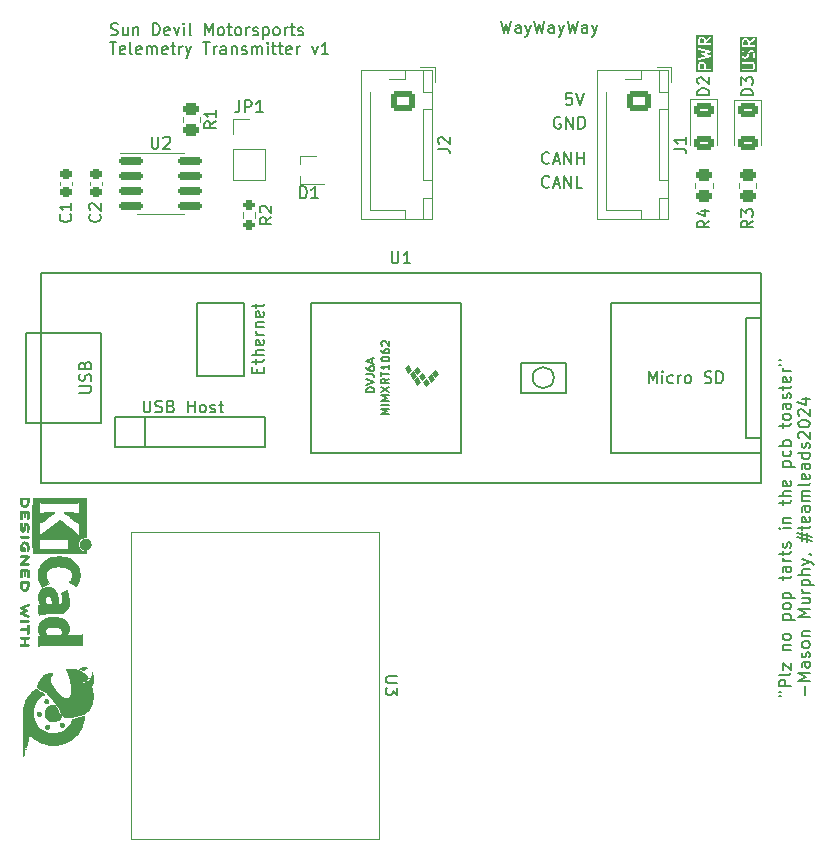
<source format=gbr>
%TF.GenerationSoftware,KiCad,Pcbnew,7.0.8*%
%TF.CreationDate,2024-01-21T00:30:14-07:00*%
%TF.ProjectId,telemetry,74656c65-6d65-4747-9279-2e6b69636164,v1*%
%TF.SameCoordinates,Original*%
%TF.FileFunction,Legend,Top*%
%TF.FilePolarity,Positive*%
%FSLAX46Y46*%
G04 Gerber Fmt 4.6, Leading zero omitted, Abs format (unit mm)*
G04 Created by KiCad (PCBNEW 7.0.8) date 2024-01-21 00:30:14*
%MOMM*%
%LPD*%
G01*
G04 APERTURE LIST*
G04 Aperture macros list*
%AMRoundRect*
0 Rectangle with rounded corners*
0 $1 Rounding radius*
0 $2 $3 $4 $5 $6 $7 $8 $9 X,Y pos of 4 corners*
0 Add a 4 corners polygon primitive as box body*
4,1,4,$2,$3,$4,$5,$6,$7,$8,$9,$2,$3,0*
0 Add four circle primitives for the rounded corners*
1,1,$1+$1,$2,$3*
1,1,$1+$1,$4,$5*
1,1,$1+$1,$6,$7*
1,1,$1+$1,$8,$9*
0 Add four rect primitives between the rounded corners*
20,1,$1+$1,$2,$3,$4,$5,0*
20,1,$1+$1,$4,$5,$6,$7,0*
20,1,$1+$1,$6,$7,$8,$9,0*
20,1,$1+$1,$8,$9,$2,$3,0*%
G04 Aperture macros list end*
%ADD10C,0.150000*%
%ADD11C,0.120000*%
%ADD12C,0.010000*%
%ADD13C,0.100000*%
%ADD14RoundRect,0.225000X0.250000X-0.225000X0.250000X0.225000X-0.250000X0.225000X-0.250000X-0.225000X0*%
%ADD15C,3.200000*%
%ADD16RoundRect,0.250000X-0.625000X0.375000X-0.625000X-0.375000X0.625000X-0.375000X0.625000X0.375000X0*%
%ADD17RoundRect,0.250000X0.450000X-0.262500X0.450000X0.262500X-0.450000X0.262500X-0.450000X-0.262500X0*%
%ADD18C,1.200000*%
%ADD19RoundRect,0.250000X-0.725000X0.600000X-0.725000X-0.600000X0.725000X-0.600000X0.725000X0.600000X0*%
%ADD20O,1.950000X1.700000*%
%ADD21RoundRect,0.150000X-0.825000X-0.150000X0.825000X-0.150000X0.825000X0.150000X-0.825000X0.150000X0*%
%ADD22R,0.700000X0.450000*%
%ADD23R,1.700000X1.700000*%
%ADD24O,1.700000X1.700000*%
%ADD25RoundRect,0.250000X-0.450000X0.262500X-0.450000X-0.262500X0.450000X-0.262500X0.450000X0.262500X0*%
%ADD26RoundRect,0.200000X-0.275000X0.200000X-0.275000X-0.200000X0.275000X-0.200000X0.275000X0.200000X0*%
%ADD27C,1.524000*%
%ADD28R,1.600000X1.600000*%
%ADD29C,1.600000*%
%ADD30R,1.300000X1.300000*%
%ADD31C,1.300000*%
G04 APERTURE END LIST*
D10*
X170359819Y-117910839D02*
X170550295Y-117910839D01*
X170359819Y-117529887D02*
X170550295Y-117529887D01*
X171359819Y-117101315D02*
X170359819Y-117101315D01*
X170359819Y-117101315D02*
X170359819Y-116720363D01*
X170359819Y-116720363D02*
X170407438Y-116625125D01*
X170407438Y-116625125D02*
X170455057Y-116577506D01*
X170455057Y-116577506D02*
X170550295Y-116529887D01*
X170550295Y-116529887D02*
X170693152Y-116529887D01*
X170693152Y-116529887D02*
X170788390Y-116577506D01*
X170788390Y-116577506D02*
X170836009Y-116625125D01*
X170836009Y-116625125D02*
X170883628Y-116720363D01*
X170883628Y-116720363D02*
X170883628Y-117101315D01*
X171359819Y-115958458D02*
X171312200Y-116053696D01*
X171312200Y-116053696D02*
X171216961Y-116101315D01*
X171216961Y-116101315D02*
X170359819Y-116101315D01*
X170693152Y-115672743D02*
X170693152Y-115148934D01*
X170693152Y-115148934D02*
X171359819Y-115672743D01*
X171359819Y-115672743D02*
X171359819Y-115148934D01*
X170693152Y-114006076D02*
X171359819Y-114006076D01*
X170788390Y-114006076D02*
X170740771Y-113958457D01*
X170740771Y-113958457D02*
X170693152Y-113863219D01*
X170693152Y-113863219D02*
X170693152Y-113720362D01*
X170693152Y-113720362D02*
X170740771Y-113625124D01*
X170740771Y-113625124D02*
X170836009Y-113577505D01*
X170836009Y-113577505D02*
X171359819Y-113577505D01*
X171359819Y-112958457D02*
X171312200Y-113053695D01*
X171312200Y-113053695D02*
X171264580Y-113101314D01*
X171264580Y-113101314D02*
X171169342Y-113148933D01*
X171169342Y-113148933D02*
X170883628Y-113148933D01*
X170883628Y-113148933D02*
X170788390Y-113101314D01*
X170788390Y-113101314D02*
X170740771Y-113053695D01*
X170740771Y-113053695D02*
X170693152Y-112958457D01*
X170693152Y-112958457D02*
X170693152Y-112815600D01*
X170693152Y-112815600D02*
X170740771Y-112720362D01*
X170740771Y-112720362D02*
X170788390Y-112672743D01*
X170788390Y-112672743D02*
X170883628Y-112625124D01*
X170883628Y-112625124D02*
X171169342Y-112625124D01*
X171169342Y-112625124D02*
X171264580Y-112672743D01*
X171264580Y-112672743D02*
X171312200Y-112720362D01*
X171312200Y-112720362D02*
X171359819Y-112815600D01*
X171359819Y-112815600D02*
X171359819Y-112958457D01*
X170693152Y-111434647D02*
X171693152Y-111434647D01*
X170740771Y-111434647D02*
X170693152Y-111339409D01*
X170693152Y-111339409D02*
X170693152Y-111148933D01*
X170693152Y-111148933D02*
X170740771Y-111053695D01*
X170740771Y-111053695D02*
X170788390Y-111006076D01*
X170788390Y-111006076D02*
X170883628Y-110958457D01*
X170883628Y-110958457D02*
X171169342Y-110958457D01*
X171169342Y-110958457D02*
X171264580Y-111006076D01*
X171264580Y-111006076D02*
X171312200Y-111053695D01*
X171312200Y-111053695D02*
X171359819Y-111148933D01*
X171359819Y-111148933D02*
X171359819Y-111339409D01*
X171359819Y-111339409D02*
X171312200Y-111434647D01*
X171359819Y-110387028D02*
X171312200Y-110482266D01*
X171312200Y-110482266D02*
X171264580Y-110529885D01*
X171264580Y-110529885D02*
X171169342Y-110577504D01*
X171169342Y-110577504D02*
X170883628Y-110577504D01*
X170883628Y-110577504D02*
X170788390Y-110529885D01*
X170788390Y-110529885D02*
X170740771Y-110482266D01*
X170740771Y-110482266D02*
X170693152Y-110387028D01*
X170693152Y-110387028D02*
X170693152Y-110244171D01*
X170693152Y-110244171D02*
X170740771Y-110148933D01*
X170740771Y-110148933D02*
X170788390Y-110101314D01*
X170788390Y-110101314D02*
X170883628Y-110053695D01*
X170883628Y-110053695D02*
X171169342Y-110053695D01*
X171169342Y-110053695D02*
X171264580Y-110101314D01*
X171264580Y-110101314D02*
X171312200Y-110148933D01*
X171312200Y-110148933D02*
X171359819Y-110244171D01*
X171359819Y-110244171D02*
X171359819Y-110387028D01*
X170693152Y-109625123D02*
X171693152Y-109625123D01*
X170740771Y-109625123D02*
X170693152Y-109529885D01*
X170693152Y-109529885D02*
X170693152Y-109339409D01*
X170693152Y-109339409D02*
X170740771Y-109244171D01*
X170740771Y-109244171D02*
X170788390Y-109196552D01*
X170788390Y-109196552D02*
X170883628Y-109148933D01*
X170883628Y-109148933D02*
X171169342Y-109148933D01*
X171169342Y-109148933D02*
X171264580Y-109196552D01*
X171264580Y-109196552D02*
X171312200Y-109244171D01*
X171312200Y-109244171D02*
X171359819Y-109339409D01*
X171359819Y-109339409D02*
X171359819Y-109529885D01*
X171359819Y-109529885D02*
X171312200Y-109625123D01*
X170693152Y-108101313D02*
X170693152Y-107720361D01*
X170359819Y-107958456D02*
X171216961Y-107958456D01*
X171216961Y-107958456D02*
X171312200Y-107910837D01*
X171312200Y-107910837D02*
X171359819Y-107815599D01*
X171359819Y-107815599D02*
X171359819Y-107720361D01*
X171359819Y-106958456D02*
X170836009Y-106958456D01*
X170836009Y-106958456D02*
X170740771Y-107006075D01*
X170740771Y-107006075D02*
X170693152Y-107101313D01*
X170693152Y-107101313D02*
X170693152Y-107291789D01*
X170693152Y-107291789D02*
X170740771Y-107387027D01*
X171312200Y-106958456D02*
X171359819Y-107053694D01*
X171359819Y-107053694D02*
X171359819Y-107291789D01*
X171359819Y-107291789D02*
X171312200Y-107387027D01*
X171312200Y-107387027D02*
X171216961Y-107434646D01*
X171216961Y-107434646D02*
X171121723Y-107434646D01*
X171121723Y-107434646D02*
X171026485Y-107387027D01*
X171026485Y-107387027D02*
X170978866Y-107291789D01*
X170978866Y-107291789D02*
X170978866Y-107053694D01*
X170978866Y-107053694D02*
X170931247Y-106958456D01*
X171359819Y-106482265D02*
X170693152Y-106482265D01*
X170883628Y-106482265D02*
X170788390Y-106434646D01*
X170788390Y-106434646D02*
X170740771Y-106387027D01*
X170740771Y-106387027D02*
X170693152Y-106291789D01*
X170693152Y-106291789D02*
X170693152Y-106196551D01*
X170693152Y-106006074D02*
X170693152Y-105625122D01*
X170359819Y-105863217D02*
X171216961Y-105863217D01*
X171216961Y-105863217D02*
X171312200Y-105815598D01*
X171312200Y-105815598D02*
X171359819Y-105720360D01*
X171359819Y-105720360D02*
X171359819Y-105625122D01*
X171312200Y-105339407D02*
X171359819Y-105244169D01*
X171359819Y-105244169D02*
X171359819Y-105053693D01*
X171359819Y-105053693D02*
X171312200Y-104958455D01*
X171312200Y-104958455D02*
X171216961Y-104910836D01*
X171216961Y-104910836D02*
X171169342Y-104910836D01*
X171169342Y-104910836D02*
X171074104Y-104958455D01*
X171074104Y-104958455D02*
X171026485Y-105053693D01*
X171026485Y-105053693D02*
X171026485Y-105196550D01*
X171026485Y-105196550D02*
X170978866Y-105291788D01*
X170978866Y-105291788D02*
X170883628Y-105339407D01*
X170883628Y-105339407D02*
X170836009Y-105339407D01*
X170836009Y-105339407D02*
X170740771Y-105291788D01*
X170740771Y-105291788D02*
X170693152Y-105196550D01*
X170693152Y-105196550D02*
X170693152Y-105053693D01*
X170693152Y-105053693D02*
X170740771Y-104958455D01*
X171359819Y-103720359D02*
X170693152Y-103720359D01*
X170359819Y-103720359D02*
X170407438Y-103767978D01*
X170407438Y-103767978D02*
X170455057Y-103720359D01*
X170455057Y-103720359D02*
X170407438Y-103672740D01*
X170407438Y-103672740D02*
X170359819Y-103720359D01*
X170359819Y-103720359D02*
X170455057Y-103720359D01*
X170693152Y-103244169D02*
X171359819Y-103244169D01*
X170788390Y-103244169D02*
X170740771Y-103196550D01*
X170740771Y-103196550D02*
X170693152Y-103101312D01*
X170693152Y-103101312D02*
X170693152Y-102958455D01*
X170693152Y-102958455D02*
X170740771Y-102863217D01*
X170740771Y-102863217D02*
X170836009Y-102815598D01*
X170836009Y-102815598D02*
X171359819Y-102815598D01*
X170693152Y-101720359D02*
X170693152Y-101339407D01*
X170359819Y-101577502D02*
X171216961Y-101577502D01*
X171216961Y-101577502D02*
X171312200Y-101529883D01*
X171312200Y-101529883D02*
X171359819Y-101434645D01*
X171359819Y-101434645D02*
X171359819Y-101339407D01*
X171359819Y-101006073D02*
X170359819Y-101006073D01*
X171359819Y-100577502D02*
X170836009Y-100577502D01*
X170836009Y-100577502D02*
X170740771Y-100625121D01*
X170740771Y-100625121D02*
X170693152Y-100720359D01*
X170693152Y-100720359D02*
X170693152Y-100863216D01*
X170693152Y-100863216D02*
X170740771Y-100958454D01*
X170740771Y-100958454D02*
X170788390Y-101006073D01*
X171312200Y-99720359D02*
X171359819Y-99815597D01*
X171359819Y-99815597D02*
X171359819Y-100006073D01*
X171359819Y-100006073D02*
X171312200Y-100101311D01*
X171312200Y-100101311D02*
X171216961Y-100148930D01*
X171216961Y-100148930D02*
X170836009Y-100148930D01*
X170836009Y-100148930D02*
X170740771Y-100101311D01*
X170740771Y-100101311D02*
X170693152Y-100006073D01*
X170693152Y-100006073D02*
X170693152Y-99815597D01*
X170693152Y-99815597D02*
X170740771Y-99720359D01*
X170740771Y-99720359D02*
X170836009Y-99672740D01*
X170836009Y-99672740D02*
X170931247Y-99672740D01*
X170931247Y-99672740D02*
X171026485Y-100148930D01*
X170693152Y-98482263D02*
X171693152Y-98482263D01*
X170740771Y-98482263D02*
X170693152Y-98387025D01*
X170693152Y-98387025D02*
X170693152Y-98196549D01*
X170693152Y-98196549D02*
X170740771Y-98101311D01*
X170740771Y-98101311D02*
X170788390Y-98053692D01*
X170788390Y-98053692D02*
X170883628Y-98006073D01*
X170883628Y-98006073D02*
X171169342Y-98006073D01*
X171169342Y-98006073D02*
X171264580Y-98053692D01*
X171264580Y-98053692D02*
X171312200Y-98101311D01*
X171312200Y-98101311D02*
X171359819Y-98196549D01*
X171359819Y-98196549D02*
X171359819Y-98387025D01*
X171359819Y-98387025D02*
X171312200Y-98482263D01*
X171312200Y-97148930D02*
X171359819Y-97244168D01*
X171359819Y-97244168D02*
X171359819Y-97434644D01*
X171359819Y-97434644D02*
X171312200Y-97529882D01*
X171312200Y-97529882D02*
X171264580Y-97577501D01*
X171264580Y-97577501D02*
X171169342Y-97625120D01*
X171169342Y-97625120D02*
X170883628Y-97625120D01*
X170883628Y-97625120D02*
X170788390Y-97577501D01*
X170788390Y-97577501D02*
X170740771Y-97529882D01*
X170740771Y-97529882D02*
X170693152Y-97434644D01*
X170693152Y-97434644D02*
X170693152Y-97244168D01*
X170693152Y-97244168D02*
X170740771Y-97148930D01*
X171359819Y-96720358D02*
X170359819Y-96720358D01*
X170740771Y-96720358D02*
X170693152Y-96625120D01*
X170693152Y-96625120D02*
X170693152Y-96434644D01*
X170693152Y-96434644D02*
X170740771Y-96339406D01*
X170740771Y-96339406D02*
X170788390Y-96291787D01*
X170788390Y-96291787D02*
X170883628Y-96244168D01*
X170883628Y-96244168D02*
X171169342Y-96244168D01*
X171169342Y-96244168D02*
X171264580Y-96291787D01*
X171264580Y-96291787D02*
X171312200Y-96339406D01*
X171312200Y-96339406D02*
X171359819Y-96434644D01*
X171359819Y-96434644D02*
X171359819Y-96625120D01*
X171359819Y-96625120D02*
X171312200Y-96720358D01*
X170693152Y-95196548D02*
X170693152Y-94815596D01*
X170359819Y-95053691D02*
X171216961Y-95053691D01*
X171216961Y-95053691D02*
X171312200Y-95006072D01*
X171312200Y-95006072D02*
X171359819Y-94910834D01*
X171359819Y-94910834D02*
X171359819Y-94815596D01*
X171359819Y-94339405D02*
X171312200Y-94434643D01*
X171312200Y-94434643D02*
X171264580Y-94482262D01*
X171264580Y-94482262D02*
X171169342Y-94529881D01*
X171169342Y-94529881D02*
X170883628Y-94529881D01*
X170883628Y-94529881D02*
X170788390Y-94482262D01*
X170788390Y-94482262D02*
X170740771Y-94434643D01*
X170740771Y-94434643D02*
X170693152Y-94339405D01*
X170693152Y-94339405D02*
X170693152Y-94196548D01*
X170693152Y-94196548D02*
X170740771Y-94101310D01*
X170740771Y-94101310D02*
X170788390Y-94053691D01*
X170788390Y-94053691D02*
X170883628Y-94006072D01*
X170883628Y-94006072D02*
X171169342Y-94006072D01*
X171169342Y-94006072D02*
X171264580Y-94053691D01*
X171264580Y-94053691D02*
X171312200Y-94101310D01*
X171312200Y-94101310D02*
X171359819Y-94196548D01*
X171359819Y-94196548D02*
X171359819Y-94339405D01*
X171359819Y-93148929D02*
X170836009Y-93148929D01*
X170836009Y-93148929D02*
X170740771Y-93196548D01*
X170740771Y-93196548D02*
X170693152Y-93291786D01*
X170693152Y-93291786D02*
X170693152Y-93482262D01*
X170693152Y-93482262D02*
X170740771Y-93577500D01*
X171312200Y-93148929D02*
X171359819Y-93244167D01*
X171359819Y-93244167D02*
X171359819Y-93482262D01*
X171359819Y-93482262D02*
X171312200Y-93577500D01*
X171312200Y-93577500D02*
X171216961Y-93625119D01*
X171216961Y-93625119D02*
X171121723Y-93625119D01*
X171121723Y-93625119D02*
X171026485Y-93577500D01*
X171026485Y-93577500D02*
X170978866Y-93482262D01*
X170978866Y-93482262D02*
X170978866Y-93244167D01*
X170978866Y-93244167D02*
X170931247Y-93148929D01*
X171312200Y-92720357D02*
X171359819Y-92625119D01*
X171359819Y-92625119D02*
X171359819Y-92434643D01*
X171359819Y-92434643D02*
X171312200Y-92339405D01*
X171312200Y-92339405D02*
X171216961Y-92291786D01*
X171216961Y-92291786D02*
X171169342Y-92291786D01*
X171169342Y-92291786D02*
X171074104Y-92339405D01*
X171074104Y-92339405D02*
X171026485Y-92434643D01*
X171026485Y-92434643D02*
X171026485Y-92577500D01*
X171026485Y-92577500D02*
X170978866Y-92672738D01*
X170978866Y-92672738D02*
X170883628Y-92720357D01*
X170883628Y-92720357D02*
X170836009Y-92720357D01*
X170836009Y-92720357D02*
X170740771Y-92672738D01*
X170740771Y-92672738D02*
X170693152Y-92577500D01*
X170693152Y-92577500D02*
X170693152Y-92434643D01*
X170693152Y-92434643D02*
X170740771Y-92339405D01*
X170693152Y-92006071D02*
X170693152Y-91625119D01*
X170359819Y-91863214D02*
X171216961Y-91863214D01*
X171216961Y-91863214D02*
X171312200Y-91815595D01*
X171312200Y-91815595D02*
X171359819Y-91720357D01*
X171359819Y-91720357D02*
X171359819Y-91625119D01*
X171312200Y-90910833D02*
X171359819Y-91006071D01*
X171359819Y-91006071D02*
X171359819Y-91196547D01*
X171359819Y-91196547D02*
X171312200Y-91291785D01*
X171312200Y-91291785D02*
X171216961Y-91339404D01*
X171216961Y-91339404D02*
X170836009Y-91339404D01*
X170836009Y-91339404D02*
X170740771Y-91291785D01*
X170740771Y-91291785D02*
X170693152Y-91196547D01*
X170693152Y-91196547D02*
X170693152Y-91006071D01*
X170693152Y-91006071D02*
X170740771Y-90910833D01*
X170740771Y-90910833D02*
X170836009Y-90863214D01*
X170836009Y-90863214D02*
X170931247Y-90863214D01*
X170931247Y-90863214D02*
X171026485Y-91339404D01*
X171359819Y-90434642D02*
X170693152Y-90434642D01*
X170883628Y-90434642D02*
X170788390Y-90387023D01*
X170788390Y-90387023D02*
X170740771Y-90339404D01*
X170740771Y-90339404D02*
X170693152Y-90244166D01*
X170693152Y-90244166D02*
X170693152Y-90148928D01*
X170359819Y-89863213D02*
X170550295Y-89863213D01*
X170359819Y-89482261D02*
X170550295Y-89482261D01*
X172588866Y-117863220D02*
X172588866Y-117101316D01*
X172969819Y-116625125D02*
X171969819Y-116625125D01*
X171969819Y-116625125D02*
X172684104Y-116291792D01*
X172684104Y-116291792D02*
X171969819Y-115958459D01*
X171969819Y-115958459D02*
X172969819Y-115958459D01*
X172969819Y-115053697D02*
X172446009Y-115053697D01*
X172446009Y-115053697D02*
X172350771Y-115101316D01*
X172350771Y-115101316D02*
X172303152Y-115196554D01*
X172303152Y-115196554D02*
X172303152Y-115387030D01*
X172303152Y-115387030D02*
X172350771Y-115482268D01*
X172922200Y-115053697D02*
X172969819Y-115148935D01*
X172969819Y-115148935D02*
X172969819Y-115387030D01*
X172969819Y-115387030D02*
X172922200Y-115482268D01*
X172922200Y-115482268D02*
X172826961Y-115529887D01*
X172826961Y-115529887D02*
X172731723Y-115529887D01*
X172731723Y-115529887D02*
X172636485Y-115482268D01*
X172636485Y-115482268D02*
X172588866Y-115387030D01*
X172588866Y-115387030D02*
X172588866Y-115148935D01*
X172588866Y-115148935D02*
X172541247Y-115053697D01*
X172922200Y-114625125D02*
X172969819Y-114529887D01*
X172969819Y-114529887D02*
X172969819Y-114339411D01*
X172969819Y-114339411D02*
X172922200Y-114244173D01*
X172922200Y-114244173D02*
X172826961Y-114196554D01*
X172826961Y-114196554D02*
X172779342Y-114196554D01*
X172779342Y-114196554D02*
X172684104Y-114244173D01*
X172684104Y-114244173D02*
X172636485Y-114339411D01*
X172636485Y-114339411D02*
X172636485Y-114482268D01*
X172636485Y-114482268D02*
X172588866Y-114577506D01*
X172588866Y-114577506D02*
X172493628Y-114625125D01*
X172493628Y-114625125D02*
X172446009Y-114625125D01*
X172446009Y-114625125D02*
X172350771Y-114577506D01*
X172350771Y-114577506D02*
X172303152Y-114482268D01*
X172303152Y-114482268D02*
X172303152Y-114339411D01*
X172303152Y-114339411D02*
X172350771Y-114244173D01*
X172969819Y-113625125D02*
X172922200Y-113720363D01*
X172922200Y-113720363D02*
X172874580Y-113767982D01*
X172874580Y-113767982D02*
X172779342Y-113815601D01*
X172779342Y-113815601D02*
X172493628Y-113815601D01*
X172493628Y-113815601D02*
X172398390Y-113767982D01*
X172398390Y-113767982D02*
X172350771Y-113720363D01*
X172350771Y-113720363D02*
X172303152Y-113625125D01*
X172303152Y-113625125D02*
X172303152Y-113482268D01*
X172303152Y-113482268D02*
X172350771Y-113387030D01*
X172350771Y-113387030D02*
X172398390Y-113339411D01*
X172398390Y-113339411D02*
X172493628Y-113291792D01*
X172493628Y-113291792D02*
X172779342Y-113291792D01*
X172779342Y-113291792D02*
X172874580Y-113339411D01*
X172874580Y-113339411D02*
X172922200Y-113387030D01*
X172922200Y-113387030D02*
X172969819Y-113482268D01*
X172969819Y-113482268D02*
X172969819Y-113625125D01*
X172303152Y-112863220D02*
X172969819Y-112863220D01*
X172398390Y-112863220D02*
X172350771Y-112815601D01*
X172350771Y-112815601D02*
X172303152Y-112720363D01*
X172303152Y-112720363D02*
X172303152Y-112577506D01*
X172303152Y-112577506D02*
X172350771Y-112482268D01*
X172350771Y-112482268D02*
X172446009Y-112434649D01*
X172446009Y-112434649D02*
X172969819Y-112434649D01*
X172969819Y-111196553D02*
X171969819Y-111196553D01*
X171969819Y-111196553D02*
X172684104Y-110863220D01*
X172684104Y-110863220D02*
X171969819Y-110529887D01*
X171969819Y-110529887D02*
X172969819Y-110529887D01*
X172303152Y-109625125D02*
X172969819Y-109625125D01*
X172303152Y-110053696D02*
X172826961Y-110053696D01*
X172826961Y-110053696D02*
X172922200Y-110006077D01*
X172922200Y-110006077D02*
X172969819Y-109910839D01*
X172969819Y-109910839D02*
X172969819Y-109767982D01*
X172969819Y-109767982D02*
X172922200Y-109672744D01*
X172922200Y-109672744D02*
X172874580Y-109625125D01*
X172969819Y-109148934D02*
X172303152Y-109148934D01*
X172493628Y-109148934D02*
X172398390Y-109101315D01*
X172398390Y-109101315D02*
X172350771Y-109053696D01*
X172350771Y-109053696D02*
X172303152Y-108958458D01*
X172303152Y-108958458D02*
X172303152Y-108863220D01*
X172303152Y-108529886D02*
X173303152Y-108529886D01*
X172350771Y-108529886D02*
X172303152Y-108434648D01*
X172303152Y-108434648D02*
X172303152Y-108244172D01*
X172303152Y-108244172D02*
X172350771Y-108148934D01*
X172350771Y-108148934D02*
X172398390Y-108101315D01*
X172398390Y-108101315D02*
X172493628Y-108053696D01*
X172493628Y-108053696D02*
X172779342Y-108053696D01*
X172779342Y-108053696D02*
X172874580Y-108101315D01*
X172874580Y-108101315D02*
X172922200Y-108148934D01*
X172922200Y-108148934D02*
X172969819Y-108244172D01*
X172969819Y-108244172D02*
X172969819Y-108434648D01*
X172969819Y-108434648D02*
X172922200Y-108529886D01*
X172969819Y-107625124D02*
X171969819Y-107625124D01*
X172969819Y-107196553D02*
X172446009Y-107196553D01*
X172446009Y-107196553D02*
X172350771Y-107244172D01*
X172350771Y-107244172D02*
X172303152Y-107339410D01*
X172303152Y-107339410D02*
X172303152Y-107482267D01*
X172303152Y-107482267D02*
X172350771Y-107577505D01*
X172350771Y-107577505D02*
X172398390Y-107625124D01*
X172303152Y-106815600D02*
X172969819Y-106577505D01*
X172303152Y-106339410D02*
X172969819Y-106577505D01*
X172969819Y-106577505D02*
X173207914Y-106672743D01*
X173207914Y-106672743D02*
X173255533Y-106720362D01*
X173255533Y-106720362D02*
X173303152Y-106815600D01*
X172922200Y-105910838D02*
X172969819Y-105910838D01*
X172969819Y-105910838D02*
X173065057Y-105958457D01*
X173065057Y-105958457D02*
X173112676Y-106006076D01*
X172303152Y-104767981D02*
X172303152Y-104053696D01*
X171874580Y-104482267D02*
X173160295Y-104767981D01*
X172731723Y-104148934D02*
X172731723Y-104863219D01*
X173160295Y-104434648D02*
X171874580Y-104148934D01*
X172303152Y-103863219D02*
X172303152Y-103482267D01*
X171969819Y-103720362D02*
X172826961Y-103720362D01*
X172826961Y-103720362D02*
X172922200Y-103672743D01*
X172922200Y-103672743D02*
X172969819Y-103577505D01*
X172969819Y-103577505D02*
X172969819Y-103482267D01*
X172922200Y-102767981D02*
X172969819Y-102863219D01*
X172969819Y-102863219D02*
X172969819Y-103053695D01*
X172969819Y-103053695D02*
X172922200Y-103148933D01*
X172922200Y-103148933D02*
X172826961Y-103196552D01*
X172826961Y-103196552D02*
X172446009Y-103196552D01*
X172446009Y-103196552D02*
X172350771Y-103148933D01*
X172350771Y-103148933D02*
X172303152Y-103053695D01*
X172303152Y-103053695D02*
X172303152Y-102863219D01*
X172303152Y-102863219D02*
X172350771Y-102767981D01*
X172350771Y-102767981D02*
X172446009Y-102720362D01*
X172446009Y-102720362D02*
X172541247Y-102720362D01*
X172541247Y-102720362D02*
X172636485Y-103196552D01*
X172969819Y-101863219D02*
X172446009Y-101863219D01*
X172446009Y-101863219D02*
X172350771Y-101910838D01*
X172350771Y-101910838D02*
X172303152Y-102006076D01*
X172303152Y-102006076D02*
X172303152Y-102196552D01*
X172303152Y-102196552D02*
X172350771Y-102291790D01*
X172922200Y-101863219D02*
X172969819Y-101958457D01*
X172969819Y-101958457D02*
X172969819Y-102196552D01*
X172969819Y-102196552D02*
X172922200Y-102291790D01*
X172922200Y-102291790D02*
X172826961Y-102339409D01*
X172826961Y-102339409D02*
X172731723Y-102339409D01*
X172731723Y-102339409D02*
X172636485Y-102291790D01*
X172636485Y-102291790D02*
X172588866Y-102196552D01*
X172588866Y-102196552D02*
X172588866Y-101958457D01*
X172588866Y-101958457D02*
X172541247Y-101863219D01*
X172969819Y-101387028D02*
X172303152Y-101387028D01*
X172398390Y-101387028D02*
X172350771Y-101339409D01*
X172350771Y-101339409D02*
X172303152Y-101244171D01*
X172303152Y-101244171D02*
X172303152Y-101101314D01*
X172303152Y-101101314D02*
X172350771Y-101006076D01*
X172350771Y-101006076D02*
X172446009Y-100958457D01*
X172446009Y-100958457D02*
X172969819Y-100958457D01*
X172446009Y-100958457D02*
X172350771Y-100910838D01*
X172350771Y-100910838D02*
X172303152Y-100815600D01*
X172303152Y-100815600D02*
X172303152Y-100672743D01*
X172303152Y-100672743D02*
X172350771Y-100577504D01*
X172350771Y-100577504D02*
X172446009Y-100529885D01*
X172446009Y-100529885D02*
X172969819Y-100529885D01*
X172969819Y-99910838D02*
X172922200Y-100006076D01*
X172922200Y-100006076D02*
X172826961Y-100053695D01*
X172826961Y-100053695D02*
X171969819Y-100053695D01*
X172922200Y-99148933D02*
X172969819Y-99244171D01*
X172969819Y-99244171D02*
X172969819Y-99434647D01*
X172969819Y-99434647D02*
X172922200Y-99529885D01*
X172922200Y-99529885D02*
X172826961Y-99577504D01*
X172826961Y-99577504D02*
X172446009Y-99577504D01*
X172446009Y-99577504D02*
X172350771Y-99529885D01*
X172350771Y-99529885D02*
X172303152Y-99434647D01*
X172303152Y-99434647D02*
X172303152Y-99244171D01*
X172303152Y-99244171D02*
X172350771Y-99148933D01*
X172350771Y-99148933D02*
X172446009Y-99101314D01*
X172446009Y-99101314D02*
X172541247Y-99101314D01*
X172541247Y-99101314D02*
X172636485Y-99577504D01*
X172969819Y-98244171D02*
X172446009Y-98244171D01*
X172446009Y-98244171D02*
X172350771Y-98291790D01*
X172350771Y-98291790D02*
X172303152Y-98387028D01*
X172303152Y-98387028D02*
X172303152Y-98577504D01*
X172303152Y-98577504D02*
X172350771Y-98672742D01*
X172922200Y-98244171D02*
X172969819Y-98339409D01*
X172969819Y-98339409D02*
X172969819Y-98577504D01*
X172969819Y-98577504D02*
X172922200Y-98672742D01*
X172922200Y-98672742D02*
X172826961Y-98720361D01*
X172826961Y-98720361D02*
X172731723Y-98720361D01*
X172731723Y-98720361D02*
X172636485Y-98672742D01*
X172636485Y-98672742D02*
X172588866Y-98577504D01*
X172588866Y-98577504D02*
X172588866Y-98339409D01*
X172588866Y-98339409D02*
X172541247Y-98244171D01*
X172969819Y-97339409D02*
X171969819Y-97339409D01*
X172922200Y-97339409D02*
X172969819Y-97434647D01*
X172969819Y-97434647D02*
X172969819Y-97625123D01*
X172969819Y-97625123D02*
X172922200Y-97720361D01*
X172922200Y-97720361D02*
X172874580Y-97767980D01*
X172874580Y-97767980D02*
X172779342Y-97815599D01*
X172779342Y-97815599D02*
X172493628Y-97815599D01*
X172493628Y-97815599D02*
X172398390Y-97767980D01*
X172398390Y-97767980D02*
X172350771Y-97720361D01*
X172350771Y-97720361D02*
X172303152Y-97625123D01*
X172303152Y-97625123D02*
X172303152Y-97434647D01*
X172303152Y-97434647D02*
X172350771Y-97339409D01*
X172922200Y-96910837D02*
X172969819Y-96815599D01*
X172969819Y-96815599D02*
X172969819Y-96625123D01*
X172969819Y-96625123D02*
X172922200Y-96529885D01*
X172922200Y-96529885D02*
X172826961Y-96482266D01*
X172826961Y-96482266D02*
X172779342Y-96482266D01*
X172779342Y-96482266D02*
X172684104Y-96529885D01*
X172684104Y-96529885D02*
X172636485Y-96625123D01*
X172636485Y-96625123D02*
X172636485Y-96767980D01*
X172636485Y-96767980D02*
X172588866Y-96863218D01*
X172588866Y-96863218D02*
X172493628Y-96910837D01*
X172493628Y-96910837D02*
X172446009Y-96910837D01*
X172446009Y-96910837D02*
X172350771Y-96863218D01*
X172350771Y-96863218D02*
X172303152Y-96767980D01*
X172303152Y-96767980D02*
X172303152Y-96625123D01*
X172303152Y-96625123D02*
X172350771Y-96529885D01*
X172065057Y-96101313D02*
X172017438Y-96053694D01*
X172017438Y-96053694D02*
X171969819Y-95958456D01*
X171969819Y-95958456D02*
X171969819Y-95720361D01*
X171969819Y-95720361D02*
X172017438Y-95625123D01*
X172017438Y-95625123D02*
X172065057Y-95577504D01*
X172065057Y-95577504D02*
X172160295Y-95529885D01*
X172160295Y-95529885D02*
X172255533Y-95529885D01*
X172255533Y-95529885D02*
X172398390Y-95577504D01*
X172398390Y-95577504D02*
X172969819Y-96148932D01*
X172969819Y-96148932D02*
X172969819Y-95529885D01*
X171969819Y-94910837D02*
X171969819Y-94815599D01*
X171969819Y-94815599D02*
X172017438Y-94720361D01*
X172017438Y-94720361D02*
X172065057Y-94672742D01*
X172065057Y-94672742D02*
X172160295Y-94625123D01*
X172160295Y-94625123D02*
X172350771Y-94577504D01*
X172350771Y-94577504D02*
X172588866Y-94577504D01*
X172588866Y-94577504D02*
X172779342Y-94625123D01*
X172779342Y-94625123D02*
X172874580Y-94672742D01*
X172874580Y-94672742D02*
X172922200Y-94720361D01*
X172922200Y-94720361D02*
X172969819Y-94815599D01*
X172969819Y-94815599D02*
X172969819Y-94910837D01*
X172969819Y-94910837D02*
X172922200Y-95006075D01*
X172922200Y-95006075D02*
X172874580Y-95053694D01*
X172874580Y-95053694D02*
X172779342Y-95101313D01*
X172779342Y-95101313D02*
X172588866Y-95148932D01*
X172588866Y-95148932D02*
X172350771Y-95148932D01*
X172350771Y-95148932D02*
X172160295Y-95101313D01*
X172160295Y-95101313D02*
X172065057Y-95053694D01*
X172065057Y-95053694D02*
X172017438Y-95006075D01*
X172017438Y-95006075D02*
X171969819Y-94910837D01*
X172065057Y-94196551D02*
X172017438Y-94148932D01*
X172017438Y-94148932D02*
X171969819Y-94053694D01*
X171969819Y-94053694D02*
X171969819Y-93815599D01*
X171969819Y-93815599D02*
X172017438Y-93720361D01*
X172017438Y-93720361D02*
X172065057Y-93672742D01*
X172065057Y-93672742D02*
X172160295Y-93625123D01*
X172160295Y-93625123D02*
X172255533Y-93625123D01*
X172255533Y-93625123D02*
X172398390Y-93672742D01*
X172398390Y-93672742D02*
X172969819Y-94244170D01*
X172969819Y-94244170D02*
X172969819Y-93625123D01*
X172303152Y-92767980D02*
X172969819Y-92767980D01*
X171922200Y-93006075D02*
X172636485Y-93244170D01*
X172636485Y-93244170D02*
X172636485Y-92625123D01*
X146841541Y-60769819D02*
X147079636Y-61769819D01*
X147079636Y-61769819D02*
X147270112Y-61055533D01*
X147270112Y-61055533D02*
X147460588Y-61769819D01*
X147460588Y-61769819D02*
X147698684Y-60769819D01*
X148508207Y-61769819D02*
X148508207Y-61246009D01*
X148508207Y-61246009D02*
X148460588Y-61150771D01*
X148460588Y-61150771D02*
X148365350Y-61103152D01*
X148365350Y-61103152D02*
X148174874Y-61103152D01*
X148174874Y-61103152D02*
X148079636Y-61150771D01*
X148508207Y-61722200D02*
X148412969Y-61769819D01*
X148412969Y-61769819D02*
X148174874Y-61769819D01*
X148174874Y-61769819D02*
X148079636Y-61722200D01*
X148079636Y-61722200D02*
X148032017Y-61626961D01*
X148032017Y-61626961D02*
X148032017Y-61531723D01*
X148032017Y-61531723D02*
X148079636Y-61436485D01*
X148079636Y-61436485D02*
X148174874Y-61388866D01*
X148174874Y-61388866D02*
X148412969Y-61388866D01*
X148412969Y-61388866D02*
X148508207Y-61341247D01*
X148889160Y-61103152D02*
X149127255Y-61769819D01*
X149365350Y-61103152D02*
X149127255Y-61769819D01*
X149127255Y-61769819D02*
X149032017Y-62007914D01*
X149032017Y-62007914D02*
X148984398Y-62055533D01*
X148984398Y-62055533D02*
X148889160Y-62103152D01*
X149651065Y-60769819D02*
X149889160Y-61769819D01*
X149889160Y-61769819D02*
X150079636Y-61055533D01*
X150079636Y-61055533D02*
X150270112Y-61769819D01*
X150270112Y-61769819D02*
X150508208Y-60769819D01*
X151317731Y-61769819D02*
X151317731Y-61246009D01*
X151317731Y-61246009D02*
X151270112Y-61150771D01*
X151270112Y-61150771D02*
X151174874Y-61103152D01*
X151174874Y-61103152D02*
X150984398Y-61103152D01*
X150984398Y-61103152D02*
X150889160Y-61150771D01*
X151317731Y-61722200D02*
X151222493Y-61769819D01*
X151222493Y-61769819D02*
X150984398Y-61769819D01*
X150984398Y-61769819D02*
X150889160Y-61722200D01*
X150889160Y-61722200D02*
X150841541Y-61626961D01*
X150841541Y-61626961D02*
X150841541Y-61531723D01*
X150841541Y-61531723D02*
X150889160Y-61436485D01*
X150889160Y-61436485D02*
X150984398Y-61388866D01*
X150984398Y-61388866D02*
X151222493Y-61388866D01*
X151222493Y-61388866D02*
X151317731Y-61341247D01*
X151698684Y-61103152D02*
X151936779Y-61769819D01*
X152174874Y-61103152D02*
X151936779Y-61769819D01*
X151936779Y-61769819D02*
X151841541Y-62007914D01*
X151841541Y-62007914D02*
X151793922Y-62055533D01*
X151793922Y-62055533D02*
X151698684Y-62103152D01*
X152460589Y-60769819D02*
X152698684Y-61769819D01*
X152698684Y-61769819D02*
X152889160Y-61055533D01*
X152889160Y-61055533D02*
X153079636Y-61769819D01*
X153079636Y-61769819D02*
X153317732Y-60769819D01*
X154127255Y-61769819D02*
X154127255Y-61246009D01*
X154127255Y-61246009D02*
X154079636Y-61150771D01*
X154079636Y-61150771D02*
X153984398Y-61103152D01*
X153984398Y-61103152D02*
X153793922Y-61103152D01*
X153793922Y-61103152D02*
X153698684Y-61150771D01*
X154127255Y-61722200D02*
X154032017Y-61769819D01*
X154032017Y-61769819D02*
X153793922Y-61769819D01*
X153793922Y-61769819D02*
X153698684Y-61722200D01*
X153698684Y-61722200D02*
X153651065Y-61626961D01*
X153651065Y-61626961D02*
X153651065Y-61531723D01*
X153651065Y-61531723D02*
X153698684Y-61436485D01*
X153698684Y-61436485D02*
X153793922Y-61388866D01*
X153793922Y-61388866D02*
X154032017Y-61388866D01*
X154032017Y-61388866D02*
X154127255Y-61341247D01*
X154508208Y-61103152D02*
X154746303Y-61769819D01*
X154984398Y-61103152D02*
X154746303Y-61769819D01*
X154746303Y-61769819D02*
X154651065Y-62007914D01*
X154651065Y-62007914D02*
X154603446Y-62055533D01*
X154603446Y-62055533D02*
X154508208Y-62103152D01*
X150908207Y-74774580D02*
X150860588Y-74822200D01*
X150860588Y-74822200D02*
X150717731Y-74869819D01*
X150717731Y-74869819D02*
X150622493Y-74869819D01*
X150622493Y-74869819D02*
X150479636Y-74822200D01*
X150479636Y-74822200D02*
X150384398Y-74726961D01*
X150384398Y-74726961D02*
X150336779Y-74631723D01*
X150336779Y-74631723D02*
X150289160Y-74441247D01*
X150289160Y-74441247D02*
X150289160Y-74298390D01*
X150289160Y-74298390D02*
X150336779Y-74107914D01*
X150336779Y-74107914D02*
X150384398Y-74012676D01*
X150384398Y-74012676D02*
X150479636Y-73917438D01*
X150479636Y-73917438D02*
X150622493Y-73869819D01*
X150622493Y-73869819D02*
X150717731Y-73869819D01*
X150717731Y-73869819D02*
X150860588Y-73917438D01*
X150860588Y-73917438D02*
X150908207Y-73965057D01*
X151289160Y-74584104D02*
X151765350Y-74584104D01*
X151193922Y-74869819D02*
X151527255Y-73869819D01*
X151527255Y-73869819D02*
X151860588Y-74869819D01*
X152193922Y-74869819D02*
X152193922Y-73869819D01*
X152193922Y-73869819D02*
X152765350Y-74869819D01*
X152765350Y-74869819D02*
X152765350Y-73869819D01*
X153717731Y-74869819D02*
X153241541Y-74869819D01*
X153241541Y-74869819D02*
X153241541Y-73869819D01*
X150908207Y-72774580D02*
X150860588Y-72822200D01*
X150860588Y-72822200D02*
X150717731Y-72869819D01*
X150717731Y-72869819D02*
X150622493Y-72869819D01*
X150622493Y-72869819D02*
X150479636Y-72822200D01*
X150479636Y-72822200D02*
X150384398Y-72726961D01*
X150384398Y-72726961D02*
X150336779Y-72631723D01*
X150336779Y-72631723D02*
X150289160Y-72441247D01*
X150289160Y-72441247D02*
X150289160Y-72298390D01*
X150289160Y-72298390D02*
X150336779Y-72107914D01*
X150336779Y-72107914D02*
X150384398Y-72012676D01*
X150384398Y-72012676D02*
X150479636Y-71917438D01*
X150479636Y-71917438D02*
X150622493Y-71869819D01*
X150622493Y-71869819D02*
X150717731Y-71869819D01*
X150717731Y-71869819D02*
X150860588Y-71917438D01*
X150860588Y-71917438D02*
X150908207Y-71965057D01*
X151289160Y-72584104D02*
X151765350Y-72584104D01*
X151193922Y-72869819D02*
X151527255Y-71869819D01*
X151527255Y-71869819D02*
X151860588Y-72869819D01*
X152193922Y-72869819D02*
X152193922Y-71869819D01*
X152193922Y-71869819D02*
X152765350Y-72869819D01*
X152765350Y-72869819D02*
X152765350Y-71869819D01*
X153241541Y-72869819D02*
X153241541Y-71869819D01*
X153241541Y-72346009D02*
X153812969Y-72346009D01*
X153812969Y-72869819D02*
X153812969Y-71869819D01*
G36*
X163953963Y-64401050D02*
G01*
X163984370Y-64431457D01*
X164018628Y-64499973D01*
X164018628Y-64788220D01*
X163644819Y-64788220D01*
X163644819Y-64499973D01*
X163679077Y-64431457D01*
X163709484Y-64401050D01*
X163778000Y-64366792D01*
X163885447Y-64366792D01*
X163953963Y-64401050D01*
G37*
G36*
X163953963Y-62258193D02*
G01*
X163984370Y-62288600D01*
X164018628Y-62357116D01*
X164018628Y-62645363D01*
X163644819Y-62645363D01*
X163644819Y-62357116D01*
X163679077Y-62288600D01*
X163709484Y-62258193D01*
X163778000Y-62223935D01*
X163885447Y-62223935D01*
X163953963Y-62258193D01*
G37*
G36*
X164787545Y-65081077D02*
G01*
X163351962Y-65081077D01*
X163351962Y-64863220D01*
X163494819Y-64863220D01*
X163501482Y-64881528D01*
X163504867Y-64900720D01*
X163510051Y-64905070D01*
X163512366Y-64911429D01*
X163529239Y-64921171D01*
X163544167Y-64933697D01*
X163553909Y-64935414D01*
X163556795Y-64937081D01*
X163560077Y-64936502D01*
X163569819Y-64938220D01*
X164569819Y-64938220D01*
X164618028Y-64920673D01*
X164643680Y-64876244D01*
X164634771Y-64825720D01*
X164595471Y-64792743D01*
X164569819Y-64788220D01*
X164168628Y-64788220D01*
X164168628Y-64482268D01*
X164167094Y-64478054D01*
X164168136Y-64473693D01*
X164160710Y-64448727D01*
X164113091Y-64353489D01*
X164111901Y-64352363D01*
X164099042Y-64333997D01*
X164051423Y-64286378D01*
X164049941Y-64285687D01*
X164031931Y-64272329D01*
X163936693Y-64224710D01*
X163932239Y-64224197D01*
X163928804Y-64221315D01*
X163903152Y-64216792D01*
X163760295Y-64216792D01*
X163756081Y-64218325D01*
X163751720Y-64217284D01*
X163726754Y-64224710D01*
X163631516Y-64272329D01*
X163630390Y-64273518D01*
X163612024Y-64286378D01*
X163564405Y-64333997D01*
X163563714Y-64335478D01*
X163550356Y-64353489D01*
X163502737Y-64448727D01*
X163502224Y-64453180D01*
X163499342Y-64456616D01*
X163494819Y-64482268D01*
X163494819Y-64863220D01*
X163351962Y-64863220D01*
X163351962Y-63962896D01*
X163494950Y-63962896D01*
X163515319Y-64009982D01*
X163561188Y-64032960D01*
X163587191Y-64031418D01*
X164587191Y-63793323D01*
X164593759Y-63788993D01*
X164601597Y-63788298D01*
X164614628Y-63775235D01*
X164630024Y-63765087D01*
X164632271Y-63757551D01*
X164637831Y-63751979D01*
X164639417Y-63733596D01*
X164644688Y-63715925D01*
X164641564Y-63708704D01*
X164642241Y-63700865D01*
X164631641Y-63685765D01*
X164624319Y-63668839D01*
X164617285Y-63665315D01*
X164612764Y-63658875D01*
X164589144Y-63647895D01*
X164146613Y-63529887D01*
X164589144Y-63411879D01*
X164595595Y-63407373D01*
X164603410Y-63406468D01*
X164616083Y-63393062D01*
X164631204Y-63382502D01*
X164633248Y-63374907D01*
X164638655Y-63369189D01*
X164639746Y-63350774D01*
X164644542Y-63332964D01*
X164641225Y-63325829D01*
X164641691Y-63317975D01*
X164630691Y-63303169D01*
X164622916Y-63286441D01*
X164615788Y-63283106D01*
X164611097Y-63276792D01*
X164587191Y-63266451D01*
X163587191Y-63028356D01*
X163536228Y-63034259D01*
X163500983Y-63071538D01*
X163497948Y-63122752D01*
X163528541Y-63163935D01*
X163552447Y-63174276D01*
X164263303Y-63343527D01*
X163836208Y-63457419D01*
X163830585Y-63461346D01*
X163823755Y-63461952D01*
X163810052Y-63475687D01*
X163794148Y-63486796D01*
X163792365Y-63493417D01*
X163787522Y-63498272D01*
X163785854Y-63517598D01*
X163780810Y-63536334D01*
X163783701Y-63542553D01*
X163783112Y-63549385D01*
X163794257Y-63565262D01*
X163802436Y-63582856D01*
X163808647Y-63585761D01*
X163812588Y-63591375D01*
X163836208Y-63602355D01*
X164263303Y-63716246D01*
X163552447Y-63885498D01*
X163509614Y-63913734D01*
X163494950Y-63962896D01*
X163351962Y-63962896D01*
X163351962Y-62720363D01*
X163494819Y-62720363D01*
X163501482Y-62738671D01*
X163504867Y-62757863D01*
X163510051Y-62762213D01*
X163512366Y-62768572D01*
X163529239Y-62778314D01*
X163544167Y-62790840D01*
X163553909Y-62792557D01*
X163556795Y-62794224D01*
X163560077Y-62793645D01*
X163569819Y-62795363D01*
X164569819Y-62795363D01*
X164618028Y-62777816D01*
X164643680Y-62733387D01*
X164634771Y-62682863D01*
X164595471Y-62649886D01*
X164569819Y-62645363D01*
X164168628Y-62645363D01*
X164168628Y-62521317D01*
X164612829Y-62210377D01*
X164642261Y-62168356D01*
X164637797Y-62117248D01*
X164601525Y-62080966D01*
X164550418Y-62076487D01*
X164526810Y-62087492D01*
X164168282Y-62338461D01*
X164167094Y-62335197D01*
X164168136Y-62330836D01*
X164160710Y-62305870D01*
X164113091Y-62210632D01*
X164111901Y-62209506D01*
X164099042Y-62191140D01*
X164051423Y-62143521D01*
X164049941Y-62142830D01*
X164031931Y-62129472D01*
X163936693Y-62081853D01*
X163932239Y-62081340D01*
X163928804Y-62078458D01*
X163903152Y-62073935D01*
X163760295Y-62073935D01*
X163756081Y-62075468D01*
X163751720Y-62074427D01*
X163726754Y-62081853D01*
X163631516Y-62129472D01*
X163630390Y-62130661D01*
X163612024Y-62143521D01*
X163564405Y-62191140D01*
X163563714Y-62192621D01*
X163550356Y-62210632D01*
X163502737Y-62305870D01*
X163502224Y-62310323D01*
X163499342Y-62313759D01*
X163494819Y-62339411D01*
X163494819Y-62720363D01*
X163351962Y-62720363D01*
X163351962Y-61931078D01*
X164787545Y-61931078D01*
X164787545Y-65081077D01*
G37*
G36*
X167653963Y-62401050D02*
G01*
X167684370Y-62431457D01*
X167718628Y-62499973D01*
X167718628Y-62788220D01*
X167344819Y-62788220D01*
X167344819Y-62499973D01*
X167379077Y-62431457D01*
X167409484Y-62401050D01*
X167478000Y-62366792D01*
X167585447Y-62366792D01*
X167653963Y-62401050D01*
G37*
G36*
X168487676Y-65081077D02*
G01*
X167051962Y-65081077D01*
X167051962Y-64850196D01*
X167195958Y-64850196D01*
X167204867Y-64900720D01*
X167244167Y-64933697D01*
X167269819Y-64938220D01*
X168079342Y-64938220D01*
X168083555Y-64936686D01*
X168087916Y-64937728D01*
X168112883Y-64930302D01*
X168208121Y-64882683D01*
X168209246Y-64881494D01*
X168227612Y-64868635D01*
X168275232Y-64821016D01*
X168275922Y-64819534D01*
X168289282Y-64801523D01*
X168336901Y-64706285D01*
X168337413Y-64701831D01*
X168340296Y-64698396D01*
X168344819Y-64672744D01*
X168344819Y-64482268D01*
X168343285Y-64478054D01*
X168344327Y-64473693D01*
X168336901Y-64448727D01*
X168289282Y-64353489D01*
X168288094Y-64352364D01*
X168275232Y-64333996D01*
X168227612Y-64286377D01*
X168226129Y-64285685D01*
X168208121Y-64272329D01*
X168112883Y-64224710D01*
X168108429Y-64224197D01*
X168104994Y-64221315D01*
X168079342Y-64216792D01*
X167269819Y-64216792D01*
X167221610Y-64234339D01*
X167195958Y-64278768D01*
X167204867Y-64329292D01*
X167244167Y-64362269D01*
X167269819Y-64366792D01*
X168061637Y-64366792D01*
X168130153Y-64401050D01*
X168160561Y-64431457D01*
X168194819Y-64499973D01*
X168194819Y-64655039D01*
X168160561Y-64723554D01*
X168130153Y-64753961D01*
X168061637Y-64788220D01*
X167269819Y-64788220D01*
X167221610Y-64805767D01*
X167195958Y-64850196D01*
X167051962Y-64850196D01*
X167051962Y-63672744D01*
X167194819Y-63672744D01*
X167196352Y-63676957D01*
X167195311Y-63681318D01*
X167202737Y-63706285D01*
X167250356Y-63801523D01*
X167251545Y-63802648D01*
X167264405Y-63821015D01*
X167312024Y-63868634D01*
X167313505Y-63869325D01*
X167331516Y-63882683D01*
X167426754Y-63930302D01*
X167431207Y-63930814D01*
X167434643Y-63933697D01*
X167460295Y-63938220D01*
X167555533Y-63938220D01*
X167559746Y-63936686D01*
X167564107Y-63937728D01*
X167589074Y-63930302D01*
X167684312Y-63882683D01*
X167685437Y-63881493D01*
X167703804Y-63868634D01*
X167751423Y-63821015D01*
X167752114Y-63819533D01*
X167765472Y-63801523D01*
X167813091Y-63706285D01*
X167813497Y-63702756D01*
X167818770Y-63690934D01*
X167864392Y-63508444D01*
X167902886Y-63431457D01*
X167933293Y-63401050D01*
X168001809Y-63366792D01*
X168061637Y-63366792D01*
X168130153Y-63401050D01*
X168160561Y-63431457D01*
X168194819Y-63499973D01*
X168194819Y-63708193D01*
X168151049Y-63839503D01*
X168152450Y-63890787D01*
X168186487Y-63929172D01*
X168237236Y-63936697D01*
X168280948Y-63909842D01*
X168293351Y-63886937D01*
X168340970Y-63744081D01*
X168340925Y-63742445D01*
X168344819Y-63720363D01*
X168344819Y-63482268D01*
X168343285Y-63478054D01*
X168344327Y-63473693D01*
X168336901Y-63448727D01*
X168289282Y-63353489D01*
X168288094Y-63352364D01*
X168275232Y-63333996D01*
X168227612Y-63286377D01*
X168226129Y-63285685D01*
X168208121Y-63272329D01*
X168112883Y-63224710D01*
X168108429Y-63224197D01*
X168104994Y-63221315D01*
X168079342Y-63216792D01*
X167984104Y-63216792D01*
X167979890Y-63218325D01*
X167975529Y-63217284D01*
X167950563Y-63224710D01*
X167855325Y-63272329D01*
X167854199Y-63273518D01*
X167835833Y-63286378D01*
X167788214Y-63333997D01*
X167787523Y-63335478D01*
X167774165Y-63353489D01*
X167726546Y-63448727D01*
X167726139Y-63452255D01*
X167720867Y-63464078D01*
X167675244Y-63646568D01*
X167636751Y-63723555D01*
X167606344Y-63753962D01*
X167537828Y-63788220D01*
X167478000Y-63788220D01*
X167409484Y-63753962D01*
X167379077Y-63723555D01*
X167344819Y-63655039D01*
X167344819Y-63446819D01*
X167388589Y-63315510D01*
X167387188Y-63264226D01*
X167353150Y-63225840D01*
X167302402Y-63218315D01*
X167258689Y-63245170D01*
X167246287Y-63268075D01*
X167198668Y-63410932D01*
X167198712Y-63412566D01*
X167194819Y-63434649D01*
X167194819Y-63672744D01*
X167051962Y-63672744D01*
X167051962Y-62863220D01*
X167194819Y-62863220D01*
X167201482Y-62881528D01*
X167204867Y-62900720D01*
X167210051Y-62905070D01*
X167212366Y-62911429D01*
X167229239Y-62921171D01*
X167244167Y-62933697D01*
X167253909Y-62935414D01*
X167256795Y-62937081D01*
X167260077Y-62936502D01*
X167269819Y-62938220D01*
X168269819Y-62938220D01*
X168318028Y-62920673D01*
X168343680Y-62876244D01*
X168334771Y-62825720D01*
X168295471Y-62792743D01*
X168269819Y-62788220D01*
X167868628Y-62788220D01*
X167868628Y-62664174D01*
X168312829Y-62353234D01*
X168342261Y-62311213D01*
X168337797Y-62260105D01*
X168301525Y-62223823D01*
X168250418Y-62219344D01*
X168226810Y-62230349D01*
X167868282Y-62481318D01*
X167867094Y-62478054D01*
X167868136Y-62473693D01*
X167860710Y-62448727D01*
X167813091Y-62353489D01*
X167811901Y-62352363D01*
X167799042Y-62333997D01*
X167751423Y-62286378D01*
X167749941Y-62285687D01*
X167731931Y-62272329D01*
X167636693Y-62224710D01*
X167632239Y-62224197D01*
X167628804Y-62221315D01*
X167603152Y-62216792D01*
X167460295Y-62216792D01*
X167456081Y-62218325D01*
X167451720Y-62217284D01*
X167426754Y-62224710D01*
X167331516Y-62272329D01*
X167330390Y-62273518D01*
X167312024Y-62286378D01*
X167264405Y-62333997D01*
X167263714Y-62335478D01*
X167250356Y-62353489D01*
X167202737Y-62448727D01*
X167202224Y-62453180D01*
X167199342Y-62456616D01*
X167194819Y-62482268D01*
X167194819Y-62863220D01*
X167051962Y-62863220D01*
X167051962Y-62073935D01*
X168487676Y-62073935D01*
X168487676Y-65081077D01*
G37*
X113789160Y-61912200D02*
X113932017Y-61959819D01*
X113932017Y-61959819D02*
X114170112Y-61959819D01*
X114170112Y-61959819D02*
X114265350Y-61912200D01*
X114265350Y-61912200D02*
X114312969Y-61864580D01*
X114312969Y-61864580D02*
X114360588Y-61769342D01*
X114360588Y-61769342D02*
X114360588Y-61674104D01*
X114360588Y-61674104D02*
X114312969Y-61578866D01*
X114312969Y-61578866D02*
X114265350Y-61531247D01*
X114265350Y-61531247D02*
X114170112Y-61483628D01*
X114170112Y-61483628D02*
X113979636Y-61436009D01*
X113979636Y-61436009D02*
X113884398Y-61388390D01*
X113884398Y-61388390D02*
X113836779Y-61340771D01*
X113836779Y-61340771D02*
X113789160Y-61245533D01*
X113789160Y-61245533D02*
X113789160Y-61150295D01*
X113789160Y-61150295D02*
X113836779Y-61055057D01*
X113836779Y-61055057D02*
X113884398Y-61007438D01*
X113884398Y-61007438D02*
X113979636Y-60959819D01*
X113979636Y-60959819D02*
X114217731Y-60959819D01*
X114217731Y-60959819D02*
X114360588Y-61007438D01*
X115217731Y-61293152D02*
X115217731Y-61959819D01*
X114789160Y-61293152D02*
X114789160Y-61816961D01*
X114789160Y-61816961D02*
X114836779Y-61912200D01*
X114836779Y-61912200D02*
X114932017Y-61959819D01*
X114932017Y-61959819D02*
X115074874Y-61959819D01*
X115074874Y-61959819D02*
X115170112Y-61912200D01*
X115170112Y-61912200D02*
X115217731Y-61864580D01*
X115693922Y-61293152D02*
X115693922Y-61959819D01*
X115693922Y-61388390D02*
X115741541Y-61340771D01*
X115741541Y-61340771D02*
X115836779Y-61293152D01*
X115836779Y-61293152D02*
X115979636Y-61293152D01*
X115979636Y-61293152D02*
X116074874Y-61340771D01*
X116074874Y-61340771D02*
X116122493Y-61436009D01*
X116122493Y-61436009D02*
X116122493Y-61959819D01*
X117360589Y-61959819D02*
X117360589Y-60959819D01*
X117360589Y-60959819D02*
X117598684Y-60959819D01*
X117598684Y-60959819D02*
X117741541Y-61007438D01*
X117741541Y-61007438D02*
X117836779Y-61102676D01*
X117836779Y-61102676D02*
X117884398Y-61197914D01*
X117884398Y-61197914D02*
X117932017Y-61388390D01*
X117932017Y-61388390D02*
X117932017Y-61531247D01*
X117932017Y-61531247D02*
X117884398Y-61721723D01*
X117884398Y-61721723D02*
X117836779Y-61816961D01*
X117836779Y-61816961D02*
X117741541Y-61912200D01*
X117741541Y-61912200D02*
X117598684Y-61959819D01*
X117598684Y-61959819D02*
X117360589Y-61959819D01*
X118741541Y-61912200D02*
X118646303Y-61959819D01*
X118646303Y-61959819D02*
X118455827Y-61959819D01*
X118455827Y-61959819D02*
X118360589Y-61912200D01*
X118360589Y-61912200D02*
X118312970Y-61816961D01*
X118312970Y-61816961D02*
X118312970Y-61436009D01*
X118312970Y-61436009D02*
X118360589Y-61340771D01*
X118360589Y-61340771D02*
X118455827Y-61293152D01*
X118455827Y-61293152D02*
X118646303Y-61293152D01*
X118646303Y-61293152D02*
X118741541Y-61340771D01*
X118741541Y-61340771D02*
X118789160Y-61436009D01*
X118789160Y-61436009D02*
X118789160Y-61531247D01*
X118789160Y-61531247D02*
X118312970Y-61626485D01*
X119122494Y-61293152D02*
X119360589Y-61959819D01*
X119360589Y-61959819D02*
X119598684Y-61293152D01*
X119979637Y-61959819D02*
X119979637Y-61293152D01*
X119979637Y-60959819D02*
X119932018Y-61007438D01*
X119932018Y-61007438D02*
X119979637Y-61055057D01*
X119979637Y-61055057D02*
X120027256Y-61007438D01*
X120027256Y-61007438D02*
X119979637Y-60959819D01*
X119979637Y-60959819D02*
X119979637Y-61055057D01*
X120598684Y-61959819D02*
X120503446Y-61912200D01*
X120503446Y-61912200D02*
X120455827Y-61816961D01*
X120455827Y-61816961D02*
X120455827Y-60959819D01*
X121741542Y-61959819D02*
X121741542Y-60959819D01*
X121741542Y-60959819D02*
X122074875Y-61674104D01*
X122074875Y-61674104D02*
X122408208Y-60959819D01*
X122408208Y-60959819D02*
X122408208Y-61959819D01*
X123027256Y-61959819D02*
X122932018Y-61912200D01*
X122932018Y-61912200D02*
X122884399Y-61864580D01*
X122884399Y-61864580D02*
X122836780Y-61769342D01*
X122836780Y-61769342D02*
X122836780Y-61483628D01*
X122836780Y-61483628D02*
X122884399Y-61388390D01*
X122884399Y-61388390D02*
X122932018Y-61340771D01*
X122932018Y-61340771D02*
X123027256Y-61293152D01*
X123027256Y-61293152D02*
X123170113Y-61293152D01*
X123170113Y-61293152D02*
X123265351Y-61340771D01*
X123265351Y-61340771D02*
X123312970Y-61388390D01*
X123312970Y-61388390D02*
X123360589Y-61483628D01*
X123360589Y-61483628D02*
X123360589Y-61769342D01*
X123360589Y-61769342D02*
X123312970Y-61864580D01*
X123312970Y-61864580D02*
X123265351Y-61912200D01*
X123265351Y-61912200D02*
X123170113Y-61959819D01*
X123170113Y-61959819D02*
X123027256Y-61959819D01*
X123646304Y-61293152D02*
X124027256Y-61293152D01*
X123789161Y-60959819D02*
X123789161Y-61816961D01*
X123789161Y-61816961D02*
X123836780Y-61912200D01*
X123836780Y-61912200D02*
X123932018Y-61959819D01*
X123932018Y-61959819D02*
X124027256Y-61959819D01*
X124503447Y-61959819D02*
X124408209Y-61912200D01*
X124408209Y-61912200D02*
X124360590Y-61864580D01*
X124360590Y-61864580D02*
X124312971Y-61769342D01*
X124312971Y-61769342D02*
X124312971Y-61483628D01*
X124312971Y-61483628D02*
X124360590Y-61388390D01*
X124360590Y-61388390D02*
X124408209Y-61340771D01*
X124408209Y-61340771D02*
X124503447Y-61293152D01*
X124503447Y-61293152D02*
X124646304Y-61293152D01*
X124646304Y-61293152D02*
X124741542Y-61340771D01*
X124741542Y-61340771D02*
X124789161Y-61388390D01*
X124789161Y-61388390D02*
X124836780Y-61483628D01*
X124836780Y-61483628D02*
X124836780Y-61769342D01*
X124836780Y-61769342D02*
X124789161Y-61864580D01*
X124789161Y-61864580D02*
X124741542Y-61912200D01*
X124741542Y-61912200D02*
X124646304Y-61959819D01*
X124646304Y-61959819D02*
X124503447Y-61959819D01*
X125265352Y-61959819D02*
X125265352Y-61293152D01*
X125265352Y-61483628D02*
X125312971Y-61388390D01*
X125312971Y-61388390D02*
X125360590Y-61340771D01*
X125360590Y-61340771D02*
X125455828Y-61293152D01*
X125455828Y-61293152D02*
X125551066Y-61293152D01*
X125836781Y-61912200D02*
X125932019Y-61959819D01*
X125932019Y-61959819D02*
X126122495Y-61959819D01*
X126122495Y-61959819D02*
X126217733Y-61912200D01*
X126217733Y-61912200D02*
X126265352Y-61816961D01*
X126265352Y-61816961D02*
X126265352Y-61769342D01*
X126265352Y-61769342D02*
X126217733Y-61674104D01*
X126217733Y-61674104D02*
X126122495Y-61626485D01*
X126122495Y-61626485D02*
X125979638Y-61626485D01*
X125979638Y-61626485D02*
X125884400Y-61578866D01*
X125884400Y-61578866D02*
X125836781Y-61483628D01*
X125836781Y-61483628D02*
X125836781Y-61436009D01*
X125836781Y-61436009D02*
X125884400Y-61340771D01*
X125884400Y-61340771D02*
X125979638Y-61293152D01*
X125979638Y-61293152D02*
X126122495Y-61293152D01*
X126122495Y-61293152D02*
X126217733Y-61340771D01*
X126693924Y-61293152D02*
X126693924Y-62293152D01*
X126693924Y-61340771D02*
X126789162Y-61293152D01*
X126789162Y-61293152D02*
X126979638Y-61293152D01*
X126979638Y-61293152D02*
X127074876Y-61340771D01*
X127074876Y-61340771D02*
X127122495Y-61388390D01*
X127122495Y-61388390D02*
X127170114Y-61483628D01*
X127170114Y-61483628D02*
X127170114Y-61769342D01*
X127170114Y-61769342D02*
X127122495Y-61864580D01*
X127122495Y-61864580D02*
X127074876Y-61912200D01*
X127074876Y-61912200D02*
X126979638Y-61959819D01*
X126979638Y-61959819D02*
X126789162Y-61959819D01*
X126789162Y-61959819D02*
X126693924Y-61912200D01*
X127741543Y-61959819D02*
X127646305Y-61912200D01*
X127646305Y-61912200D02*
X127598686Y-61864580D01*
X127598686Y-61864580D02*
X127551067Y-61769342D01*
X127551067Y-61769342D02*
X127551067Y-61483628D01*
X127551067Y-61483628D02*
X127598686Y-61388390D01*
X127598686Y-61388390D02*
X127646305Y-61340771D01*
X127646305Y-61340771D02*
X127741543Y-61293152D01*
X127741543Y-61293152D02*
X127884400Y-61293152D01*
X127884400Y-61293152D02*
X127979638Y-61340771D01*
X127979638Y-61340771D02*
X128027257Y-61388390D01*
X128027257Y-61388390D02*
X128074876Y-61483628D01*
X128074876Y-61483628D02*
X128074876Y-61769342D01*
X128074876Y-61769342D02*
X128027257Y-61864580D01*
X128027257Y-61864580D02*
X127979638Y-61912200D01*
X127979638Y-61912200D02*
X127884400Y-61959819D01*
X127884400Y-61959819D02*
X127741543Y-61959819D01*
X128503448Y-61959819D02*
X128503448Y-61293152D01*
X128503448Y-61483628D02*
X128551067Y-61388390D01*
X128551067Y-61388390D02*
X128598686Y-61340771D01*
X128598686Y-61340771D02*
X128693924Y-61293152D01*
X128693924Y-61293152D02*
X128789162Y-61293152D01*
X128979639Y-61293152D02*
X129360591Y-61293152D01*
X129122496Y-60959819D02*
X129122496Y-61816961D01*
X129122496Y-61816961D02*
X129170115Y-61912200D01*
X129170115Y-61912200D02*
X129265353Y-61959819D01*
X129265353Y-61959819D02*
X129360591Y-61959819D01*
X129646306Y-61912200D02*
X129741544Y-61959819D01*
X129741544Y-61959819D02*
X129932020Y-61959819D01*
X129932020Y-61959819D02*
X130027258Y-61912200D01*
X130027258Y-61912200D02*
X130074877Y-61816961D01*
X130074877Y-61816961D02*
X130074877Y-61769342D01*
X130074877Y-61769342D02*
X130027258Y-61674104D01*
X130027258Y-61674104D02*
X129932020Y-61626485D01*
X129932020Y-61626485D02*
X129789163Y-61626485D01*
X129789163Y-61626485D02*
X129693925Y-61578866D01*
X129693925Y-61578866D02*
X129646306Y-61483628D01*
X129646306Y-61483628D02*
X129646306Y-61436009D01*
X129646306Y-61436009D02*
X129693925Y-61340771D01*
X129693925Y-61340771D02*
X129789163Y-61293152D01*
X129789163Y-61293152D02*
X129932020Y-61293152D01*
X129932020Y-61293152D02*
X130027258Y-61340771D01*
X113693922Y-62569819D02*
X114265350Y-62569819D01*
X113979636Y-63569819D02*
X113979636Y-62569819D01*
X114979636Y-63522200D02*
X114884398Y-63569819D01*
X114884398Y-63569819D02*
X114693922Y-63569819D01*
X114693922Y-63569819D02*
X114598684Y-63522200D01*
X114598684Y-63522200D02*
X114551065Y-63426961D01*
X114551065Y-63426961D02*
X114551065Y-63046009D01*
X114551065Y-63046009D02*
X114598684Y-62950771D01*
X114598684Y-62950771D02*
X114693922Y-62903152D01*
X114693922Y-62903152D02*
X114884398Y-62903152D01*
X114884398Y-62903152D02*
X114979636Y-62950771D01*
X114979636Y-62950771D02*
X115027255Y-63046009D01*
X115027255Y-63046009D02*
X115027255Y-63141247D01*
X115027255Y-63141247D02*
X114551065Y-63236485D01*
X115598684Y-63569819D02*
X115503446Y-63522200D01*
X115503446Y-63522200D02*
X115455827Y-63426961D01*
X115455827Y-63426961D02*
X115455827Y-62569819D01*
X116360589Y-63522200D02*
X116265351Y-63569819D01*
X116265351Y-63569819D02*
X116074875Y-63569819D01*
X116074875Y-63569819D02*
X115979637Y-63522200D01*
X115979637Y-63522200D02*
X115932018Y-63426961D01*
X115932018Y-63426961D02*
X115932018Y-63046009D01*
X115932018Y-63046009D02*
X115979637Y-62950771D01*
X115979637Y-62950771D02*
X116074875Y-62903152D01*
X116074875Y-62903152D02*
X116265351Y-62903152D01*
X116265351Y-62903152D02*
X116360589Y-62950771D01*
X116360589Y-62950771D02*
X116408208Y-63046009D01*
X116408208Y-63046009D02*
X116408208Y-63141247D01*
X116408208Y-63141247D02*
X115932018Y-63236485D01*
X116836780Y-63569819D02*
X116836780Y-62903152D01*
X116836780Y-62998390D02*
X116884399Y-62950771D01*
X116884399Y-62950771D02*
X116979637Y-62903152D01*
X116979637Y-62903152D02*
X117122494Y-62903152D01*
X117122494Y-62903152D02*
X117217732Y-62950771D01*
X117217732Y-62950771D02*
X117265351Y-63046009D01*
X117265351Y-63046009D02*
X117265351Y-63569819D01*
X117265351Y-63046009D02*
X117312970Y-62950771D01*
X117312970Y-62950771D02*
X117408208Y-62903152D01*
X117408208Y-62903152D02*
X117551065Y-62903152D01*
X117551065Y-62903152D02*
X117646304Y-62950771D01*
X117646304Y-62950771D02*
X117693923Y-63046009D01*
X117693923Y-63046009D02*
X117693923Y-63569819D01*
X118551065Y-63522200D02*
X118455827Y-63569819D01*
X118455827Y-63569819D02*
X118265351Y-63569819D01*
X118265351Y-63569819D02*
X118170113Y-63522200D01*
X118170113Y-63522200D02*
X118122494Y-63426961D01*
X118122494Y-63426961D02*
X118122494Y-63046009D01*
X118122494Y-63046009D02*
X118170113Y-62950771D01*
X118170113Y-62950771D02*
X118265351Y-62903152D01*
X118265351Y-62903152D02*
X118455827Y-62903152D01*
X118455827Y-62903152D02*
X118551065Y-62950771D01*
X118551065Y-62950771D02*
X118598684Y-63046009D01*
X118598684Y-63046009D02*
X118598684Y-63141247D01*
X118598684Y-63141247D02*
X118122494Y-63236485D01*
X118884399Y-62903152D02*
X119265351Y-62903152D01*
X119027256Y-62569819D02*
X119027256Y-63426961D01*
X119027256Y-63426961D02*
X119074875Y-63522200D01*
X119074875Y-63522200D02*
X119170113Y-63569819D01*
X119170113Y-63569819D02*
X119265351Y-63569819D01*
X119598685Y-63569819D02*
X119598685Y-62903152D01*
X119598685Y-63093628D02*
X119646304Y-62998390D01*
X119646304Y-62998390D02*
X119693923Y-62950771D01*
X119693923Y-62950771D02*
X119789161Y-62903152D01*
X119789161Y-62903152D02*
X119884399Y-62903152D01*
X120122495Y-62903152D02*
X120360590Y-63569819D01*
X120598685Y-62903152D02*
X120360590Y-63569819D01*
X120360590Y-63569819D02*
X120265352Y-63807914D01*
X120265352Y-63807914D02*
X120217733Y-63855533D01*
X120217733Y-63855533D02*
X120122495Y-63903152D01*
X121598686Y-62569819D02*
X122170114Y-62569819D01*
X121884400Y-63569819D02*
X121884400Y-62569819D01*
X122503448Y-63569819D02*
X122503448Y-62903152D01*
X122503448Y-63093628D02*
X122551067Y-62998390D01*
X122551067Y-62998390D02*
X122598686Y-62950771D01*
X122598686Y-62950771D02*
X122693924Y-62903152D01*
X122693924Y-62903152D02*
X122789162Y-62903152D01*
X123551067Y-63569819D02*
X123551067Y-63046009D01*
X123551067Y-63046009D02*
X123503448Y-62950771D01*
X123503448Y-62950771D02*
X123408210Y-62903152D01*
X123408210Y-62903152D02*
X123217734Y-62903152D01*
X123217734Y-62903152D02*
X123122496Y-62950771D01*
X123551067Y-63522200D02*
X123455829Y-63569819D01*
X123455829Y-63569819D02*
X123217734Y-63569819D01*
X123217734Y-63569819D02*
X123122496Y-63522200D01*
X123122496Y-63522200D02*
X123074877Y-63426961D01*
X123074877Y-63426961D02*
X123074877Y-63331723D01*
X123074877Y-63331723D02*
X123122496Y-63236485D01*
X123122496Y-63236485D02*
X123217734Y-63188866D01*
X123217734Y-63188866D02*
X123455829Y-63188866D01*
X123455829Y-63188866D02*
X123551067Y-63141247D01*
X124027258Y-62903152D02*
X124027258Y-63569819D01*
X124027258Y-62998390D02*
X124074877Y-62950771D01*
X124074877Y-62950771D02*
X124170115Y-62903152D01*
X124170115Y-62903152D02*
X124312972Y-62903152D01*
X124312972Y-62903152D02*
X124408210Y-62950771D01*
X124408210Y-62950771D02*
X124455829Y-63046009D01*
X124455829Y-63046009D02*
X124455829Y-63569819D01*
X124884401Y-63522200D02*
X124979639Y-63569819D01*
X124979639Y-63569819D02*
X125170115Y-63569819D01*
X125170115Y-63569819D02*
X125265353Y-63522200D01*
X125265353Y-63522200D02*
X125312972Y-63426961D01*
X125312972Y-63426961D02*
X125312972Y-63379342D01*
X125312972Y-63379342D02*
X125265353Y-63284104D01*
X125265353Y-63284104D02*
X125170115Y-63236485D01*
X125170115Y-63236485D02*
X125027258Y-63236485D01*
X125027258Y-63236485D02*
X124932020Y-63188866D01*
X124932020Y-63188866D02*
X124884401Y-63093628D01*
X124884401Y-63093628D02*
X124884401Y-63046009D01*
X124884401Y-63046009D02*
X124932020Y-62950771D01*
X124932020Y-62950771D02*
X125027258Y-62903152D01*
X125027258Y-62903152D02*
X125170115Y-62903152D01*
X125170115Y-62903152D02*
X125265353Y-62950771D01*
X125741544Y-63569819D02*
X125741544Y-62903152D01*
X125741544Y-62998390D02*
X125789163Y-62950771D01*
X125789163Y-62950771D02*
X125884401Y-62903152D01*
X125884401Y-62903152D02*
X126027258Y-62903152D01*
X126027258Y-62903152D02*
X126122496Y-62950771D01*
X126122496Y-62950771D02*
X126170115Y-63046009D01*
X126170115Y-63046009D02*
X126170115Y-63569819D01*
X126170115Y-63046009D02*
X126217734Y-62950771D01*
X126217734Y-62950771D02*
X126312972Y-62903152D01*
X126312972Y-62903152D02*
X126455829Y-62903152D01*
X126455829Y-62903152D02*
X126551068Y-62950771D01*
X126551068Y-62950771D02*
X126598687Y-63046009D01*
X126598687Y-63046009D02*
X126598687Y-63569819D01*
X127074877Y-63569819D02*
X127074877Y-62903152D01*
X127074877Y-62569819D02*
X127027258Y-62617438D01*
X127027258Y-62617438D02*
X127074877Y-62665057D01*
X127074877Y-62665057D02*
X127122496Y-62617438D01*
X127122496Y-62617438D02*
X127074877Y-62569819D01*
X127074877Y-62569819D02*
X127074877Y-62665057D01*
X127408210Y-62903152D02*
X127789162Y-62903152D01*
X127551067Y-62569819D02*
X127551067Y-63426961D01*
X127551067Y-63426961D02*
X127598686Y-63522200D01*
X127598686Y-63522200D02*
X127693924Y-63569819D01*
X127693924Y-63569819D02*
X127789162Y-63569819D01*
X127979639Y-62903152D02*
X128360591Y-62903152D01*
X128122496Y-62569819D02*
X128122496Y-63426961D01*
X128122496Y-63426961D02*
X128170115Y-63522200D01*
X128170115Y-63522200D02*
X128265353Y-63569819D01*
X128265353Y-63569819D02*
X128360591Y-63569819D01*
X129074877Y-63522200D02*
X128979639Y-63569819D01*
X128979639Y-63569819D02*
X128789163Y-63569819D01*
X128789163Y-63569819D02*
X128693925Y-63522200D01*
X128693925Y-63522200D02*
X128646306Y-63426961D01*
X128646306Y-63426961D02*
X128646306Y-63046009D01*
X128646306Y-63046009D02*
X128693925Y-62950771D01*
X128693925Y-62950771D02*
X128789163Y-62903152D01*
X128789163Y-62903152D02*
X128979639Y-62903152D01*
X128979639Y-62903152D02*
X129074877Y-62950771D01*
X129074877Y-62950771D02*
X129122496Y-63046009D01*
X129122496Y-63046009D02*
X129122496Y-63141247D01*
X129122496Y-63141247D02*
X128646306Y-63236485D01*
X129551068Y-63569819D02*
X129551068Y-62903152D01*
X129551068Y-63093628D02*
X129598687Y-62998390D01*
X129598687Y-62998390D02*
X129646306Y-62950771D01*
X129646306Y-62950771D02*
X129741544Y-62903152D01*
X129741544Y-62903152D02*
X129836782Y-62903152D01*
X130836783Y-62903152D02*
X131074878Y-63569819D01*
X131074878Y-63569819D02*
X131312973Y-62903152D01*
X132217735Y-63569819D02*
X131646307Y-63569819D01*
X131932021Y-63569819D02*
X131932021Y-62569819D01*
X131932021Y-62569819D02*
X131836783Y-62712676D01*
X131836783Y-62712676D02*
X131741545Y-62807914D01*
X131741545Y-62807914D02*
X131646307Y-62855533D01*
X151860588Y-68917438D02*
X151765350Y-68869819D01*
X151765350Y-68869819D02*
X151622493Y-68869819D01*
X151622493Y-68869819D02*
X151479636Y-68917438D01*
X151479636Y-68917438D02*
X151384398Y-69012676D01*
X151384398Y-69012676D02*
X151336779Y-69107914D01*
X151336779Y-69107914D02*
X151289160Y-69298390D01*
X151289160Y-69298390D02*
X151289160Y-69441247D01*
X151289160Y-69441247D02*
X151336779Y-69631723D01*
X151336779Y-69631723D02*
X151384398Y-69726961D01*
X151384398Y-69726961D02*
X151479636Y-69822200D01*
X151479636Y-69822200D02*
X151622493Y-69869819D01*
X151622493Y-69869819D02*
X151717731Y-69869819D01*
X151717731Y-69869819D02*
X151860588Y-69822200D01*
X151860588Y-69822200D02*
X151908207Y-69774580D01*
X151908207Y-69774580D02*
X151908207Y-69441247D01*
X151908207Y-69441247D02*
X151717731Y-69441247D01*
X152336779Y-69869819D02*
X152336779Y-68869819D01*
X152336779Y-68869819D02*
X152908207Y-69869819D01*
X152908207Y-69869819D02*
X152908207Y-68869819D01*
X153384398Y-69869819D02*
X153384398Y-68869819D01*
X153384398Y-68869819D02*
X153622493Y-68869819D01*
X153622493Y-68869819D02*
X153765350Y-68917438D01*
X153765350Y-68917438D02*
X153860588Y-69012676D01*
X153860588Y-69012676D02*
X153908207Y-69107914D01*
X153908207Y-69107914D02*
X153955826Y-69298390D01*
X153955826Y-69298390D02*
X153955826Y-69441247D01*
X153955826Y-69441247D02*
X153908207Y-69631723D01*
X153908207Y-69631723D02*
X153860588Y-69726961D01*
X153860588Y-69726961D02*
X153765350Y-69822200D01*
X153765350Y-69822200D02*
X153622493Y-69869819D01*
X153622493Y-69869819D02*
X153384398Y-69869819D01*
X152812969Y-66869819D02*
X152336779Y-66869819D01*
X152336779Y-66869819D02*
X152289160Y-67346009D01*
X152289160Y-67346009D02*
X152336779Y-67298390D01*
X152336779Y-67298390D02*
X152432017Y-67250771D01*
X152432017Y-67250771D02*
X152670112Y-67250771D01*
X152670112Y-67250771D02*
X152765350Y-67298390D01*
X152765350Y-67298390D02*
X152812969Y-67346009D01*
X152812969Y-67346009D02*
X152860588Y-67441247D01*
X152860588Y-67441247D02*
X152860588Y-67679342D01*
X152860588Y-67679342D02*
X152812969Y-67774580D01*
X152812969Y-67774580D02*
X152765350Y-67822200D01*
X152765350Y-67822200D02*
X152670112Y-67869819D01*
X152670112Y-67869819D02*
X152432017Y-67869819D01*
X152432017Y-67869819D02*
X152336779Y-67822200D01*
X152336779Y-67822200D02*
X152289160Y-67774580D01*
X153146303Y-66869819D02*
X153479636Y-67869819D01*
X153479636Y-67869819D02*
X153812969Y-66869819D01*
X112859580Y-77141666D02*
X112907200Y-77189285D01*
X112907200Y-77189285D02*
X112954819Y-77332142D01*
X112954819Y-77332142D02*
X112954819Y-77427380D01*
X112954819Y-77427380D02*
X112907200Y-77570237D01*
X112907200Y-77570237D02*
X112811961Y-77665475D01*
X112811961Y-77665475D02*
X112716723Y-77713094D01*
X112716723Y-77713094D02*
X112526247Y-77760713D01*
X112526247Y-77760713D02*
X112383390Y-77760713D01*
X112383390Y-77760713D02*
X112192914Y-77713094D01*
X112192914Y-77713094D02*
X112097676Y-77665475D01*
X112097676Y-77665475D02*
X112002438Y-77570237D01*
X112002438Y-77570237D02*
X111954819Y-77427380D01*
X111954819Y-77427380D02*
X111954819Y-77332142D01*
X111954819Y-77332142D02*
X112002438Y-77189285D01*
X112002438Y-77189285D02*
X112050057Y-77141666D01*
X112050057Y-76760713D02*
X112002438Y-76713094D01*
X112002438Y-76713094D02*
X111954819Y-76617856D01*
X111954819Y-76617856D02*
X111954819Y-76379761D01*
X111954819Y-76379761D02*
X112002438Y-76284523D01*
X112002438Y-76284523D02*
X112050057Y-76236904D01*
X112050057Y-76236904D02*
X112145295Y-76189285D01*
X112145295Y-76189285D02*
X112240533Y-76189285D01*
X112240533Y-76189285D02*
X112383390Y-76236904D01*
X112383390Y-76236904D02*
X112954819Y-76808332D01*
X112954819Y-76808332D02*
X112954819Y-76189285D01*
X164454819Y-67038094D02*
X163454819Y-67038094D01*
X163454819Y-67038094D02*
X163454819Y-66799999D01*
X163454819Y-66799999D02*
X163502438Y-66657142D01*
X163502438Y-66657142D02*
X163597676Y-66561904D01*
X163597676Y-66561904D02*
X163692914Y-66514285D01*
X163692914Y-66514285D02*
X163883390Y-66466666D01*
X163883390Y-66466666D02*
X164026247Y-66466666D01*
X164026247Y-66466666D02*
X164216723Y-66514285D01*
X164216723Y-66514285D02*
X164311961Y-66561904D01*
X164311961Y-66561904D02*
X164407200Y-66657142D01*
X164407200Y-66657142D02*
X164454819Y-66799999D01*
X164454819Y-66799999D02*
X164454819Y-67038094D01*
X163550057Y-66085713D02*
X163502438Y-66038094D01*
X163502438Y-66038094D02*
X163454819Y-65942856D01*
X163454819Y-65942856D02*
X163454819Y-65704761D01*
X163454819Y-65704761D02*
X163502438Y-65609523D01*
X163502438Y-65609523D02*
X163550057Y-65561904D01*
X163550057Y-65561904D02*
X163645295Y-65514285D01*
X163645295Y-65514285D02*
X163740533Y-65514285D01*
X163740533Y-65514285D02*
X163883390Y-65561904D01*
X163883390Y-65561904D02*
X164454819Y-66133332D01*
X164454819Y-66133332D02*
X164454819Y-65514285D01*
X164454819Y-77666666D02*
X163978628Y-77999999D01*
X164454819Y-78238094D02*
X163454819Y-78238094D01*
X163454819Y-78238094D02*
X163454819Y-77857142D01*
X163454819Y-77857142D02*
X163502438Y-77761904D01*
X163502438Y-77761904D02*
X163550057Y-77714285D01*
X163550057Y-77714285D02*
X163645295Y-77666666D01*
X163645295Y-77666666D02*
X163788152Y-77666666D01*
X163788152Y-77666666D02*
X163883390Y-77714285D01*
X163883390Y-77714285D02*
X163931009Y-77761904D01*
X163931009Y-77761904D02*
X163978628Y-77857142D01*
X163978628Y-77857142D02*
X163978628Y-78238094D01*
X163788152Y-76809523D02*
X164454819Y-76809523D01*
X163407200Y-77047618D02*
X164121485Y-77285713D01*
X164121485Y-77285713D02*
X164121485Y-76666666D01*
X161504819Y-71583333D02*
X162219104Y-71583333D01*
X162219104Y-71583333D02*
X162361961Y-71630952D01*
X162361961Y-71630952D02*
X162457200Y-71726190D01*
X162457200Y-71726190D02*
X162504819Y-71869047D01*
X162504819Y-71869047D02*
X162504819Y-71964285D01*
X162504819Y-70583333D02*
X162504819Y-71154761D01*
X162504819Y-70869047D02*
X161504819Y-70869047D01*
X161504819Y-70869047D02*
X161647676Y-70964285D01*
X161647676Y-70964285D02*
X161742914Y-71059523D01*
X161742914Y-71059523D02*
X161790533Y-71154761D01*
X117238095Y-70554819D02*
X117238095Y-71364342D01*
X117238095Y-71364342D02*
X117285714Y-71459580D01*
X117285714Y-71459580D02*
X117333333Y-71507200D01*
X117333333Y-71507200D02*
X117428571Y-71554819D01*
X117428571Y-71554819D02*
X117619047Y-71554819D01*
X117619047Y-71554819D02*
X117714285Y-71507200D01*
X117714285Y-71507200D02*
X117761904Y-71459580D01*
X117761904Y-71459580D02*
X117809523Y-71364342D01*
X117809523Y-71364342D02*
X117809523Y-70554819D01*
X118238095Y-70650057D02*
X118285714Y-70602438D01*
X118285714Y-70602438D02*
X118380952Y-70554819D01*
X118380952Y-70554819D02*
X118619047Y-70554819D01*
X118619047Y-70554819D02*
X118714285Y-70602438D01*
X118714285Y-70602438D02*
X118761904Y-70650057D01*
X118761904Y-70650057D02*
X118809523Y-70745295D01*
X118809523Y-70745295D02*
X118809523Y-70840533D01*
X118809523Y-70840533D02*
X118761904Y-70983390D01*
X118761904Y-70983390D02*
X118190476Y-71554819D01*
X118190476Y-71554819D02*
X118809523Y-71554819D01*
X168154819Y-77666666D02*
X167678628Y-77999999D01*
X168154819Y-78238094D02*
X167154819Y-78238094D01*
X167154819Y-78238094D02*
X167154819Y-77857142D01*
X167154819Y-77857142D02*
X167202438Y-77761904D01*
X167202438Y-77761904D02*
X167250057Y-77714285D01*
X167250057Y-77714285D02*
X167345295Y-77666666D01*
X167345295Y-77666666D02*
X167488152Y-77666666D01*
X167488152Y-77666666D02*
X167583390Y-77714285D01*
X167583390Y-77714285D02*
X167631009Y-77761904D01*
X167631009Y-77761904D02*
X167678628Y-77857142D01*
X167678628Y-77857142D02*
X167678628Y-78238094D01*
X167154819Y-77333332D02*
X167154819Y-76714285D01*
X167154819Y-76714285D02*
X167535771Y-77047618D01*
X167535771Y-77047618D02*
X167535771Y-76904761D01*
X167535771Y-76904761D02*
X167583390Y-76809523D01*
X167583390Y-76809523D02*
X167631009Y-76761904D01*
X167631009Y-76761904D02*
X167726247Y-76714285D01*
X167726247Y-76714285D02*
X167964342Y-76714285D01*
X167964342Y-76714285D02*
X168059580Y-76761904D01*
X168059580Y-76761904D02*
X168107200Y-76809523D01*
X168107200Y-76809523D02*
X168154819Y-76904761D01*
X168154819Y-76904761D02*
X168154819Y-77190475D01*
X168154819Y-77190475D02*
X168107200Y-77285713D01*
X168107200Y-77285713D02*
X168059580Y-77333332D01*
X141504819Y-71583333D02*
X142219104Y-71583333D01*
X142219104Y-71583333D02*
X142361961Y-71630952D01*
X142361961Y-71630952D02*
X142457200Y-71726190D01*
X142457200Y-71726190D02*
X142504819Y-71869047D01*
X142504819Y-71869047D02*
X142504819Y-71964285D01*
X141600057Y-71154761D02*
X141552438Y-71107142D01*
X141552438Y-71107142D02*
X141504819Y-71011904D01*
X141504819Y-71011904D02*
X141504819Y-70773809D01*
X141504819Y-70773809D02*
X141552438Y-70678571D01*
X141552438Y-70678571D02*
X141600057Y-70630952D01*
X141600057Y-70630952D02*
X141695295Y-70583333D01*
X141695295Y-70583333D02*
X141790533Y-70583333D01*
X141790533Y-70583333D02*
X141933390Y-70630952D01*
X141933390Y-70630952D02*
X142504819Y-71202380D01*
X142504819Y-71202380D02*
X142504819Y-70583333D01*
X129811905Y-75764819D02*
X129811905Y-74764819D01*
X129811905Y-74764819D02*
X130050000Y-74764819D01*
X130050000Y-74764819D02*
X130192857Y-74812438D01*
X130192857Y-74812438D02*
X130288095Y-74907676D01*
X130288095Y-74907676D02*
X130335714Y-75002914D01*
X130335714Y-75002914D02*
X130383333Y-75193390D01*
X130383333Y-75193390D02*
X130383333Y-75336247D01*
X130383333Y-75336247D02*
X130335714Y-75526723D01*
X130335714Y-75526723D02*
X130288095Y-75621961D01*
X130288095Y-75621961D02*
X130192857Y-75717200D01*
X130192857Y-75717200D02*
X130050000Y-75764819D01*
X130050000Y-75764819D02*
X129811905Y-75764819D01*
X131335714Y-75764819D02*
X130764286Y-75764819D01*
X131050000Y-75764819D02*
X131050000Y-74764819D01*
X131050000Y-74764819D02*
X130954762Y-74907676D01*
X130954762Y-74907676D02*
X130859524Y-75002914D01*
X130859524Y-75002914D02*
X130764286Y-75050533D01*
X110359580Y-77141666D02*
X110407200Y-77189285D01*
X110407200Y-77189285D02*
X110454819Y-77332142D01*
X110454819Y-77332142D02*
X110454819Y-77427380D01*
X110454819Y-77427380D02*
X110407200Y-77570237D01*
X110407200Y-77570237D02*
X110311961Y-77665475D01*
X110311961Y-77665475D02*
X110216723Y-77713094D01*
X110216723Y-77713094D02*
X110026247Y-77760713D01*
X110026247Y-77760713D02*
X109883390Y-77760713D01*
X109883390Y-77760713D02*
X109692914Y-77713094D01*
X109692914Y-77713094D02*
X109597676Y-77665475D01*
X109597676Y-77665475D02*
X109502438Y-77570237D01*
X109502438Y-77570237D02*
X109454819Y-77427380D01*
X109454819Y-77427380D02*
X109454819Y-77332142D01*
X109454819Y-77332142D02*
X109502438Y-77189285D01*
X109502438Y-77189285D02*
X109550057Y-77141666D01*
X110454819Y-76189285D02*
X110454819Y-76760713D01*
X110454819Y-76474999D02*
X109454819Y-76474999D01*
X109454819Y-76474999D02*
X109597676Y-76570237D01*
X109597676Y-76570237D02*
X109692914Y-76665475D01*
X109692914Y-76665475D02*
X109740533Y-76760713D01*
X124666666Y-67484819D02*
X124666666Y-68199104D01*
X124666666Y-68199104D02*
X124619047Y-68341961D01*
X124619047Y-68341961D02*
X124523809Y-68437200D01*
X124523809Y-68437200D02*
X124380952Y-68484819D01*
X124380952Y-68484819D02*
X124285714Y-68484819D01*
X125142857Y-68484819D02*
X125142857Y-67484819D01*
X125142857Y-67484819D02*
X125523809Y-67484819D01*
X125523809Y-67484819D02*
X125619047Y-67532438D01*
X125619047Y-67532438D02*
X125666666Y-67580057D01*
X125666666Y-67580057D02*
X125714285Y-67675295D01*
X125714285Y-67675295D02*
X125714285Y-67818152D01*
X125714285Y-67818152D02*
X125666666Y-67913390D01*
X125666666Y-67913390D02*
X125619047Y-67961009D01*
X125619047Y-67961009D02*
X125523809Y-68008628D01*
X125523809Y-68008628D02*
X125142857Y-68008628D01*
X126666666Y-68484819D02*
X126095238Y-68484819D01*
X126380952Y-68484819D02*
X126380952Y-67484819D01*
X126380952Y-67484819D02*
X126285714Y-67627676D01*
X126285714Y-67627676D02*
X126190476Y-67722914D01*
X126190476Y-67722914D02*
X126095238Y-67770533D01*
X122704819Y-69266666D02*
X122228628Y-69599999D01*
X122704819Y-69838094D02*
X121704819Y-69838094D01*
X121704819Y-69838094D02*
X121704819Y-69457142D01*
X121704819Y-69457142D02*
X121752438Y-69361904D01*
X121752438Y-69361904D02*
X121800057Y-69314285D01*
X121800057Y-69314285D02*
X121895295Y-69266666D01*
X121895295Y-69266666D02*
X122038152Y-69266666D01*
X122038152Y-69266666D02*
X122133390Y-69314285D01*
X122133390Y-69314285D02*
X122181009Y-69361904D01*
X122181009Y-69361904D02*
X122228628Y-69457142D01*
X122228628Y-69457142D02*
X122228628Y-69838094D01*
X122704819Y-68314285D02*
X122704819Y-68885713D01*
X122704819Y-68599999D02*
X121704819Y-68599999D01*
X121704819Y-68599999D02*
X121847676Y-68695237D01*
X121847676Y-68695237D02*
X121942914Y-68790475D01*
X121942914Y-68790475D02*
X121990533Y-68885713D01*
X168154819Y-67060594D02*
X167154819Y-67060594D01*
X167154819Y-67060594D02*
X167154819Y-66822499D01*
X167154819Y-66822499D02*
X167202438Y-66679642D01*
X167202438Y-66679642D02*
X167297676Y-66584404D01*
X167297676Y-66584404D02*
X167392914Y-66536785D01*
X167392914Y-66536785D02*
X167583390Y-66489166D01*
X167583390Y-66489166D02*
X167726247Y-66489166D01*
X167726247Y-66489166D02*
X167916723Y-66536785D01*
X167916723Y-66536785D02*
X168011961Y-66584404D01*
X168011961Y-66584404D02*
X168107200Y-66679642D01*
X168107200Y-66679642D02*
X168154819Y-66822499D01*
X168154819Y-66822499D02*
X168154819Y-67060594D01*
X167154819Y-66155832D02*
X167154819Y-65536785D01*
X167154819Y-65536785D02*
X167535771Y-65870118D01*
X167535771Y-65870118D02*
X167535771Y-65727261D01*
X167535771Y-65727261D02*
X167583390Y-65632023D01*
X167583390Y-65632023D02*
X167631009Y-65584404D01*
X167631009Y-65584404D02*
X167726247Y-65536785D01*
X167726247Y-65536785D02*
X167964342Y-65536785D01*
X167964342Y-65536785D02*
X168059580Y-65584404D01*
X168059580Y-65584404D02*
X168107200Y-65632023D01*
X168107200Y-65632023D02*
X168154819Y-65727261D01*
X168154819Y-65727261D02*
X168154819Y-66012975D01*
X168154819Y-66012975D02*
X168107200Y-66108213D01*
X168107200Y-66108213D02*
X168059580Y-66155832D01*
X127384819Y-77351666D02*
X126908628Y-77684999D01*
X127384819Y-77923094D02*
X126384819Y-77923094D01*
X126384819Y-77923094D02*
X126384819Y-77542142D01*
X126384819Y-77542142D02*
X126432438Y-77446904D01*
X126432438Y-77446904D02*
X126480057Y-77399285D01*
X126480057Y-77399285D02*
X126575295Y-77351666D01*
X126575295Y-77351666D02*
X126718152Y-77351666D01*
X126718152Y-77351666D02*
X126813390Y-77399285D01*
X126813390Y-77399285D02*
X126861009Y-77446904D01*
X126861009Y-77446904D02*
X126908628Y-77542142D01*
X126908628Y-77542142D02*
X126908628Y-77923094D01*
X126480057Y-76970713D02*
X126432438Y-76923094D01*
X126432438Y-76923094D02*
X126384819Y-76827856D01*
X126384819Y-76827856D02*
X126384819Y-76589761D01*
X126384819Y-76589761D02*
X126432438Y-76494523D01*
X126432438Y-76494523D02*
X126480057Y-76446904D01*
X126480057Y-76446904D02*
X126575295Y-76399285D01*
X126575295Y-76399285D02*
X126670533Y-76399285D01*
X126670533Y-76399285D02*
X126813390Y-76446904D01*
X126813390Y-76446904D02*
X127384819Y-77018332D01*
X127384819Y-77018332D02*
X127384819Y-76399285D01*
X138062680Y-116238095D02*
X137253157Y-116238095D01*
X137253157Y-116238095D02*
X137157919Y-116285714D01*
X137157919Y-116285714D02*
X137110300Y-116333333D01*
X137110300Y-116333333D02*
X137062680Y-116428571D01*
X137062680Y-116428571D02*
X137062680Y-116619047D01*
X137062680Y-116619047D02*
X137110300Y-116714285D01*
X137110300Y-116714285D02*
X137157919Y-116761904D01*
X137157919Y-116761904D02*
X137253157Y-116809523D01*
X137253157Y-116809523D02*
X138062680Y-116809523D01*
X138062680Y-117190476D02*
X138062680Y-117809523D01*
X138062680Y-117809523D02*
X137681728Y-117476190D01*
X137681728Y-117476190D02*
X137681728Y-117619047D01*
X137681728Y-117619047D02*
X137634109Y-117714285D01*
X137634109Y-117714285D02*
X137586490Y-117761904D01*
X137586490Y-117761904D02*
X137491252Y-117809523D01*
X137491252Y-117809523D02*
X137253157Y-117809523D01*
X137253157Y-117809523D02*
X137157919Y-117761904D01*
X137157919Y-117761904D02*
X137110300Y-117714285D01*
X137110300Y-117714285D02*
X137062680Y-117619047D01*
X137062680Y-117619047D02*
X137062680Y-117333333D01*
X137062680Y-117333333D02*
X137110300Y-117238095D01*
X137110300Y-117238095D02*
X137157919Y-117190476D01*
X137573095Y-80254819D02*
X137573095Y-81064342D01*
X137573095Y-81064342D02*
X137620714Y-81159580D01*
X137620714Y-81159580D02*
X137668333Y-81207200D01*
X137668333Y-81207200D02*
X137763571Y-81254819D01*
X137763571Y-81254819D02*
X137954047Y-81254819D01*
X137954047Y-81254819D02*
X138049285Y-81207200D01*
X138049285Y-81207200D02*
X138096904Y-81159580D01*
X138096904Y-81159580D02*
X138144523Y-81064342D01*
X138144523Y-81064342D02*
X138144523Y-80254819D01*
X139144523Y-81254819D02*
X138573095Y-81254819D01*
X138858809Y-81254819D02*
X138858809Y-80254819D01*
X138858809Y-80254819D02*
X138763571Y-80397676D01*
X138763571Y-80397676D02*
X138668333Y-80492914D01*
X138668333Y-80492914D02*
X138573095Y-80540533D01*
X126201009Y-90540543D02*
X126201009Y-90207210D01*
X126724819Y-90064353D02*
X126724819Y-90540543D01*
X126724819Y-90540543D02*
X125724819Y-90540543D01*
X125724819Y-90540543D02*
X125724819Y-90064353D01*
X126058152Y-89778638D02*
X126058152Y-89397686D01*
X125724819Y-89635781D02*
X126581961Y-89635781D01*
X126581961Y-89635781D02*
X126677200Y-89588162D01*
X126677200Y-89588162D02*
X126724819Y-89492924D01*
X126724819Y-89492924D02*
X126724819Y-89397686D01*
X126724819Y-89064352D02*
X125724819Y-89064352D01*
X126724819Y-88635781D02*
X126201009Y-88635781D01*
X126201009Y-88635781D02*
X126105771Y-88683400D01*
X126105771Y-88683400D02*
X126058152Y-88778638D01*
X126058152Y-88778638D02*
X126058152Y-88921495D01*
X126058152Y-88921495D02*
X126105771Y-89016733D01*
X126105771Y-89016733D02*
X126153390Y-89064352D01*
X126677200Y-87778638D02*
X126724819Y-87873876D01*
X126724819Y-87873876D02*
X126724819Y-88064352D01*
X126724819Y-88064352D02*
X126677200Y-88159590D01*
X126677200Y-88159590D02*
X126581961Y-88207209D01*
X126581961Y-88207209D02*
X126201009Y-88207209D01*
X126201009Y-88207209D02*
X126105771Y-88159590D01*
X126105771Y-88159590D02*
X126058152Y-88064352D01*
X126058152Y-88064352D02*
X126058152Y-87873876D01*
X126058152Y-87873876D02*
X126105771Y-87778638D01*
X126105771Y-87778638D02*
X126201009Y-87731019D01*
X126201009Y-87731019D02*
X126296247Y-87731019D01*
X126296247Y-87731019D02*
X126391485Y-88207209D01*
X126724819Y-87302447D02*
X126058152Y-87302447D01*
X126248628Y-87302447D02*
X126153390Y-87254828D01*
X126153390Y-87254828D02*
X126105771Y-87207209D01*
X126105771Y-87207209D02*
X126058152Y-87111971D01*
X126058152Y-87111971D02*
X126058152Y-87016733D01*
X126058152Y-86683399D02*
X126724819Y-86683399D01*
X126153390Y-86683399D02*
X126105771Y-86635780D01*
X126105771Y-86635780D02*
X126058152Y-86540542D01*
X126058152Y-86540542D02*
X126058152Y-86397685D01*
X126058152Y-86397685D02*
X126105771Y-86302447D01*
X126105771Y-86302447D02*
X126201009Y-86254828D01*
X126201009Y-86254828D02*
X126724819Y-86254828D01*
X126677200Y-85397685D02*
X126724819Y-85492923D01*
X126724819Y-85492923D02*
X126724819Y-85683399D01*
X126724819Y-85683399D02*
X126677200Y-85778637D01*
X126677200Y-85778637D02*
X126581961Y-85826256D01*
X126581961Y-85826256D02*
X126201009Y-85826256D01*
X126201009Y-85826256D02*
X126105771Y-85778637D01*
X126105771Y-85778637D02*
X126058152Y-85683399D01*
X126058152Y-85683399D02*
X126058152Y-85492923D01*
X126058152Y-85492923D02*
X126105771Y-85397685D01*
X126105771Y-85397685D02*
X126201009Y-85350066D01*
X126201009Y-85350066D02*
X126296247Y-85350066D01*
X126296247Y-85350066D02*
X126391485Y-85826256D01*
X126058152Y-85064351D02*
X126058152Y-84683399D01*
X125724819Y-84921494D02*
X126581961Y-84921494D01*
X126581961Y-84921494D02*
X126677200Y-84873875D01*
X126677200Y-84873875D02*
X126724819Y-84778637D01*
X126724819Y-84778637D02*
X126724819Y-84683399D01*
X136111033Y-92163333D02*
X135411033Y-92163333D01*
X135411033Y-92163333D02*
X135411033Y-91996666D01*
X135411033Y-91996666D02*
X135444366Y-91896666D01*
X135444366Y-91896666D02*
X135511033Y-91830000D01*
X135511033Y-91830000D02*
X135577700Y-91796666D01*
X135577700Y-91796666D02*
X135711033Y-91763333D01*
X135711033Y-91763333D02*
X135811033Y-91763333D01*
X135811033Y-91763333D02*
X135944366Y-91796666D01*
X135944366Y-91796666D02*
X136011033Y-91830000D01*
X136011033Y-91830000D02*
X136077700Y-91896666D01*
X136077700Y-91896666D02*
X136111033Y-91996666D01*
X136111033Y-91996666D02*
X136111033Y-92163333D01*
X135411033Y-91563333D02*
X136111033Y-91330000D01*
X136111033Y-91330000D02*
X135411033Y-91096666D01*
X135411033Y-90663333D02*
X135911033Y-90663333D01*
X135911033Y-90663333D02*
X136011033Y-90696666D01*
X136011033Y-90696666D02*
X136077700Y-90763333D01*
X136077700Y-90763333D02*
X136111033Y-90863333D01*
X136111033Y-90863333D02*
X136111033Y-90930000D01*
X135411033Y-90030000D02*
X135411033Y-90163333D01*
X135411033Y-90163333D02*
X135444366Y-90230000D01*
X135444366Y-90230000D02*
X135477700Y-90263333D01*
X135477700Y-90263333D02*
X135577700Y-90330000D01*
X135577700Y-90330000D02*
X135711033Y-90363333D01*
X135711033Y-90363333D02*
X135977700Y-90363333D01*
X135977700Y-90363333D02*
X136044366Y-90330000D01*
X136044366Y-90330000D02*
X136077700Y-90296667D01*
X136077700Y-90296667D02*
X136111033Y-90230000D01*
X136111033Y-90230000D02*
X136111033Y-90096667D01*
X136111033Y-90096667D02*
X136077700Y-90030000D01*
X136077700Y-90030000D02*
X136044366Y-89996667D01*
X136044366Y-89996667D02*
X135977700Y-89963333D01*
X135977700Y-89963333D02*
X135811033Y-89963333D01*
X135811033Y-89963333D02*
X135744366Y-89996667D01*
X135744366Y-89996667D02*
X135711033Y-90030000D01*
X135711033Y-90030000D02*
X135677700Y-90096667D01*
X135677700Y-90096667D02*
X135677700Y-90230000D01*
X135677700Y-90230000D02*
X135711033Y-90296667D01*
X135711033Y-90296667D02*
X135744366Y-90330000D01*
X135744366Y-90330000D02*
X135811033Y-90363333D01*
X135911033Y-89696666D02*
X135911033Y-89363333D01*
X136111033Y-89763333D02*
X135411033Y-89530000D01*
X135411033Y-89530000D02*
X136111033Y-89296666D01*
X159345952Y-91414819D02*
X159345952Y-90414819D01*
X159345952Y-90414819D02*
X159679285Y-91129104D01*
X159679285Y-91129104D02*
X160012618Y-90414819D01*
X160012618Y-90414819D02*
X160012618Y-91414819D01*
X160488809Y-91414819D02*
X160488809Y-90748152D01*
X160488809Y-90414819D02*
X160441190Y-90462438D01*
X160441190Y-90462438D02*
X160488809Y-90510057D01*
X160488809Y-90510057D02*
X160536428Y-90462438D01*
X160536428Y-90462438D02*
X160488809Y-90414819D01*
X160488809Y-90414819D02*
X160488809Y-90510057D01*
X161393570Y-91367200D02*
X161298332Y-91414819D01*
X161298332Y-91414819D02*
X161107856Y-91414819D01*
X161107856Y-91414819D02*
X161012618Y-91367200D01*
X161012618Y-91367200D02*
X160964999Y-91319580D01*
X160964999Y-91319580D02*
X160917380Y-91224342D01*
X160917380Y-91224342D02*
X160917380Y-90938628D01*
X160917380Y-90938628D02*
X160964999Y-90843390D01*
X160964999Y-90843390D02*
X161012618Y-90795771D01*
X161012618Y-90795771D02*
X161107856Y-90748152D01*
X161107856Y-90748152D02*
X161298332Y-90748152D01*
X161298332Y-90748152D02*
X161393570Y-90795771D01*
X161822142Y-91414819D02*
X161822142Y-90748152D01*
X161822142Y-90938628D02*
X161869761Y-90843390D01*
X161869761Y-90843390D02*
X161917380Y-90795771D01*
X161917380Y-90795771D02*
X162012618Y-90748152D01*
X162012618Y-90748152D02*
X162107856Y-90748152D01*
X162584047Y-91414819D02*
X162488809Y-91367200D01*
X162488809Y-91367200D02*
X162441190Y-91319580D01*
X162441190Y-91319580D02*
X162393571Y-91224342D01*
X162393571Y-91224342D02*
X162393571Y-90938628D01*
X162393571Y-90938628D02*
X162441190Y-90843390D01*
X162441190Y-90843390D02*
X162488809Y-90795771D01*
X162488809Y-90795771D02*
X162584047Y-90748152D01*
X162584047Y-90748152D02*
X162726904Y-90748152D01*
X162726904Y-90748152D02*
X162822142Y-90795771D01*
X162822142Y-90795771D02*
X162869761Y-90843390D01*
X162869761Y-90843390D02*
X162917380Y-90938628D01*
X162917380Y-90938628D02*
X162917380Y-91224342D01*
X162917380Y-91224342D02*
X162869761Y-91319580D01*
X162869761Y-91319580D02*
X162822142Y-91367200D01*
X162822142Y-91367200D02*
X162726904Y-91414819D01*
X162726904Y-91414819D02*
X162584047Y-91414819D01*
X164060238Y-91367200D02*
X164203095Y-91414819D01*
X164203095Y-91414819D02*
X164441190Y-91414819D01*
X164441190Y-91414819D02*
X164536428Y-91367200D01*
X164536428Y-91367200D02*
X164584047Y-91319580D01*
X164584047Y-91319580D02*
X164631666Y-91224342D01*
X164631666Y-91224342D02*
X164631666Y-91129104D01*
X164631666Y-91129104D02*
X164584047Y-91033866D01*
X164584047Y-91033866D02*
X164536428Y-90986247D01*
X164536428Y-90986247D02*
X164441190Y-90938628D01*
X164441190Y-90938628D02*
X164250714Y-90891009D01*
X164250714Y-90891009D02*
X164155476Y-90843390D01*
X164155476Y-90843390D02*
X164107857Y-90795771D01*
X164107857Y-90795771D02*
X164060238Y-90700533D01*
X164060238Y-90700533D02*
X164060238Y-90605295D01*
X164060238Y-90605295D02*
X164107857Y-90510057D01*
X164107857Y-90510057D02*
X164155476Y-90462438D01*
X164155476Y-90462438D02*
X164250714Y-90414819D01*
X164250714Y-90414819D02*
X164488809Y-90414819D01*
X164488809Y-90414819D02*
X164631666Y-90462438D01*
X165060238Y-91414819D02*
X165060238Y-90414819D01*
X165060238Y-90414819D02*
X165298333Y-90414819D01*
X165298333Y-90414819D02*
X165441190Y-90462438D01*
X165441190Y-90462438D02*
X165536428Y-90557676D01*
X165536428Y-90557676D02*
X165584047Y-90652914D01*
X165584047Y-90652914D02*
X165631666Y-90843390D01*
X165631666Y-90843390D02*
X165631666Y-90986247D01*
X165631666Y-90986247D02*
X165584047Y-91176723D01*
X165584047Y-91176723D02*
X165536428Y-91271961D01*
X165536428Y-91271961D02*
X165441190Y-91367200D01*
X165441190Y-91367200D02*
X165298333Y-91414819D01*
X165298333Y-91414819D02*
X165060238Y-91414819D01*
X116559676Y-92904019D02*
X116559676Y-93713542D01*
X116559676Y-93713542D02*
X116607295Y-93808780D01*
X116607295Y-93808780D02*
X116654914Y-93856400D01*
X116654914Y-93856400D02*
X116750152Y-93904019D01*
X116750152Y-93904019D02*
X116940628Y-93904019D01*
X116940628Y-93904019D02*
X117035866Y-93856400D01*
X117035866Y-93856400D02*
X117083485Y-93808780D01*
X117083485Y-93808780D02*
X117131104Y-93713542D01*
X117131104Y-93713542D02*
X117131104Y-92904019D01*
X117559676Y-93856400D02*
X117702533Y-93904019D01*
X117702533Y-93904019D02*
X117940628Y-93904019D01*
X117940628Y-93904019D02*
X118035866Y-93856400D01*
X118035866Y-93856400D02*
X118083485Y-93808780D01*
X118083485Y-93808780D02*
X118131104Y-93713542D01*
X118131104Y-93713542D02*
X118131104Y-93618304D01*
X118131104Y-93618304D02*
X118083485Y-93523066D01*
X118083485Y-93523066D02*
X118035866Y-93475447D01*
X118035866Y-93475447D02*
X117940628Y-93427828D01*
X117940628Y-93427828D02*
X117750152Y-93380209D01*
X117750152Y-93380209D02*
X117654914Y-93332590D01*
X117654914Y-93332590D02*
X117607295Y-93284971D01*
X117607295Y-93284971D02*
X117559676Y-93189733D01*
X117559676Y-93189733D02*
X117559676Y-93094495D01*
X117559676Y-93094495D02*
X117607295Y-92999257D01*
X117607295Y-92999257D02*
X117654914Y-92951638D01*
X117654914Y-92951638D02*
X117750152Y-92904019D01*
X117750152Y-92904019D02*
X117988247Y-92904019D01*
X117988247Y-92904019D02*
X118131104Y-92951638D01*
X118893009Y-93380209D02*
X119035866Y-93427828D01*
X119035866Y-93427828D02*
X119083485Y-93475447D01*
X119083485Y-93475447D02*
X119131104Y-93570685D01*
X119131104Y-93570685D02*
X119131104Y-93713542D01*
X119131104Y-93713542D02*
X119083485Y-93808780D01*
X119083485Y-93808780D02*
X119035866Y-93856400D01*
X119035866Y-93856400D02*
X118940628Y-93904019D01*
X118940628Y-93904019D02*
X118559676Y-93904019D01*
X118559676Y-93904019D02*
X118559676Y-92904019D01*
X118559676Y-92904019D02*
X118893009Y-92904019D01*
X118893009Y-92904019D02*
X118988247Y-92951638D01*
X118988247Y-92951638D02*
X119035866Y-92999257D01*
X119035866Y-92999257D02*
X119083485Y-93094495D01*
X119083485Y-93094495D02*
X119083485Y-93189733D01*
X119083485Y-93189733D02*
X119035866Y-93284971D01*
X119035866Y-93284971D02*
X118988247Y-93332590D01*
X118988247Y-93332590D02*
X118893009Y-93380209D01*
X118893009Y-93380209D02*
X118559676Y-93380209D01*
X120321581Y-93904019D02*
X120321581Y-92904019D01*
X120321581Y-93380209D02*
X120893009Y-93380209D01*
X120893009Y-93904019D02*
X120893009Y-92904019D01*
X121512057Y-93904019D02*
X121416819Y-93856400D01*
X121416819Y-93856400D02*
X121369200Y-93808780D01*
X121369200Y-93808780D02*
X121321581Y-93713542D01*
X121321581Y-93713542D02*
X121321581Y-93427828D01*
X121321581Y-93427828D02*
X121369200Y-93332590D01*
X121369200Y-93332590D02*
X121416819Y-93284971D01*
X121416819Y-93284971D02*
X121512057Y-93237352D01*
X121512057Y-93237352D02*
X121654914Y-93237352D01*
X121654914Y-93237352D02*
X121750152Y-93284971D01*
X121750152Y-93284971D02*
X121797771Y-93332590D01*
X121797771Y-93332590D02*
X121845390Y-93427828D01*
X121845390Y-93427828D02*
X121845390Y-93713542D01*
X121845390Y-93713542D02*
X121797771Y-93808780D01*
X121797771Y-93808780D02*
X121750152Y-93856400D01*
X121750152Y-93856400D02*
X121654914Y-93904019D01*
X121654914Y-93904019D02*
X121512057Y-93904019D01*
X122226343Y-93856400D02*
X122321581Y-93904019D01*
X122321581Y-93904019D02*
X122512057Y-93904019D01*
X122512057Y-93904019D02*
X122607295Y-93856400D01*
X122607295Y-93856400D02*
X122654914Y-93761161D01*
X122654914Y-93761161D02*
X122654914Y-93713542D01*
X122654914Y-93713542D02*
X122607295Y-93618304D01*
X122607295Y-93618304D02*
X122512057Y-93570685D01*
X122512057Y-93570685D02*
X122369200Y-93570685D01*
X122369200Y-93570685D02*
X122273962Y-93523066D01*
X122273962Y-93523066D02*
X122226343Y-93427828D01*
X122226343Y-93427828D02*
X122226343Y-93380209D01*
X122226343Y-93380209D02*
X122273962Y-93284971D01*
X122273962Y-93284971D02*
X122369200Y-93237352D01*
X122369200Y-93237352D02*
X122512057Y-93237352D01*
X122512057Y-93237352D02*
X122607295Y-93284971D01*
X122940629Y-93237352D02*
X123321581Y-93237352D01*
X123083486Y-92904019D02*
X123083486Y-93761161D01*
X123083486Y-93761161D02*
X123131105Y-93856400D01*
X123131105Y-93856400D02*
X123226343Y-93904019D01*
X123226343Y-93904019D02*
X123321581Y-93904019D01*
X111119819Y-92221904D02*
X111929342Y-92221904D01*
X111929342Y-92221904D02*
X112024580Y-92174285D01*
X112024580Y-92174285D02*
X112072200Y-92126666D01*
X112072200Y-92126666D02*
X112119819Y-92031428D01*
X112119819Y-92031428D02*
X112119819Y-91840952D01*
X112119819Y-91840952D02*
X112072200Y-91745714D01*
X112072200Y-91745714D02*
X112024580Y-91698095D01*
X112024580Y-91698095D02*
X111929342Y-91650476D01*
X111929342Y-91650476D02*
X111119819Y-91650476D01*
X112072200Y-91221904D02*
X112119819Y-91079047D01*
X112119819Y-91079047D02*
X112119819Y-90840952D01*
X112119819Y-90840952D02*
X112072200Y-90745714D01*
X112072200Y-90745714D02*
X112024580Y-90698095D01*
X112024580Y-90698095D02*
X111929342Y-90650476D01*
X111929342Y-90650476D02*
X111834104Y-90650476D01*
X111834104Y-90650476D02*
X111738866Y-90698095D01*
X111738866Y-90698095D02*
X111691247Y-90745714D01*
X111691247Y-90745714D02*
X111643628Y-90840952D01*
X111643628Y-90840952D02*
X111596009Y-91031428D01*
X111596009Y-91031428D02*
X111548390Y-91126666D01*
X111548390Y-91126666D02*
X111500771Y-91174285D01*
X111500771Y-91174285D02*
X111405533Y-91221904D01*
X111405533Y-91221904D02*
X111310295Y-91221904D01*
X111310295Y-91221904D02*
X111215057Y-91174285D01*
X111215057Y-91174285D02*
X111167438Y-91126666D01*
X111167438Y-91126666D02*
X111119819Y-91031428D01*
X111119819Y-91031428D02*
X111119819Y-90793333D01*
X111119819Y-90793333D02*
X111167438Y-90650476D01*
X111596009Y-89888571D02*
X111643628Y-89745714D01*
X111643628Y-89745714D02*
X111691247Y-89698095D01*
X111691247Y-89698095D02*
X111786485Y-89650476D01*
X111786485Y-89650476D02*
X111929342Y-89650476D01*
X111929342Y-89650476D02*
X112024580Y-89698095D01*
X112024580Y-89698095D02*
X112072200Y-89745714D01*
X112072200Y-89745714D02*
X112119819Y-89840952D01*
X112119819Y-89840952D02*
X112119819Y-90221904D01*
X112119819Y-90221904D02*
X111119819Y-90221904D01*
X111119819Y-90221904D02*
X111119819Y-89888571D01*
X111119819Y-89888571D02*
X111167438Y-89793333D01*
X111167438Y-89793333D02*
X111215057Y-89745714D01*
X111215057Y-89745714D02*
X111310295Y-89698095D01*
X111310295Y-89698095D02*
X111405533Y-89698095D01*
X111405533Y-89698095D02*
X111500771Y-89745714D01*
X111500771Y-89745714D02*
X111548390Y-89793333D01*
X111548390Y-89793333D02*
X111596009Y-89888571D01*
X111596009Y-89888571D02*
X111596009Y-90221904D01*
X137381033Y-94043333D02*
X136681033Y-94043333D01*
X136681033Y-94043333D02*
X137181033Y-93810000D01*
X137181033Y-93810000D02*
X136681033Y-93576666D01*
X136681033Y-93576666D02*
X137381033Y-93576666D01*
X137381033Y-93243333D02*
X136681033Y-93243333D01*
X137381033Y-92910000D02*
X136681033Y-92910000D01*
X136681033Y-92910000D02*
X137181033Y-92676667D01*
X137181033Y-92676667D02*
X136681033Y-92443333D01*
X136681033Y-92443333D02*
X137381033Y-92443333D01*
X136681033Y-92176667D02*
X137381033Y-91710000D01*
X136681033Y-91710000D02*
X137381033Y-92176667D01*
X137381033Y-91043333D02*
X137047700Y-91276666D01*
X137381033Y-91443333D02*
X136681033Y-91443333D01*
X136681033Y-91443333D02*
X136681033Y-91176666D01*
X136681033Y-91176666D02*
X136714366Y-91110000D01*
X136714366Y-91110000D02*
X136747700Y-91076666D01*
X136747700Y-91076666D02*
X136814366Y-91043333D01*
X136814366Y-91043333D02*
X136914366Y-91043333D01*
X136914366Y-91043333D02*
X136981033Y-91076666D01*
X136981033Y-91076666D02*
X137014366Y-91110000D01*
X137014366Y-91110000D02*
X137047700Y-91176666D01*
X137047700Y-91176666D02*
X137047700Y-91443333D01*
X136681033Y-90843333D02*
X136681033Y-90443333D01*
X137381033Y-90643333D02*
X136681033Y-90643333D01*
X137381033Y-89843333D02*
X137381033Y-90243333D01*
X137381033Y-90043333D02*
X136681033Y-90043333D01*
X136681033Y-90043333D02*
X136781033Y-90110000D01*
X136781033Y-90110000D02*
X136847700Y-90176667D01*
X136847700Y-90176667D02*
X136881033Y-90243333D01*
X136681033Y-89410000D02*
X136681033Y-89343333D01*
X136681033Y-89343333D02*
X136714366Y-89276666D01*
X136714366Y-89276666D02*
X136747700Y-89243333D01*
X136747700Y-89243333D02*
X136814366Y-89210000D01*
X136814366Y-89210000D02*
X136947700Y-89176666D01*
X136947700Y-89176666D02*
X137114366Y-89176666D01*
X137114366Y-89176666D02*
X137247700Y-89210000D01*
X137247700Y-89210000D02*
X137314366Y-89243333D01*
X137314366Y-89243333D02*
X137347700Y-89276666D01*
X137347700Y-89276666D02*
X137381033Y-89343333D01*
X137381033Y-89343333D02*
X137381033Y-89410000D01*
X137381033Y-89410000D02*
X137347700Y-89476666D01*
X137347700Y-89476666D02*
X137314366Y-89510000D01*
X137314366Y-89510000D02*
X137247700Y-89543333D01*
X137247700Y-89543333D02*
X137114366Y-89576666D01*
X137114366Y-89576666D02*
X136947700Y-89576666D01*
X136947700Y-89576666D02*
X136814366Y-89543333D01*
X136814366Y-89543333D02*
X136747700Y-89510000D01*
X136747700Y-89510000D02*
X136714366Y-89476666D01*
X136714366Y-89476666D02*
X136681033Y-89410000D01*
X136681033Y-88576666D02*
X136681033Y-88709999D01*
X136681033Y-88709999D02*
X136714366Y-88776666D01*
X136714366Y-88776666D02*
X136747700Y-88809999D01*
X136747700Y-88809999D02*
X136847700Y-88876666D01*
X136847700Y-88876666D02*
X136981033Y-88909999D01*
X136981033Y-88909999D02*
X137247700Y-88909999D01*
X137247700Y-88909999D02*
X137314366Y-88876666D01*
X137314366Y-88876666D02*
X137347700Y-88843333D01*
X137347700Y-88843333D02*
X137381033Y-88776666D01*
X137381033Y-88776666D02*
X137381033Y-88643333D01*
X137381033Y-88643333D02*
X137347700Y-88576666D01*
X137347700Y-88576666D02*
X137314366Y-88543333D01*
X137314366Y-88543333D02*
X137247700Y-88509999D01*
X137247700Y-88509999D02*
X137081033Y-88509999D01*
X137081033Y-88509999D02*
X137014366Y-88543333D01*
X137014366Y-88543333D02*
X136981033Y-88576666D01*
X136981033Y-88576666D02*
X136947700Y-88643333D01*
X136947700Y-88643333D02*
X136947700Y-88776666D01*
X136947700Y-88776666D02*
X136981033Y-88843333D01*
X136981033Y-88843333D02*
X137014366Y-88876666D01*
X137014366Y-88876666D02*
X137081033Y-88909999D01*
X136747700Y-88243332D02*
X136714366Y-88209999D01*
X136714366Y-88209999D02*
X136681033Y-88143332D01*
X136681033Y-88143332D02*
X136681033Y-87976666D01*
X136681033Y-87976666D02*
X136714366Y-87909999D01*
X136714366Y-87909999D02*
X136747700Y-87876666D01*
X136747700Y-87876666D02*
X136814366Y-87843332D01*
X136814366Y-87843332D02*
X136881033Y-87843332D01*
X136881033Y-87843332D02*
X136981033Y-87876666D01*
X136981033Y-87876666D02*
X137381033Y-88276666D01*
X137381033Y-88276666D02*
X137381033Y-87843332D01*
D11*
%TO.C,C2*%
X112000000Y-74640580D02*
X112000000Y-74359420D01*
X113020000Y-74640580D02*
X113020000Y-74359420D01*
%TO.C,D2*%
X165135000Y-67392500D02*
X162865000Y-67392500D01*
X162865000Y-67392500D02*
X162865000Y-71277500D01*
X165135000Y-71277500D02*
X165135000Y-67392500D01*
%TO.C,R4*%
X163265000Y-74914564D02*
X163265000Y-74460436D01*
X164735000Y-74914564D02*
X164735000Y-74460436D01*
%TO.C,J1*%
X161250000Y-64650000D02*
X160000000Y-64650000D01*
X160960000Y-64940000D02*
X154990000Y-64940000D01*
X154990000Y-64940000D02*
X154990000Y-77560000D01*
X160950000Y-64950000D02*
X160200000Y-64950000D01*
X160200000Y-64950000D02*
X160200000Y-66750000D01*
X158700000Y-64950000D02*
X158700000Y-65700000D01*
X158700000Y-65700000D02*
X157360000Y-65700000D01*
X161250000Y-65900000D02*
X161250000Y-64650000D01*
X160950000Y-66750000D02*
X160950000Y-64950000D01*
X160200000Y-66750000D02*
X160950000Y-66750000D01*
X160950000Y-68250000D02*
X160200000Y-68250000D01*
X160200000Y-68250000D02*
X160200000Y-74250000D01*
X155750000Y-71250000D02*
X155750000Y-66760000D01*
X160950000Y-74250000D02*
X160950000Y-68250000D01*
X160200000Y-74250000D02*
X160950000Y-74250000D01*
X160950000Y-75750000D02*
X160200000Y-75750000D01*
X160200000Y-75750000D02*
X160200000Y-77550000D01*
X158700000Y-76800000D02*
X155750000Y-76800000D01*
X155750000Y-76800000D02*
X155750000Y-71250000D01*
X160950000Y-77550000D02*
X160950000Y-75750000D01*
X160200000Y-77550000D02*
X160950000Y-77550000D01*
X158700000Y-77550000D02*
X158700000Y-76800000D01*
X160960000Y-77560000D02*
X160960000Y-64940000D01*
X154990000Y-77560000D02*
X160960000Y-77560000D01*
%TO.C,U2*%
X118000000Y-71940000D02*
X114550000Y-71940000D01*
X118000000Y-71940000D02*
X119950000Y-71940000D01*
X118000000Y-77060000D02*
X116050000Y-77060000D01*
X118000000Y-77060000D02*
X119950000Y-77060000D01*
%TO.C,G\u002A\u002A\u002A*%
G36*
X108420450Y-118168035D02*
G01*
X108456801Y-118177570D01*
X108466720Y-118181687D01*
X108508144Y-118206181D01*
X108542682Y-118237630D01*
X108569711Y-118274776D01*
X108588608Y-118316364D01*
X108598749Y-118361135D01*
X108599512Y-118407834D01*
X108594507Y-118439397D01*
X108579609Y-118481686D01*
X108556095Y-118520079D01*
X108525406Y-118553337D01*
X108488984Y-118580221D01*
X108448270Y-118599489D01*
X108404706Y-118609902D01*
X108395165Y-118610860D01*
X108345898Y-118609776D01*
X108300177Y-118599298D01*
X108258870Y-118580100D01*
X108222846Y-118552857D01*
X108192973Y-118518242D01*
X108170120Y-118476930D01*
X108155156Y-118429596D01*
X108153937Y-118423574D01*
X108150507Y-118404940D01*
X108148108Y-118390651D01*
X108147198Y-118383459D01*
X108147214Y-118383183D01*
X108148404Y-118377122D01*
X108151056Y-118363749D01*
X108154567Y-118346100D01*
X108168841Y-118299430D01*
X108191600Y-118258049D01*
X108222049Y-118222878D01*
X108259389Y-118194835D01*
X108302824Y-118174842D01*
X108303040Y-118174768D01*
X108339824Y-118166476D01*
X108380209Y-118164285D01*
X108420450Y-118168035D01*
G37*
G36*
X109711655Y-120167396D02*
G01*
X109757865Y-120177877D01*
X109799633Y-120197493D01*
X109836239Y-120225834D01*
X109866965Y-120262488D01*
X109885308Y-120294337D01*
X109893998Y-120312758D01*
X109899578Y-120327163D01*
X109902722Y-120340891D01*
X109904105Y-120357282D01*
X109904401Y-120379673D01*
X109904376Y-120388720D01*
X109903953Y-120414948D01*
X109902569Y-120434004D01*
X109899681Y-120449128D01*
X109894743Y-120463557D01*
X109889915Y-120474672D01*
X109873617Y-120506860D01*
X109856607Y-120531967D01*
X109836429Y-120553182D01*
X109817497Y-120568639D01*
X109778231Y-120591988D01*
X109735339Y-120606626D01*
X109690524Y-120612620D01*
X109645488Y-120610036D01*
X109601937Y-120598939D01*
X109561573Y-120579395D01*
X109532582Y-120557597D01*
X109500771Y-120523133D01*
X109478310Y-120485233D01*
X109464746Y-120442841D01*
X109459626Y-120394897D01*
X109459558Y-120387222D01*
X109460280Y-120360135D01*
X109462706Y-120339476D01*
X109467470Y-120321313D01*
X109472179Y-120308837D01*
X109495518Y-120264183D01*
X109525353Y-120227365D01*
X109561165Y-120198772D01*
X109602438Y-120178793D01*
X109648651Y-120167817D01*
X109661720Y-120166462D01*
X109711655Y-120167396D01*
G37*
G36*
X108466027Y-120323771D02*
G01*
X108485812Y-120324460D01*
X108500397Y-120326137D01*
X108512391Y-120329223D01*
X108524401Y-120334138D01*
X108534803Y-120339185D01*
X108569854Y-120361434D01*
X108602020Y-120390827D01*
X108628536Y-120424523D01*
X108642533Y-120449763D01*
X108656088Y-120490532D01*
X108661876Y-120534257D01*
X108659994Y-120578315D01*
X108650536Y-120620083D01*
X108635132Y-120654389D01*
X108607625Y-120691423D01*
X108573116Y-120722426D01*
X108533411Y-120746346D01*
X108490315Y-120762133D01*
X108445636Y-120768734D01*
X108438433Y-120768867D01*
X108393224Y-120763907D01*
X108350233Y-120749752D01*
X108310837Y-120727488D01*
X108276415Y-120698202D01*
X108248344Y-120662980D01*
X108228000Y-120622911D01*
X108219959Y-120596490D01*
X108216115Y-120569248D01*
X108215297Y-120537561D01*
X108217422Y-120506391D01*
X108221892Y-120482485D01*
X108238446Y-120441407D01*
X108263673Y-120403249D01*
X108295866Y-120370049D01*
X108333317Y-120343840D01*
X108342063Y-120339229D01*
X108355785Y-120332708D01*
X108367593Y-120328319D01*
X108380100Y-120325641D01*
X108395919Y-120324252D01*
X108417663Y-120323728D01*
X108438433Y-120323650D01*
X108466027Y-120323771D01*
G37*
G36*
X107766905Y-119235064D02*
G01*
X107785952Y-119235950D01*
X107800508Y-119238061D01*
X107813532Y-119241917D01*
X107827989Y-119248040D01*
X107835594Y-119251599D01*
X107874358Y-119275278D01*
X107908398Y-119306567D01*
X107935469Y-119343226D01*
X107944531Y-119360346D01*
X107957955Y-119399650D01*
X107964092Y-119442569D01*
X107962728Y-119485574D01*
X107954357Y-119523103D01*
X107935429Y-119566772D01*
X107910390Y-119602735D01*
X107878035Y-119632353D01*
X107837156Y-119656988D01*
X107834624Y-119658231D01*
X107816212Y-119666904D01*
X107801744Y-119672478D01*
X107787870Y-119675635D01*
X107771237Y-119677060D01*
X107748497Y-119677434D01*
X107740402Y-119677443D01*
X107715331Y-119677248D01*
X107697350Y-119676206D01*
X107683133Y-119673637D01*
X107669353Y-119668858D01*
X107652684Y-119661189D01*
X107646637Y-119658229D01*
X107603578Y-119632027D01*
X107568850Y-119599718D01*
X107542053Y-119560877D01*
X107529675Y-119534413D01*
X107525090Y-119517416D01*
X107521401Y-119493564D01*
X107518872Y-119466401D01*
X107517768Y-119439473D01*
X107518356Y-119416325D01*
X107519930Y-119404201D01*
X107532636Y-119366887D01*
X107553902Y-119330523D01*
X107581940Y-119297287D01*
X107614964Y-119269354D01*
X107645210Y-119251599D01*
X107661241Y-119244311D01*
X107674533Y-119239517D01*
X107688047Y-119236700D01*
X107704746Y-119235337D01*
X107727592Y-119234911D01*
X107740402Y-119234885D01*
X107766905Y-119235064D01*
G37*
G36*
X111563946Y-115464301D02*
G01*
X111654443Y-115469151D01*
X111741356Y-115483579D01*
X111825749Y-115507838D01*
X111908687Y-115542183D01*
X111925590Y-115550484D01*
X111960709Y-115568189D01*
X111891255Y-115574485D01*
X111853754Y-115578319D01*
X111823333Y-115582662D01*
X111796656Y-115588242D01*
X111770385Y-115595786D01*
X111741184Y-115606021D01*
X111733786Y-115608801D01*
X111673880Y-115636342D01*
X111617421Y-115671750D01*
X111566079Y-115713662D01*
X111521525Y-115760711D01*
X111485430Y-115811535D01*
X111485286Y-115811775D01*
X111475688Y-115826750D01*
X111467689Y-115837318D01*
X111463202Y-115841099D01*
X111456727Y-115838107D01*
X111445530Y-115830529D01*
X111439431Y-115825872D01*
X111403289Y-115800060D01*
X111359716Y-115773513D01*
X111311466Y-115747701D01*
X111261293Y-115724091D01*
X111211948Y-115704151D01*
X111209379Y-115703214D01*
X111186028Y-115695321D01*
X111159167Y-115687145D01*
X111131233Y-115679324D01*
X111104658Y-115672499D01*
X111081878Y-115667308D01*
X111065327Y-115664392D01*
X111060077Y-115663987D01*
X111051156Y-115662798D01*
X111049471Y-115658703D01*
X111055467Y-115650907D01*
X111069592Y-115638616D01*
X111078189Y-115631818D01*
X111130067Y-115594832D01*
X111185720Y-115561151D01*
X111242339Y-115532275D01*
X111297114Y-115509707D01*
X111321719Y-115501619D01*
X111374817Y-115486826D01*
X111421969Y-115476213D01*
X111466525Y-115469266D01*
X111511837Y-115465467D01*
X111561259Y-115464299D01*
X111563946Y-115464301D01*
G37*
G36*
X108961133Y-118633989D02*
G01*
X108994448Y-118636115D01*
X109024995Y-118639350D01*
X109050711Y-118643440D01*
X109069534Y-118648132D01*
X109077582Y-118651689D01*
X109086255Y-118659986D01*
X109100195Y-118676920D01*
X109119224Y-118702247D01*
X109143163Y-118735721D01*
X109171835Y-118777098D01*
X109205062Y-118826133D01*
X109211934Y-118836382D01*
X109252753Y-118898673D01*
X109287529Y-118954782D01*
X109317122Y-119006330D01*
X109342392Y-119054938D01*
X109364200Y-119102227D01*
X109383406Y-119149819D01*
X109394384Y-119180189D01*
X109408018Y-119217771D01*
X109422049Y-119252445D01*
X109437233Y-119285446D01*
X109454328Y-119318009D01*
X109474092Y-119351367D01*
X109497283Y-119386757D01*
X109524656Y-119425411D01*
X109556971Y-119468564D01*
X109594985Y-119517452D01*
X109622914Y-119552645D01*
X109640254Y-119574910D01*
X109654989Y-119594865D01*
X109665973Y-119610878D01*
X109672062Y-119621315D01*
X109672913Y-119623961D01*
X109671261Y-119632977D01*
X109666817Y-119648531D01*
X109660503Y-119667428D01*
X109659778Y-119669450D01*
X109633656Y-119729365D01*
X109598988Y-119789431D01*
X109557372Y-119847420D01*
X109510404Y-119901100D01*
X109460565Y-119947511D01*
X109397280Y-119995361D01*
X109331516Y-120035301D01*
X109261838Y-120067945D01*
X109186806Y-120093913D01*
X109104985Y-120113820D01*
X109051194Y-120123241D01*
X108960438Y-120132445D01*
X108873113Y-120131816D01*
X108789150Y-120121330D01*
X108708479Y-120100965D01*
X108631031Y-120070698D01*
X108556735Y-120030507D01*
X108485523Y-119980367D01*
X108417325Y-119920258D01*
X108409383Y-119912415D01*
X108349149Y-119845886D01*
X108298738Y-119776272D01*
X108257867Y-119703018D01*
X108226250Y-119625563D01*
X108203604Y-119543350D01*
X108193856Y-119489137D01*
X108191045Y-119460839D01*
X108189495Y-119425437D01*
X108189172Y-119386166D01*
X108190042Y-119346262D01*
X108192071Y-119308959D01*
X108195227Y-119277491D01*
X108196121Y-119271337D01*
X108210811Y-119199006D01*
X108231650Y-119128012D01*
X108257698Y-119061052D01*
X108288014Y-119000827D01*
X108293982Y-118990693D01*
X108344022Y-118917567D01*
X108400937Y-118852034D01*
X108464150Y-118794421D01*
X108533080Y-118745056D01*
X108607149Y-118704266D01*
X108685778Y-118672377D01*
X108768388Y-118649716D01*
X108854400Y-118636611D01*
X108927110Y-118633224D01*
X108961133Y-118633989D01*
G37*
G36*
X110403416Y-115588946D02*
G01*
X110448446Y-115589683D01*
X110490338Y-115590937D01*
X110527159Y-115592707D01*
X110556973Y-115594992D01*
X110561177Y-115595429D01*
X110688827Y-115611245D01*
X110806440Y-115629766D01*
X110914011Y-115650990D01*
X111011535Y-115674916D01*
X111099008Y-115701544D01*
X111176425Y-115730871D01*
X111201554Y-115741962D01*
X111279070Y-115781065D01*
X111359549Y-115828113D01*
X111441207Y-115881778D01*
X111522259Y-115940731D01*
X111600918Y-116003643D01*
X111675402Y-116069186D01*
X111743924Y-116136032D01*
X111773930Y-116167925D01*
X111816326Y-116215929D01*
X111850457Y-116258033D01*
X111876479Y-116294470D01*
X111894546Y-116325476D01*
X111904815Y-116351285D01*
X111907524Y-116369790D01*
X111902718Y-116400418D01*
X111889552Y-116434706D01*
X111868966Y-116471621D01*
X111841902Y-116510129D01*
X111809300Y-116549199D01*
X111772102Y-116587797D01*
X111731249Y-116624889D01*
X111687681Y-116659444D01*
X111642339Y-116690428D01*
X111596165Y-116716807D01*
X111587387Y-116721208D01*
X111554317Y-116736039D01*
X111520412Y-116748149D01*
X111481666Y-116758900D01*
X111464412Y-116763010D01*
X111413912Y-116776115D01*
X111372873Y-116790151D01*
X111340350Y-116805495D01*
X111315402Y-116822526D01*
X111315045Y-116822826D01*
X111303907Y-116833701D01*
X111291943Y-116847619D01*
X111280881Y-116862216D01*
X111272451Y-116875128D01*
X111268385Y-116883993D01*
X111268615Y-116886265D01*
X111273832Y-116884841D01*
X111284843Y-116878544D01*
X111297447Y-116870013D01*
X111332164Y-116849043D01*
X111376064Y-116829170D01*
X111427931Y-116810899D01*
X111467576Y-116799530D01*
X111505805Y-116789276D01*
X111536614Y-116780402D01*
X111562729Y-116771917D01*
X111586875Y-116762831D01*
X111611778Y-116752152D01*
X111640162Y-116738889D01*
X111657711Y-116730395D01*
X111752057Y-116679068D01*
X111838478Y-116621002D01*
X111916877Y-116556329D01*
X111987159Y-116485186D01*
X112049226Y-116407706D01*
X112102982Y-116324025D01*
X112148331Y-116234276D01*
X112185175Y-116138594D01*
X112213419Y-116037115D01*
X112232965Y-115929972D01*
X112233188Y-115928353D01*
X112235975Y-115913950D01*
X112239278Y-115905029D01*
X112240921Y-115903609D01*
X112244716Y-115908352D01*
X112251208Y-115921723D01*
X112259891Y-115942437D01*
X112270259Y-115969209D01*
X112281807Y-116000754D01*
X112294028Y-116035785D01*
X112300389Y-116054676D01*
X112330439Y-116156255D01*
X112352766Y-116258100D01*
X112363294Y-116323888D01*
X112367331Y-116352780D01*
X112371619Y-116383299D01*
X112375488Y-116410686D01*
X112377085Y-116421924D01*
X112380733Y-116465579D01*
X112380662Y-116516846D01*
X112377106Y-116573700D01*
X112370303Y-116634115D01*
X112360488Y-116696064D01*
X112347898Y-116757522D01*
X112332767Y-116816463D01*
X112330015Y-116825900D01*
X112296952Y-116919542D01*
X112253888Y-117012047D01*
X112201228Y-117102808D01*
X112139377Y-117191223D01*
X112068738Y-117276685D01*
X111989717Y-117358590D01*
X111947988Y-117397305D01*
X111927300Y-117416085D01*
X111909891Y-117432401D01*
X111897017Y-117445033D01*
X111889933Y-117452763D01*
X111889000Y-117454558D01*
X111894708Y-117453531D01*
X111907262Y-117447798D01*
X111924807Y-117438386D01*
X111945489Y-117426322D01*
X111967456Y-117412635D01*
X111982122Y-117402963D01*
X112008353Y-117383077D01*
X112038770Y-117356482D01*
X112071578Y-117325000D01*
X112104982Y-117290454D01*
X112137189Y-117254667D01*
X112166403Y-117219460D01*
X112179237Y-117202765D01*
X112195956Y-117180861D01*
X112210606Y-117162645D01*
X112222061Y-117149443D01*
X112229190Y-117142583D01*
X112230899Y-117142033D01*
X112233999Y-117149592D01*
X112238579Y-117166131D01*
X112244384Y-117190359D01*
X112251161Y-117220983D01*
X112258654Y-117256710D01*
X112266611Y-117296249D01*
X112274776Y-117338307D01*
X112282896Y-117381591D01*
X112290717Y-117424810D01*
X112297984Y-117466671D01*
X112304444Y-117505881D01*
X112309841Y-117541148D01*
X112311068Y-117549713D01*
X112318093Y-117601273D01*
X112323767Y-117647299D01*
X112328226Y-117689914D01*
X112331605Y-117731245D01*
X112334038Y-117773416D01*
X112335661Y-117818551D01*
X112336609Y-117868777D01*
X112337016Y-117926217D01*
X112337059Y-117958634D01*
X112336890Y-118019370D01*
X112336275Y-118071687D01*
X112335042Y-118117580D01*
X112333020Y-118159045D01*
X112330034Y-118198076D01*
X112325913Y-118236670D01*
X112320484Y-118276822D01*
X112313574Y-118320527D01*
X112305012Y-118369781D01*
X112298310Y-118406624D01*
X112293349Y-118430414D01*
X112286060Y-118461322D01*
X112277187Y-118496511D01*
X112267476Y-118533144D01*
X112257671Y-118568385D01*
X112248518Y-118599397D01*
X112243585Y-118614992D01*
X112213114Y-118700061D01*
X112177866Y-118784866D01*
X112138805Y-118867527D01*
X112096898Y-118946167D01*
X112053111Y-119018906D01*
X112008409Y-119083865D01*
X111990481Y-119107260D01*
X111930611Y-119175272D01*
X111860822Y-119240906D01*
X111781375Y-119304005D01*
X111692529Y-119364410D01*
X111594546Y-119421964D01*
X111487686Y-119476510D01*
X111372208Y-119527891D01*
X111248373Y-119575948D01*
X111172094Y-119602480D01*
X111131115Y-119615924D01*
X111092243Y-119628116D01*
X111053583Y-119639577D01*
X111013238Y-119650828D01*
X110969311Y-119662389D01*
X110919908Y-119674782D01*
X110863131Y-119688528D01*
X110832055Y-119695913D01*
X110768319Y-119709847D01*
X110696741Y-119723505D01*
X110619895Y-119736499D01*
X110540358Y-119748442D01*
X110460705Y-119758946D01*
X110383511Y-119767624D01*
X110313741Y-119773906D01*
X110280963Y-119776478D01*
X110246405Y-119779268D01*
X110214022Y-119781953D01*
X110187768Y-119784209D01*
X110186116Y-119784356D01*
X110162325Y-119786003D01*
X110131392Y-119787465D01*
X110096596Y-119788622D01*
X110061212Y-119789353D01*
X110044540Y-119789521D01*
X109955056Y-119790054D01*
X109890869Y-119733352D01*
X109824037Y-119671692D01*
X109760182Y-119607633D01*
X109700719Y-119542752D01*
X109647064Y-119478626D01*
X109600632Y-119416834D01*
X109581386Y-119388556D01*
X109561359Y-119356865D01*
X109542509Y-119324424D01*
X109524020Y-119289590D01*
X109505078Y-119250722D01*
X109484868Y-119206178D01*
X109462576Y-119154317D01*
X109449060Y-119121903D01*
X109433711Y-119085343D01*
X109417766Y-119048361D01*
X109402247Y-119013255D01*
X109388175Y-118982325D01*
X109376571Y-118957867D01*
X109372941Y-118950592D01*
X109353949Y-118915934D01*
X109328844Y-118874245D01*
X109298284Y-118826409D01*
X109262929Y-118773313D01*
X109223437Y-118715843D01*
X109180464Y-118654885D01*
X109134671Y-118591325D01*
X109086715Y-118526050D01*
X109037254Y-118459944D01*
X108986946Y-118393894D01*
X108936451Y-118328787D01*
X108886425Y-118265509D01*
X108837528Y-118204944D01*
X108790418Y-118147980D01*
X108745752Y-118095503D01*
X108704189Y-118048399D01*
X108696012Y-118039376D01*
X108628367Y-117966103D01*
X108565786Y-117900462D01*
X108507313Y-117841581D01*
X108451992Y-117788588D01*
X108398867Y-117740612D01*
X108346981Y-117696782D01*
X108295380Y-117656226D01*
X108243106Y-117618073D01*
X108205437Y-117592218D01*
X108137955Y-117550398D01*
X108072390Y-117516961D01*
X108006354Y-117490800D01*
X107950586Y-117474106D01*
X107922658Y-117466189D01*
X107896935Y-117457215D01*
X107872419Y-117446466D01*
X107848110Y-117433221D01*
X107823008Y-117416759D01*
X107796114Y-117396361D01*
X107766428Y-117371307D01*
X107732950Y-117340876D01*
X107694682Y-117304348D01*
X107650624Y-117261004D01*
X107639688Y-117250117D01*
X107516407Y-117127166D01*
X107516616Y-117076678D01*
X107517529Y-117046836D01*
X107520122Y-117025660D01*
X107524606Y-117011500D01*
X107525084Y-117010562D01*
X107530290Y-117001345D01*
X107539923Y-116984877D01*
X107553004Y-116962812D01*
X107568552Y-116936802D01*
X107585586Y-116908501D01*
X107587611Y-116905149D01*
X107606231Y-116874017D01*
X107624792Y-116842406D01*
X107641918Y-116812700D01*
X107656232Y-116787285D01*
X107665753Y-116769710D01*
X107722385Y-116663677D01*
X107776706Y-116566547D01*
X107828635Y-116478438D01*
X107878089Y-116399469D01*
X107924985Y-116329756D01*
X107969242Y-116269417D01*
X108010778Y-116218569D01*
X108049508Y-116177331D01*
X108085352Y-116145818D01*
X108118228Y-116124149D01*
X108118310Y-116124105D01*
X108152325Y-116107888D01*
X108195258Y-116090485D01*
X108245734Y-116072329D01*
X108302380Y-116053849D01*
X108363820Y-116035476D01*
X108428681Y-116017643D01*
X108495588Y-116000778D01*
X108555640Y-115986957D01*
X108584856Y-115980550D01*
X108617040Y-115973502D01*
X108646541Y-115967050D01*
X108654615Y-115965287D01*
X108680752Y-115959553D01*
X108707926Y-115953550D01*
X108731106Y-115948389D01*
X108735357Y-115947436D01*
X108767172Y-115940286D01*
X108790410Y-115935236D01*
X108806674Y-115932166D01*
X108817567Y-115930959D01*
X108824690Y-115931496D01*
X108829648Y-115933658D01*
X108834042Y-115937327D01*
X108836793Y-115939939D01*
X108848977Y-115955333D01*
X108861955Y-115978410D01*
X108874545Y-116006624D01*
X108885567Y-116037427D01*
X108891283Y-116057445D01*
X108893843Y-116073969D01*
X108892553Y-116090750D01*
X108886803Y-116109035D01*
X108875982Y-116130073D01*
X108859478Y-116155115D01*
X108836682Y-116185409D01*
X108816209Y-116210951D01*
X108779907Y-116257042D01*
X108750757Y-116297832D01*
X108727969Y-116334762D01*
X108710750Y-116369272D01*
X108698311Y-116402803D01*
X108689859Y-116436795D01*
X108688684Y-116443167D01*
X108686868Y-116474393D01*
X108690703Y-116513207D01*
X108699846Y-116558675D01*
X108713954Y-116609865D01*
X108732686Y-116665843D01*
X108755697Y-116725675D01*
X108782646Y-116788427D01*
X108813189Y-116853167D01*
X108846984Y-116918961D01*
X108883688Y-116984875D01*
X108894157Y-117002748D01*
X108959067Y-117107485D01*
X109031135Y-117214942D01*
X109109041Y-117323478D01*
X109191468Y-117431450D01*
X109277095Y-117537216D01*
X109364604Y-117639132D01*
X109452675Y-117735557D01*
X109539989Y-117824848D01*
X109602078Y-117884198D01*
X109649545Y-117927201D01*
X109691240Y-117962812D01*
X109728064Y-117991644D01*
X109760915Y-118014310D01*
X109790692Y-118031422D01*
X109818292Y-118043592D01*
X109844615Y-118051434D01*
X109848687Y-118052312D01*
X109923030Y-118064004D01*
X109994979Y-118068406D01*
X110063621Y-118065686D01*
X110128037Y-118056010D01*
X110187314Y-118039543D01*
X110240534Y-118016454D01*
X110286781Y-117986908D01*
X110308033Y-117968799D01*
X110330336Y-117945814D01*
X110349055Y-117921721D01*
X110364758Y-117895098D01*
X110378011Y-117864521D01*
X110389381Y-117828567D01*
X110399434Y-117785810D01*
X110408736Y-117734829D01*
X110413646Y-117703384D01*
X110416851Y-117680944D01*
X110419414Y-117660148D01*
X110421406Y-117639443D01*
X110422895Y-117617281D01*
X110423950Y-117592109D01*
X110424640Y-117562377D01*
X110425033Y-117526534D01*
X110425199Y-117483030D01*
X110425215Y-117442924D01*
X110424982Y-117390441D01*
X110424362Y-117340886D01*
X110423395Y-117295742D01*
X110422120Y-117256492D01*
X110420577Y-117224618D01*
X110418807Y-117201604D01*
X110418712Y-117200697D01*
X110412731Y-117145110D01*
X110407689Y-117098874D01*
X110403469Y-117060975D01*
X110399952Y-117030397D01*
X110397023Y-117006128D01*
X110394562Y-116987153D01*
X110392454Y-116972457D01*
X110391897Y-116968888D01*
X110388841Y-116949463D01*
X110384889Y-116924038D01*
X110380707Y-116896910D01*
X110378966Y-116885541D01*
X110370439Y-116833329D01*
X110359582Y-116772785D01*
X110346726Y-116705653D01*
X110332203Y-116633673D01*
X110321107Y-116580804D01*
X110311687Y-116539138D01*
X110299633Y-116489760D01*
X110285551Y-116434860D01*
X110270042Y-116376629D01*
X110253710Y-116317256D01*
X110237159Y-116258933D01*
X110220991Y-116203850D01*
X110205811Y-116154198D01*
X110192220Y-116112167D01*
X110191278Y-116109372D01*
X110163170Y-116027678D01*
X110136784Y-115954132D01*
X110111345Y-115886764D01*
X110086076Y-115823610D01*
X110060199Y-115762701D01*
X110032939Y-115702071D01*
X110016972Y-115667913D01*
X110010770Y-115652698D01*
X110007679Y-115640759D01*
X110007784Y-115636658D01*
X110014672Y-115631195D01*
X110030732Y-115624902D01*
X110054781Y-115618069D01*
X110085634Y-115610988D01*
X110122106Y-115603949D01*
X110163011Y-115597245D01*
X110175697Y-115595381D01*
X110198922Y-115593015D01*
X110230618Y-115591167D01*
X110268850Y-115589836D01*
X110311684Y-115589022D01*
X110357184Y-115588726D01*
X110403416Y-115588946D01*
G37*
G36*
X107567417Y-117287376D02*
G01*
X107578839Y-117296364D01*
X107592252Y-117312217D01*
X107603501Y-117327164D01*
X107642490Y-117375746D01*
X107684103Y-117420205D01*
X107726843Y-117459195D01*
X107769214Y-117491374D01*
X107809717Y-117515397D01*
X107817154Y-117518963D01*
X107833715Y-117525456D01*
X107857760Y-117533425D01*
X107886611Y-117542049D01*
X107917589Y-117550509D01*
X107932817Y-117554367D01*
X107983841Y-117568150D01*
X108026759Y-117582850D01*
X108063877Y-117599738D01*
X108097502Y-117620084D01*
X108129941Y-117645156D01*
X108163498Y-117676225D01*
X108174783Y-117687573D01*
X108191293Y-117705196D01*
X108209150Y-117725504D01*
X108227009Y-117746811D01*
X108243527Y-117767434D01*
X108257363Y-117785688D01*
X108267173Y-117799889D01*
X108271613Y-117808352D01*
X108271739Y-117809176D01*
X108267181Y-117812920D01*
X108254868Y-117819229D01*
X108236842Y-117827125D01*
X108221244Y-117833332D01*
X108106058Y-117882532D01*
X107998156Y-117939146D01*
X107897587Y-118003126D01*
X107804404Y-118074421D01*
X107718659Y-118152983D01*
X107640402Y-118238763D01*
X107569686Y-118331711D01*
X107506561Y-118431777D01*
X107451079Y-118538914D01*
X107426624Y-118594155D01*
X107396866Y-118669945D01*
X107371176Y-118746236D01*
X107348997Y-118825135D01*
X107329773Y-118908752D01*
X107312949Y-118999195D01*
X107302987Y-119062982D01*
X107296867Y-119116106D01*
X107292635Y-119177105D01*
X107290279Y-119243610D01*
X107289789Y-119313251D01*
X107291155Y-119383658D01*
X107294366Y-119452463D01*
X107299411Y-119517295D01*
X107305236Y-119568273D01*
X107328415Y-119705759D01*
X107360015Y-119838199D01*
X107399878Y-119965295D01*
X107447848Y-120086750D01*
X107503767Y-120202268D01*
X107567477Y-120311552D01*
X107638821Y-120414306D01*
X107717641Y-120510232D01*
X107803781Y-120599035D01*
X107894073Y-120678000D01*
X107920074Y-120697865D01*
X107953010Y-120721372D01*
X107990717Y-120747092D01*
X108031027Y-120773597D01*
X108071777Y-120799456D01*
X108110800Y-120823242D01*
X108138905Y-120839582D01*
X108248735Y-120896734D01*
X108361413Y-120945718D01*
X108476022Y-120986325D01*
X108591650Y-121018347D01*
X108707380Y-121041577D01*
X108822299Y-121055806D01*
X108935492Y-121060827D01*
X109046044Y-121056433D01*
X109079163Y-121053180D01*
X109169895Y-121040356D01*
X109265382Y-121022008D01*
X109362085Y-120998915D01*
X109456464Y-120971856D01*
X109473418Y-120966467D01*
X109594614Y-120922093D01*
X109709794Y-120869266D01*
X109818795Y-120808113D01*
X109921457Y-120738764D01*
X110017618Y-120661345D01*
X110107115Y-120575985D01*
X110189787Y-120482812D01*
X110265472Y-120381954D01*
X110320852Y-120295867D01*
X110384390Y-120179844D01*
X110439170Y-120058238D01*
X110485222Y-119930980D01*
X110504520Y-119866858D01*
X110508173Y-119854106D01*
X110511904Y-119845227D01*
X110517548Y-119839314D01*
X110526940Y-119835460D01*
X110541913Y-119832761D01*
X110564303Y-119830309D01*
X110582014Y-119828585D01*
X110633339Y-119822720D01*
X110691981Y-119814574D01*
X110755203Y-119804602D01*
X110820268Y-119793260D01*
X110884441Y-119781001D01*
X110944986Y-119768283D01*
X110946657Y-119767912D01*
X111103521Y-119728837D01*
X111262787Y-119680696D01*
X111425073Y-119623294D01*
X111539389Y-119578078D01*
X111561778Y-119569144D01*
X111580485Y-119562234D01*
X111593531Y-119558040D01*
X111598924Y-119557236D01*
X111600140Y-119563617D01*
X111600829Y-119578524D01*
X111601030Y-119600081D01*
X111600781Y-119626410D01*
X111600118Y-119655634D01*
X111599081Y-119685878D01*
X111597708Y-119715264D01*
X111596036Y-119741914D01*
X111594905Y-119755804D01*
X111575348Y-119913835D01*
X111545630Y-120069808D01*
X111505847Y-120223502D01*
X111456092Y-120374700D01*
X111396461Y-120523182D01*
X111327047Y-120668729D01*
X111247945Y-120811123D01*
X111159249Y-120950144D01*
X111061054Y-121085573D01*
X110975933Y-121190935D01*
X110916034Y-121258428D01*
X110848793Y-121328377D01*
X110776310Y-121398842D01*
X110700690Y-121467881D01*
X110624033Y-121533554D01*
X110548441Y-121593920D01*
X110501715Y-121628785D01*
X110389439Y-121706238D01*
X110276291Y-121776461D01*
X110160667Y-121840248D01*
X110040960Y-121898393D01*
X109915565Y-121951690D01*
X109782877Y-122000933D01*
X109680825Y-122034669D01*
X109628975Y-122049597D01*
X109568786Y-122064491D01*
X109502330Y-122078952D01*
X109431679Y-122092579D01*
X109358905Y-122104971D01*
X109286082Y-122115728D01*
X109217207Y-122124238D01*
X109194791Y-122126049D01*
X109163684Y-122127611D01*
X109125609Y-122128912D01*
X109082291Y-122129941D01*
X109035453Y-122130683D01*
X108986820Y-122131128D01*
X108938116Y-122131263D01*
X108891064Y-122131076D01*
X108847389Y-122130554D01*
X108808816Y-122129684D01*
X108777067Y-122128456D01*
X108761403Y-122127496D01*
X108675770Y-122119193D01*
X108583746Y-122106792D01*
X108488287Y-122090794D01*
X108392348Y-122071699D01*
X108298887Y-122050010D01*
X108287367Y-122047101D01*
X108125348Y-122001086D01*
X107968733Y-121947100D01*
X107817922Y-121885342D01*
X107673316Y-121816011D01*
X107535315Y-121739306D01*
X107404320Y-121655424D01*
X107280730Y-121564566D01*
X107227297Y-121521171D01*
X107200822Y-121498070D01*
X107170092Y-121469746D01*
X107136754Y-121437851D01*
X107102451Y-121404038D01*
X107068828Y-121369957D01*
X107037530Y-121337260D01*
X107010202Y-121307600D01*
X106988488Y-121282627D01*
X106982746Y-121275584D01*
X106969161Y-121259083D01*
X106957764Y-121246239D01*
X106950215Y-121238875D01*
X106948370Y-121237818D01*
X106945950Y-121238475D01*
X106943736Y-121241659D01*
X106941124Y-121249187D01*
X106937506Y-121262875D01*
X106932279Y-121284542D01*
X106931006Y-121289910D01*
X106926865Y-121307379D01*
X106920999Y-121332101D01*
X106914092Y-121361193D01*
X106906829Y-121391771D01*
X106904420Y-121401907D01*
X106896840Y-121433897D01*
X106889064Y-121466879D01*
X106881896Y-121497426D01*
X106876142Y-121522114D01*
X106875029Y-121526928D01*
X106868040Y-121557109D01*
X106859132Y-121595434D01*
X106848770Y-121639902D01*
X106837420Y-121688516D01*
X106828917Y-121724877D01*
X106825071Y-121741403D01*
X106820121Y-121762782D01*
X106816249Y-121779573D01*
X106811162Y-121801617D01*
X106804955Y-121828443D01*
X106798867Y-121854686D01*
X106798165Y-121857711D01*
X106784030Y-121918539D01*
X106771917Y-121970699D01*
X106761484Y-122015672D01*
X106752389Y-122054936D01*
X106744290Y-122089971D01*
X106736846Y-122122257D01*
X106729714Y-122153273D01*
X106722554Y-122184499D01*
X106715024Y-122217413D01*
X106708540Y-122245796D01*
X106700171Y-122282433D01*
X106693670Y-122310857D01*
X106688587Y-122333009D01*
X106684473Y-122350834D01*
X106680882Y-122366275D01*
X106677362Y-122381276D01*
X106673467Y-122397780D01*
X106673068Y-122399467D01*
X106667729Y-122422906D01*
X106662945Y-122445410D01*
X106659581Y-122462882D01*
X106659079Y-122465884D01*
X106655535Y-122480435D01*
X106651462Y-122487284D01*
X106648041Y-122485703D01*
X106646448Y-122474961D01*
X106646435Y-122473698D01*
X106646762Y-122463521D01*
X106647683Y-122445211D01*
X106649075Y-122421027D01*
X106650810Y-122393230D01*
X106651597Y-122381234D01*
X106653828Y-122346605D01*
X106656536Y-122302700D01*
X106659656Y-122250648D01*
X106663122Y-122191580D01*
X106666868Y-122126623D01*
X106670828Y-122056907D01*
X106674936Y-121983561D01*
X106677866Y-121930640D01*
X106680020Y-121892446D01*
X106682454Y-121850731D01*
X106684932Y-121809440D01*
X106687220Y-121772522D01*
X106688272Y-121756132D01*
X106690298Y-121723966D01*
X106692638Y-121685089D01*
X106695073Y-121643195D01*
X106697390Y-121601980D01*
X106698777Y-121576415D01*
X106700870Y-121538322D01*
X106703217Y-121497607D01*
X106705608Y-121457783D01*
X106707833Y-121422366D01*
X106709191Y-121401907D01*
X106713062Y-121342771D01*
X106715936Y-121292823D01*
X106717807Y-121252267D01*
X106718668Y-121221311D01*
X106718513Y-121200158D01*
X106717335Y-121189016D01*
X106715809Y-121187331D01*
X106712563Y-121193874D01*
X106709378Y-121207657D01*
X106707220Y-121223325D01*
X106705442Y-121239271D01*
X106702563Y-121263130D01*
X106698885Y-121292494D01*
X106694710Y-121324950D01*
X106691094Y-121352420D01*
X106680904Y-121429151D01*
X106670477Y-121507972D01*
X106660215Y-121585823D01*
X106650521Y-121659648D01*
X106641799Y-121726390D01*
X106641318Y-121730086D01*
X106635330Y-121776040D01*
X106630088Y-121816218D01*
X106625342Y-121852506D01*
X106620844Y-121886792D01*
X106616345Y-121920962D01*
X106611597Y-121956903D01*
X106606351Y-121996503D01*
X106600358Y-122041649D01*
X106593369Y-122094227D01*
X106589146Y-122125984D01*
X106579065Y-122201883D01*
X106569551Y-122273726D01*
X106560724Y-122340591D01*
X106552706Y-122401560D01*
X106545616Y-122455711D01*
X106539577Y-122502126D01*
X106534709Y-122539883D01*
X106531698Y-122563556D01*
X106529010Y-122584381D01*
X106525423Y-122611470D01*
X106521477Y-122640767D01*
X106518859Y-122659926D01*
X106514935Y-122688812D01*
X106510970Y-122718650D01*
X106507521Y-122745207D01*
X106505797Y-122758901D01*
X106500700Y-122799742D01*
X106495385Y-122841446D01*
X106490030Y-122882688D01*
X106484815Y-122922144D01*
X106479918Y-122958489D01*
X106475519Y-122990401D01*
X106471798Y-123016555D01*
X106468932Y-123035627D01*
X106467103Y-123046293D01*
X106466659Y-123048011D01*
X106465980Y-123044805D01*
X106465680Y-123032158D01*
X106465737Y-123011039D01*
X106466128Y-122982417D01*
X106466832Y-122947263D01*
X106467826Y-122906544D01*
X106469088Y-122861231D01*
X106470596Y-122812292D01*
X106472329Y-122760698D01*
X106474263Y-122707417D01*
X106474682Y-122696390D01*
X106476905Y-122638364D01*
X106478779Y-122589578D01*
X106480351Y-122548859D01*
X106481668Y-122515037D01*
X106482778Y-122486940D01*
X106483726Y-122463396D01*
X106484561Y-122443234D01*
X106485328Y-122425282D01*
X106486075Y-122408370D01*
X106486849Y-122391325D01*
X106487315Y-122381234D01*
X106488259Y-122359395D01*
X106489472Y-122329190D01*
X106490874Y-122292669D01*
X106492390Y-122251880D01*
X106493942Y-122208870D01*
X106495452Y-122165688D01*
X106495564Y-122162449D01*
X106497709Y-122100831D01*
X106500239Y-122029834D01*
X106503117Y-121950489D01*
X106506305Y-121863826D01*
X106509763Y-121770878D01*
X106513454Y-121672673D01*
X106517340Y-121570244D01*
X106521383Y-121464621D01*
X106521591Y-121459208D01*
X106523311Y-121414354D01*
X106524821Y-121374681D01*
X106526179Y-121338497D01*
X106527447Y-121304108D01*
X106528685Y-121269823D01*
X106529953Y-121233949D01*
X106531311Y-121194793D01*
X106532437Y-121161850D01*
X106719813Y-121161850D01*
X106720770Y-121168607D01*
X106722549Y-121168687D01*
X106723792Y-121161716D01*
X106722960Y-121158703D01*
X106720647Y-121156730D01*
X106719813Y-121161850D01*
X106532437Y-121161850D01*
X106532820Y-121150663D01*
X106534540Y-121099867D01*
X106536532Y-121040711D01*
X106536998Y-121026846D01*
X106538581Y-120981929D01*
X106540314Y-120936606D01*
X106542109Y-120892938D01*
X106543877Y-120852987D01*
X106545529Y-120818816D01*
X106546977Y-120792486D01*
X106547293Y-120787422D01*
X106548852Y-120757493D01*
X106549384Y-120732993D01*
X106548888Y-120715552D01*
X106547364Y-120706798D01*
X106547298Y-120706679D01*
X106544383Y-120705214D01*
X106542822Y-120713458D01*
X106542482Y-120724713D01*
X106541696Y-120743527D01*
X106539762Y-120767334D01*
X106537240Y-120789828D01*
X106535373Y-120806668D01*
X106533035Y-120831755D01*
X106530405Y-120862934D01*
X106527661Y-120898055D01*
X106524983Y-120934963D01*
X106524040Y-120948708D01*
X106519342Y-121018128D01*
X106515100Y-121080244D01*
X106511102Y-121138151D01*
X106507130Y-121194941D01*
X106502970Y-121253707D01*
X106498407Y-121317543D01*
X106497960Y-121323769D01*
X106495146Y-121363158D01*
X106492162Y-121405257D01*
X106489245Y-121446699D01*
X106486632Y-121484114D01*
X106484754Y-121511300D01*
X106482528Y-121543441D01*
X106479800Y-121582286D01*
X106476832Y-121624148D01*
X106473884Y-121665341D01*
X106472029Y-121691017D01*
X106469216Y-121729953D01*
X106466174Y-121772337D01*
X106463174Y-121814389D01*
X106460484Y-121852331D01*
X106459008Y-121873339D01*
X106456839Y-121903945D01*
X106454706Y-121933343D01*
X106452810Y-121958828D01*
X106451350Y-121977693D01*
X106450936Y-121982732D01*
X106449657Y-121998803D01*
X106447887Y-122022302D01*
X106445846Y-122050260D01*
X106443753Y-122079712D01*
X106443431Y-122084311D01*
X106441408Y-122113104D01*
X106438851Y-122149161D01*
X106435983Y-122189354D01*
X106433027Y-122230557D01*
X106430235Y-122269237D01*
X106427410Y-122308618D01*
X106424464Y-122350327D01*
X106421619Y-122391162D01*
X106419100Y-122427924D01*
X106417172Y-122456768D01*
X106414851Y-122491022D01*
X106412191Y-122528462D01*
X106409521Y-122564561D01*
X106407168Y-122594793D01*
X106407166Y-122594811D01*
X106404956Y-122623212D01*
X106402367Y-122658158D01*
X106399677Y-122695799D01*
X106397165Y-122732282D01*
X106396432Y-122743273D01*
X106394046Y-122778547D01*
X106391405Y-122816234D01*
X106388784Y-122852481D01*
X106386460Y-122883436D01*
X106385813Y-122891735D01*
X106383542Y-122921463D01*
X106380925Y-122957255D01*
X106378274Y-122994775D01*
X106375900Y-123029690D01*
X106375721Y-123032383D01*
X106371084Y-123102179D01*
X106367062Y-123161636D01*
X106363652Y-123210814D01*
X106360848Y-123249774D01*
X106358646Y-123278575D01*
X106357451Y-123292842D01*
X106356078Y-123309552D01*
X106354238Y-123333769D01*
X106352142Y-123362602D01*
X106350005Y-123393164D01*
X106349388Y-123402235D01*
X106346210Y-123448944D01*
X106343604Y-123486308D01*
X106341468Y-123515383D01*
X106339704Y-123537220D01*
X106338213Y-123552873D01*
X106336895Y-123563396D01*
X106335651Y-123569841D01*
X106334381Y-123573261D01*
X106333128Y-123574629D01*
X106332521Y-123569965D01*
X106331949Y-123555838D01*
X106331414Y-123533206D01*
X106330919Y-123503022D01*
X106330467Y-123466245D01*
X106330058Y-123423829D01*
X106329696Y-123376731D01*
X106329383Y-123325906D01*
X106329121Y-123272311D01*
X106328913Y-123216901D01*
X106328760Y-123160633D01*
X106328664Y-123104463D01*
X106328629Y-123049345D01*
X106328657Y-122996238D01*
X106328749Y-122946095D01*
X106328907Y-122899875D01*
X106329135Y-122858531D01*
X106329435Y-122823021D01*
X106329808Y-122794300D01*
X106330257Y-122773325D01*
X106330784Y-122761051D01*
X106331200Y-122758149D01*
X106331413Y-122752807D01*
X106331655Y-122737439D01*
X106331924Y-122712438D01*
X106332217Y-122678196D01*
X106332534Y-122635106D01*
X106332872Y-122583560D01*
X106333228Y-122523951D01*
X106333603Y-122456671D01*
X106333993Y-122382113D01*
X106334396Y-122300670D01*
X106334811Y-122212733D01*
X106335236Y-122118696D01*
X106335670Y-122018951D01*
X106336109Y-121913890D01*
X106336553Y-121803907D01*
X106336999Y-121689393D01*
X106337446Y-121570741D01*
X106337891Y-121448344D01*
X106338333Y-121322594D01*
X106338771Y-121193884D01*
X106339065Y-121104666D01*
X106339633Y-120933466D01*
X106340189Y-120772360D01*
X106340522Y-120680435D01*
X106543111Y-120680435D01*
X106543930Y-120687830D01*
X106545739Y-120686946D01*
X106546427Y-120676281D01*
X106545739Y-120673923D01*
X106543838Y-120673269D01*
X106543111Y-120680435D01*
X106340522Y-120680435D01*
X106340738Y-120621026D01*
X106341281Y-120479141D01*
X106341824Y-120346382D01*
X106342369Y-120222425D01*
X106342918Y-120106947D01*
X106343477Y-119999626D01*
X106344047Y-119900137D01*
X106344633Y-119808158D01*
X106345237Y-119723365D01*
X106345863Y-119645436D01*
X106346514Y-119574047D01*
X106347194Y-119508875D01*
X106347905Y-119449596D01*
X106348651Y-119395888D01*
X106349436Y-119347427D01*
X106350263Y-119303891D01*
X106351134Y-119264955D01*
X106352054Y-119230297D01*
X106353025Y-119199594D01*
X106354052Y-119172522D01*
X106355136Y-119148758D01*
X106356283Y-119127980D01*
X106357494Y-119109863D01*
X106358773Y-119094084D01*
X106359755Y-119083819D01*
X106381241Y-118920534D01*
X106411647Y-118762258D01*
X106450930Y-118609114D01*
X106499045Y-118461223D01*
X106543838Y-118349039D01*
X106555949Y-118318707D01*
X106621598Y-118181689D01*
X106695947Y-118050290D01*
X106720647Y-118012879D01*
X106778386Y-117925427D01*
X106844702Y-117837515D01*
X106917314Y-117751121D01*
X106994700Y-117667752D01*
X107075339Y-117588917D01*
X107157709Y-117516126D01*
X107240289Y-117450885D01*
X107298603Y-117409714D01*
X107339725Y-117383304D01*
X107382019Y-117358145D01*
X107423548Y-117335263D01*
X107462375Y-117315688D01*
X107496562Y-117300449D01*
X107521616Y-117291335D01*
X107541153Y-117285889D01*
X107555637Y-117284227D01*
X107567417Y-117287376D01*
G37*
%TO.C,R3*%
X166965000Y-74927064D02*
X166965000Y-74472936D01*
X168435000Y-74927064D02*
X168435000Y-74472936D01*
%TO.C,J2*%
X141250000Y-64650000D02*
X140000000Y-64650000D01*
X140960000Y-64940000D02*
X134990000Y-64940000D01*
X134990000Y-64940000D02*
X134990000Y-77560000D01*
X140950000Y-64950000D02*
X140200000Y-64950000D01*
X140200000Y-64950000D02*
X140200000Y-66750000D01*
X138700000Y-64950000D02*
X138700000Y-65700000D01*
X138700000Y-65700000D02*
X137360000Y-65700000D01*
X141250000Y-65900000D02*
X141250000Y-64650000D01*
X140950000Y-66750000D02*
X140950000Y-64950000D01*
X140200000Y-66750000D02*
X140950000Y-66750000D01*
X140950000Y-68250000D02*
X140200000Y-68250000D01*
X140200000Y-68250000D02*
X140200000Y-74250000D01*
X135750000Y-71250000D02*
X135750000Y-66760000D01*
X140950000Y-74250000D02*
X140950000Y-68250000D01*
X140200000Y-74250000D02*
X140950000Y-74250000D01*
X140950000Y-75750000D02*
X140200000Y-75750000D01*
X140200000Y-75750000D02*
X140200000Y-77550000D01*
X138700000Y-76800000D02*
X135750000Y-76800000D01*
X135750000Y-76800000D02*
X135750000Y-71250000D01*
X140950000Y-77550000D02*
X140950000Y-75750000D01*
X140200000Y-77550000D02*
X140950000Y-77550000D01*
X138700000Y-77550000D02*
X138700000Y-76800000D01*
X140960000Y-77560000D02*
X140960000Y-64940000D01*
X134990000Y-77560000D02*
X140960000Y-77560000D01*
%TO.C,D1*%
X131180000Y-72200000D02*
X129770000Y-72200000D01*
X129770000Y-74520000D02*
X131800000Y-74520000D01*
X129770000Y-74520000D02*
X129770000Y-73860000D01*
X129770000Y-72860000D02*
X129770000Y-72200000D01*
%TO.C,C1*%
X109490000Y-74640580D02*
X109490000Y-74359420D01*
X110510000Y-74640580D02*
X110510000Y-74359420D01*
%TO.C,REF\u002A\u002A*%
D12*
X106809353Y-111518873D02*
X106825051Y-111544594D01*
X106830933Y-111565600D01*
X106824123Y-111588614D01*
X106809353Y-111612327D01*
X106787773Y-111638978D01*
X106466227Y-111638978D01*
X106372170Y-111638893D01*
X106298068Y-111638529D01*
X106241296Y-111637724D01*
X106199232Y-111636313D01*
X106169252Y-111634133D01*
X106148733Y-111631021D01*
X106135051Y-111626814D01*
X106125584Y-111621348D01*
X106120918Y-111617472D01*
X106100425Y-111586034D01*
X106101261Y-111550233D01*
X106118736Y-111518873D01*
X106140316Y-111492222D01*
X106787773Y-111492222D01*
X106809353Y-111518873D01*
G36*
X106809353Y-111518873D02*
G01*
X106825051Y-111544594D01*
X106830933Y-111565600D01*
X106824123Y-111588614D01*
X106809353Y-111612327D01*
X106787773Y-111638978D01*
X106466227Y-111638978D01*
X106372170Y-111638893D01*
X106298068Y-111638529D01*
X106241296Y-111637724D01*
X106199232Y-111636313D01*
X106169252Y-111634133D01*
X106148733Y-111631021D01*
X106135051Y-111626814D01*
X106125584Y-111621348D01*
X106120918Y-111617472D01*
X106100425Y-111586034D01*
X106101261Y-111550233D01*
X106118736Y-111518873D01*
X106140316Y-111492222D01*
X106787773Y-111492222D01*
X106809353Y-111518873D01*
G37*
X106803224Y-104379709D02*
X106826537Y-104413863D01*
X106827377Y-104446994D01*
X106808355Y-104476178D01*
X106800782Y-104482758D01*
X106791013Y-104487921D01*
X106776429Y-104491836D01*
X106754415Y-104494676D01*
X106722352Y-104496613D01*
X106677625Y-104497817D01*
X106617615Y-104498461D01*
X106539706Y-104498716D01*
X106464044Y-104498755D01*
X106370198Y-104498686D01*
X106296311Y-104498362D01*
X106239768Y-104497614D01*
X106197951Y-104496268D01*
X106168243Y-104494154D01*
X106148027Y-104491100D01*
X106134686Y-104486934D01*
X106125602Y-104481484D01*
X106119733Y-104476178D01*
X106100053Y-104443174D01*
X106101819Y-104408009D01*
X106123283Y-104376545D01*
X106131663Y-104369316D01*
X106141386Y-104363666D01*
X106155139Y-104359401D01*
X106175611Y-104356327D01*
X106205488Y-104354248D01*
X106247459Y-104352970D01*
X106304211Y-104352299D01*
X106378433Y-104352041D01*
X106462463Y-104352000D01*
X106775515Y-104352000D01*
X106803224Y-104379709D01*
G36*
X106803224Y-104379709D02*
G01*
X106826537Y-104413863D01*
X106827377Y-104446994D01*
X106808355Y-104476178D01*
X106800782Y-104482758D01*
X106791013Y-104487921D01*
X106776429Y-104491836D01*
X106754415Y-104494676D01*
X106722352Y-104496613D01*
X106677625Y-104497817D01*
X106617615Y-104498461D01*
X106539706Y-104498716D01*
X106464044Y-104498755D01*
X106370198Y-104498686D01*
X106296311Y-104498362D01*
X106239768Y-104497614D01*
X106197951Y-104496268D01*
X106168243Y-104494154D01*
X106148027Y-104491100D01*
X106134686Y-104486934D01*
X106125602Y-104481484D01*
X106119733Y-104476178D01*
X106100053Y-104443174D01*
X106101819Y-104408009D01*
X106123283Y-104376545D01*
X106131663Y-104369316D01*
X106141386Y-104363666D01*
X106155139Y-104359401D01*
X106175611Y-104356327D01*
X106205488Y-104354248D01*
X106247459Y-104352970D01*
X106304211Y-104352299D01*
X106378433Y-104352041D01*
X106462463Y-104352000D01*
X106775515Y-104352000D01*
X106803224Y-104379709D01*
G37*
X111696135Y-104599139D02*
X111765414Y-104612554D01*
X111826039Y-104637744D01*
X111884433Y-104677154D01*
X111928698Y-104715702D01*
X111994516Y-104787594D01*
X112039947Y-104862687D01*
X112067150Y-104945438D01*
X112077424Y-105023072D01*
X112073429Y-105126957D01*
X112049191Y-105223232D01*
X112006359Y-105309816D01*
X111946581Y-105384627D01*
X111871506Y-105445582D01*
X111782780Y-105490601D01*
X111686470Y-105516864D01*
X111589205Y-105522714D01*
X111495346Y-105507860D01*
X111407489Y-105474160D01*
X111328230Y-105423472D01*
X111260164Y-105357655D01*
X111205888Y-105278566D01*
X111167998Y-105188066D01*
X111155574Y-105136800D01*
X111148053Y-105092302D01*
X111145081Y-105058001D01*
X111146906Y-105025040D01*
X111153775Y-104984566D01*
X111160750Y-104951469D01*
X111192259Y-104858053D01*
X111243383Y-104774381D01*
X111312571Y-104702335D01*
X111398272Y-104643800D01*
X111425511Y-104629852D01*
X111461878Y-104613414D01*
X111492418Y-104603106D01*
X111524550Y-104597540D01*
X111565693Y-104595331D01*
X111611778Y-104595052D01*
X111696135Y-104599139D01*
G36*
X111696135Y-104599139D02*
G01*
X111765414Y-104612554D01*
X111826039Y-104637744D01*
X111884433Y-104677154D01*
X111928698Y-104715702D01*
X111994516Y-104787594D01*
X112039947Y-104862687D01*
X112067150Y-104945438D01*
X112077424Y-105023072D01*
X112073429Y-105126957D01*
X112049191Y-105223232D01*
X112006359Y-105309816D01*
X111946581Y-105384627D01*
X111871506Y-105445582D01*
X111782780Y-105490601D01*
X111686470Y-105516864D01*
X111589205Y-105522714D01*
X111495346Y-105507860D01*
X111407489Y-105474160D01*
X111328230Y-105423472D01*
X111260164Y-105357655D01*
X111205888Y-105278566D01*
X111167998Y-105188066D01*
X111155574Y-105136800D01*
X111148053Y-105092302D01*
X111145081Y-105058001D01*
X111146906Y-105025040D01*
X111153775Y-104984566D01*
X111160750Y-104951469D01*
X111192259Y-104858053D01*
X111243383Y-104774381D01*
X111312571Y-104702335D01*
X111398272Y-104643800D01*
X111425511Y-104629852D01*
X111461878Y-104613414D01*
X111492418Y-104603106D01*
X111524550Y-104597540D01*
X111565693Y-104595331D01*
X111611778Y-104595052D01*
X111696135Y-104599139D01*
G37*
X106775638Y-111874172D02*
X106808355Y-111892978D01*
X106814702Y-111900250D01*
X106819734Y-111909627D01*
X106823604Y-111923609D01*
X106826463Y-111944696D01*
X106828465Y-111975389D01*
X106829761Y-112018189D01*
X106830502Y-112075595D01*
X106830842Y-112150110D01*
X106830932Y-112244233D01*
X106830933Y-112264260D01*
X106830837Y-112363065D01*
X106830458Y-112441772D01*
X106829667Y-112502863D01*
X106828330Y-112548817D01*
X106826317Y-112582114D01*
X106823494Y-112605236D01*
X106819731Y-112620662D01*
X106814895Y-112630871D01*
X106811178Y-112635813D01*
X106778642Y-112661457D01*
X106744862Y-112664559D01*
X106714174Y-112648711D01*
X106701911Y-112638348D01*
X106693550Y-112627196D01*
X106688343Y-112611035D01*
X106685543Y-112585642D01*
X106684404Y-112546798D01*
X106684179Y-112490280D01*
X106684178Y-112479180D01*
X106684178Y-112333244D01*
X106413244Y-112333244D01*
X106327846Y-112333148D01*
X106262136Y-112332711D01*
X106213226Y-112331712D01*
X106178227Y-112329928D01*
X106154251Y-112327137D01*
X106138407Y-112323117D01*
X106127809Y-112317645D01*
X106119733Y-112310666D01*
X106099888Y-112277734D01*
X106101452Y-112243354D01*
X106124094Y-112212176D01*
X106126900Y-112209886D01*
X106137508Y-112202429D01*
X106149919Y-112196747D01*
X106167150Y-112192601D01*
X106192216Y-112189750D01*
X106228133Y-112187954D01*
X106277917Y-112186972D01*
X106344583Y-112186564D01*
X106420411Y-112186489D01*
X106684178Y-112186489D01*
X106684178Y-112047127D01*
X106684582Y-111987322D01*
X106686160Y-111945918D01*
X106689453Y-111918748D01*
X106695008Y-111901646D01*
X106703369Y-111890443D01*
X106704822Y-111889083D01*
X106738061Y-111872725D01*
X106775638Y-111874172D01*
G36*
X106775638Y-111874172D02*
G01*
X106808355Y-111892978D01*
X106814702Y-111900250D01*
X106819734Y-111909627D01*
X106823604Y-111923609D01*
X106826463Y-111944696D01*
X106828465Y-111975389D01*
X106829761Y-112018189D01*
X106830502Y-112075595D01*
X106830842Y-112150110D01*
X106830932Y-112244233D01*
X106830933Y-112264260D01*
X106830837Y-112363065D01*
X106830458Y-112441772D01*
X106829667Y-112502863D01*
X106828330Y-112548817D01*
X106826317Y-112582114D01*
X106823494Y-112605236D01*
X106819731Y-112620662D01*
X106814895Y-112630871D01*
X106811178Y-112635813D01*
X106778642Y-112661457D01*
X106744862Y-112664559D01*
X106714174Y-112648711D01*
X106701911Y-112638348D01*
X106693550Y-112627196D01*
X106688343Y-112611035D01*
X106685543Y-112585642D01*
X106684404Y-112546798D01*
X106684179Y-112490280D01*
X106684178Y-112479180D01*
X106684178Y-112333244D01*
X106413244Y-112333244D01*
X106327846Y-112333148D01*
X106262136Y-112332711D01*
X106213226Y-112331712D01*
X106178227Y-112329928D01*
X106154251Y-112327137D01*
X106138407Y-112323117D01*
X106127809Y-112317645D01*
X106119733Y-112310666D01*
X106099888Y-112277734D01*
X106101452Y-112243354D01*
X106124094Y-112212176D01*
X106126900Y-112209886D01*
X106137508Y-112202429D01*
X106149919Y-112196747D01*
X106167150Y-112192601D01*
X106192216Y-112189750D01*
X106228133Y-112187954D01*
X106277917Y-112186972D01*
X106344583Y-112186564D01*
X106420411Y-112186489D01*
X106684178Y-112186489D01*
X106684178Y-112047127D01*
X106684582Y-111987322D01*
X106686160Y-111945918D01*
X106689453Y-111918748D01*
X106695008Y-111901646D01*
X106703369Y-111890443D01*
X106704822Y-111889083D01*
X106738061Y-111872725D01*
X106775638Y-111874172D01*
G37*
X106595823Y-112896723D02*
X106657131Y-112897231D01*
X106704310Y-112898262D01*
X106739470Y-112899913D01*
X106764724Y-112902279D01*
X106782183Y-112905457D01*
X106793959Y-112909544D01*
X106802165Y-112914634D01*
X106808355Y-112920266D01*
X106828156Y-112952128D01*
X106825467Y-112985357D01*
X106803224Y-113016735D01*
X106788874Y-113029433D01*
X106773022Y-113037526D01*
X106750446Y-113042042D01*
X106715922Y-113044006D01*
X106664224Y-113044444D01*
X106548711Y-113044444D01*
X106548711Y-113541155D01*
X106667244Y-113541155D01*
X106721852Y-113541662D01*
X106758725Y-113543698D01*
X106782693Y-113548035D01*
X106798585Y-113555447D01*
X106808355Y-113563733D01*
X106828156Y-113595594D01*
X106825467Y-113628823D01*
X106803224Y-113660202D01*
X106775515Y-113687911D01*
X106466080Y-113687911D01*
X106374201Y-113687838D01*
X106302160Y-113687495D01*
X106247220Y-113686692D01*
X106206640Y-113685241D01*
X106177683Y-113682952D01*
X106157609Y-113679636D01*
X106143679Y-113675105D01*
X106133155Y-113669169D01*
X106126900Y-113664514D01*
X106102327Y-113633783D01*
X106099659Y-113598496D01*
X106114729Y-113566245D01*
X106123626Y-113555588D01*
X106135443Y-113548464D01*
X106154474Y-113544167D01*
X106185008Y-113541991D01*
X106231338Y-113541228D01*
X106267129Y-113541155D01*
X106401955Y-113541155D01*
X106401955Y-113044444D01*
X106279300Y-113044444D01*
X106223213Y-113043931D01*
X106184667Y-113041876D01*
X106158639Y-113037508D01*
X106140103Y-113030056D01*
X106126900Y-113021047D01*
X106102396Y-112990144D01*
X106099494Y-112955196D01*
X106116911Y-112921738D01*
X106126041Y-112912604D01*
X106138145Y-112906152D01*
X106156999Y-112901897D01*
X106186380Y-112899352D01*
X106230063Y-112898029D01*
X106291825Y-112897443D01*
X106306000Y-112897375D01*
X106422369Y-112896891D01*
X106518273Y-112896641D01*
X106595823Y-112896723D01*
G36*
X106595823Y-112896723D02*
G01*
X106657131Y-112897231D01*
X106704310Y-112898262D01*
X106739470Y-112899913D01*
X106764724Y-112902279D01*
X106782183Y-112905457D01*
X106793959Y-112909544D01*
X106802165Y-112914634D01*
X106808355Y-112920266D01*
X106828156Y-112952128D01*
X106825467Y-112985357D01*
X106803224Y-113016735D01*
X106788874Y-113029433D01*
X106773022Y-113037526D01*
X106750446Y-113042042D01*
X106715922Y-113044006D01*
X106664224Y-113044444D01*
X106548711Y-113044444D01*
X106548711Y-113541155D01*
X106667244Y-113541155D01*
X106721852Y-113541662D01*
X106758725Y-113543698D01*
X106782693Y-113548035D01*
X106798585Y-113555447D01*
X106808355Y-113563733D01*
X106828156Y-113595594D01*
X106825467Y-113628823D01*
X106803224Y-113660202D01*
X106775515Y-113687911D01*
X106466080Y-113687911D01*
X106374201Y-113687838D01*
X106302160Y-113687495D01*
X106247220Y-113686692D01*
X106206640Y-113685241D01*
X106177683Y-113682952D01*
X106157609Y-113679636D01*
X106143679Y-113675105D01*
X106133155Y-113669169D01*
X106126900Y-113664514D01*
X106102327Y-113633783D01*
X106099659Y-113598496D01*
X106114729Y-113566245D01*
X106123626Y-113555588D01*
X106135443Y-113548464D01*
X106154474Y-113544167D01*
X106185008Y-113541991D01*
X106231338Y-113541228D01*
X106267129Y-113541155D01*
X106401955Y-113541155D01*
X106401955Y-113044444D01*
X106279300Y-113044444D01*
X106223213Y-113043931D01*
X106184667Y-113041876D01*
X106158639Y-113037508D01*
X106140103Y-113030056D01*
X106126900Y-113021047D01*
X106102396Y-112990144D01*
X106099494Y-112955196D01*
X106116911Y-112921738D01*
X106126041Y-112912604D01*
X106138145Y-112906152D01*
X106156999Y-112901897D01*
X106186380Y-112899352D01*
X106230063Y-112898029D01*
X106291825Y-112897443D01*
X106306000Y-112897375D01*
X106422369Y-112896891D01*
X106518273Y-112896641D01*
X106595823Y-112896723D01*
G37*
X106803224Y-108240509D02*
X106814456Y-108252806D01*
X106822147Y-108266103D01*
X106826960Y-108284672D01*
X106829554Y-108312786D01*
X106830590Y-108354717D01*
X106830730Y-108414737D01*
X106830725Y-108418309D01*
X106826364Y-108547288D01*
X106813139Y-108656991D01*
X106790259Y-108749226D01*
X106756930Y-108825802D01*
X106712362Y-108888527D01*
X106655764Y-108939212D01*
X106586342Y-108979663D01*
X106584649Y-108980459D01*
X106522517Y-109004601D01*
X106467491Y-109013203D01*
X106412113Y-109006231D01*
X106348927Y-108983654D01*
X106339311Y-108979372D01*
X106283034Y-108950172D01*
X106239549Y-108917356D01*
X106202583Y-108875002D01*
X106165865Y-108817190D01*
X106163948Y-108813831D01*
X106139773Y-108763504D01*
X106121718Y-108706621D01*
X106109161Y-108639527D01*
X106101478Y-108558565D01*
X106098047Y-108460082D01*
X106097749Y-108425286D01*
X106097554Y-108370844D01*
X106243911Y-108370844D01*
X106243911Y-108464726D01*
X106245517Y-108519664D01*
X106249745Y-108576060D01*
X106255708Y-108622345D01*
X106256210Y-108625139D01*
X106278264Y-108707348D01*
X106311400Y-108771114D01*
X106357153Y-108818452D01*
X106417061Y-108851382D01*
X106432939Y-108857108D01*
X106457667Y-108862721D01*
X106482098Y-108860291D01*
X106514600Y-108848467D01*
X106530566Y-108841340D01*
X106572994Y-108818000D01*
X106602760Y-108789880D01*
X106623489Y-108758940D01*
X106650463Y-108696966D01*
X106670002Y-108617651D01*
X106681254Y-108525253D01*
X106683730Y-108458333D01*
X106684178Y-108370844D01*
X106243911Y-108370844D01*
X106097554Y-108370844D01*
X106097155Y-108259594D01*
X106126900Y-108236197D01*
X106136681Y-108229257D01*
X106148103Y-108223842D01*
X106163905Y-108219765D01*
X106186825Y-108216837D01*
X106219604Y-108214867D01*
X106243911Y-108214225D01*
X106264979Y-108213668D01*
X106325689Y-108213050D01*
X106404474Y-108212825D01*
X106466080Y-108212800D01*
X106775515Y-108212800D01*
X106803224Y-108240509D01*
G36*
X106803224Y-108240509D02*
G01*
X106814456Y-108252806D01*
X106822147Y-108266103D01*
X106826960Y-108284672D01*
X106829554Y-108312786D01*
X106830590Y-108354717D01*
X106830730Y-108414737D01*
X106830725Y-108418309D01*
X106826364Y-108547288D01*
X106813139Y-108656991D01*
X106790259Y-108749226D01*
X106756930Y-108825802D01*
X106712362Y-108888527D01*
X106655764Y-108939212D01*
X106586342Y-108979663D01*
X106584649Y-108980459D01*
X106522517Y-109004601D01*
X106467491Y-109013203D01*
X106412113Y-109006231D01*
X106348927Y-108983654D01*
X106339311Y-108979372D01*
X106283034Y-108950172D01*
X106239549Y-108917356D01*
X106202583Y-108875002D01*
X106165865Y-108817190D01*
X106163948Y-108813831D01*
X106139773Y-108763504D01*
X106121718Y-108706621D01*
X106109161Y-108639527D01*
X106101478Y-108558565D01*
X106098047Y-108460082D01*
X106097749Y-108425286D01*
X106097554Y-108370844D01*
X106243911Y-108370844D01*
X106243911Y-108464726D01*
X106245517Y-108519664D01*
X106249745Y-108576060D01*
X106255708Y-108622345D01*
X106256210Y-108625139D01*
X106278264Y-108707348D01*
X106311400Y-108771114D01*
X106357153Y-108818452D01*
X106417061Y-108851382D01*
X106432939Y-108857108D01*
X106457667Y-108862721D01*
X106482098Y-108860291D01*
X106514600Y-108848467D01*
X106530566Y-108841340D01*
X106572994Y-108818000D01*
X106602760Y-108789880D01*
X106623489Y-108758940D01*
X106650463Y-108696966D01*
X106670002Y-108617651D01*
X106681254Y-108525253D01*
X106683730Y-108458333D01*
X106684178Y-108370844D01*
X106243911Y-108370844D01*
X106097554Y-108370844D01*
X106097155Y-108259594D01*
X106126900Y-108236197D01*
X106136681Y-108229257D01*
X106148103Y-108223842D01*
X106163905Y-108219765D01*
X106186825Y-108216837D01*
X106219604Y-108214867D01*
X106243911Y-108214225D01*
X106264979Y-108213668D01*
X106325689Y-108213050D01*
X106404474Y-108212825D01*
X106466080Y-108212800D01*
X106775515Y-108212800D01*
X106803224Y-108240509D01*
G37*
X106645573Y-101123183D02*
X106684178Y-101124143D01*
X106708149Y-101124740D01*
X106754945Y-101129002D01*
X106788222Y-101137170D01*
X106810241Y-101150444D01*
X106823261Y-101170026D01*
X106829543Y-101197117D01*
X106831347Y-101232918D01*
X106830934Y-101278629D01*
X106830533Y-101318111D01*
X106827741Y-101433800D01*
X106819450Y-101530689D01*
X106804768Y-101612081D01*
X106782807Y-101681277D01*
X106752678Y-101741580D01*
X106713490Y-101796292D01*
X106696468Y-101815833D01*
X106656637Y-101848250D01*
X106602587Y-101877480D01*
X106542677Y-101900009D01*
X106485261Y-101912321D01*
X106464044Y-101913600D01*
X106405231Y-101905583D01*
X106340987Y-101884101D01*
X106280179Y-101853001D01*
X106231670Y-101816134D01*
X106225818Y-101810146D01*
X106184679Y-101759421D01*
X106152565Y-101703875D01*
X106128635Y-101640304D01*
X106112047Y-101565506D01*
X106101959Y-101476278D01*
X106097531Y-101369418D01*
X106097155Y-101320472D01*
X106097398Y-101270133D01*
X106243911Y-101270133D01*
X106243996Y-101363266D01*
X106245604Y-101419307D01*
X106249744Y-101478001D01*
X106255536Y-101526972D01*
X106255774Y-101528462D01*
X106274910Y-101607608D01*
X106304713Y-101668998D01*
X106347122Y-101715695D01*
X106393039Y-101745365D01*
X106443974Y-101763647D01*
X106491800Y-101762229D01*
X106543067Y-101741012D01*
X106596101Y-101699511D01*
X106635400Y-101642002D01*
X106661669Y-101567250D01*
X106670965Y-101517292D01*
X106677493Y-101460584D01*
X106682218Y-101400481D01*
X106684183Y-101349361D01*
X106684192Y-101346333D01*
X106684178Y-101270133D01*
X106243911Y-101270133D01*
X106097398Y-101270133D01*
X106097455Y-101258238D01*
X106098708Y-101214472D01*
X106101446Y-101185069D01*
X106106199Y-101165921D01*
X106113499Y-101152923D01*
X106119733Y-101145955D01*
X106127306Y-101139374D01*
X106137076Y-101134212D01*
X106151660Y-101130297D01*
X106173674Y-101127457D01*
X106205736Y-101125520D01*
X106250464Y-101124316D01*
X106310474Y-101123672D01*
X106388383Y-101123417D01*
X106464044Y-101123378D01*
X106564959Y-101123130D01*
X106645573Y-101123183D01*
G36*
X106645573Y-101123183D02*
G01*
X106684178Y-101124143D01*
X106708149Y-101124740D01*
X106754945Y-101129002D01*
X106788222Y-101137170D01*
X106810241Y-101150444D01*
X106823261Y-101170026D01*
X106829543Y-101197117D01*
X106831347Y-101232918D01*
X106830934Y-101278629D01*
X106830533Y-101318111D01*
X106827741Y-101433800D01*
X106819450Y-101530689D01*
X106804768Y-101612081D01*
X106782807Y-101681277D01*
X106752678Y-101741580D01*
X106713490Y-101796292D01*
X106696468Y-101815833D01*
X106656637Y-101848250D01*
X106602587Y-101877480D01*
X106542677Y-101900009D01*
X106485261Y-101912321D01*
X106464044Y-101913600D01*
X106405231Y-101905583D01*
X106340987Y-101884101D01*
X106280179Y-101853001D01*
X106231670Y-101816134D01*
X106225818Y-101810146D01*
X106184679Y-101759421D01*
X106152565Y-101703875D01*
X106128635Y-101640304D01*
X106112047Y-101565506D01*
X106101959Y-101476278D01*
X106097531Y-101369418D01*
X106097155Y-101320472D01*
X106097398Y-101270133D01*
X106243911Y-101270133D01*
X106243996Y-101363266D01*
X106245604Y-101419307D01*
X106249744Y-101478001D01*
X106255536Y-101526972D01*
X106255774Y-101528462D01*
X106274910Y-101607608D01*
X106304713Y-101668998D01*
X106347122Y-101715695D01*
X106393039Y-101745365D01*
X106443974Y-101763647D01*
X106491800Y-101762229D01*
X106543067Y-101741012D01*
X106596101Y-101699511D01*
X106635400Y-101642002D01*
X106661669Y-101567250D01*
X106670965Y-101517292D01*
X106677493Y-101460584D01*
X106682218Y-101400481D01*
X106684183Y-101349361D01*
X106684192Y-101346333D01*
X106684178Y-101270133D01*
X106243911Y-101270133D01*
X106097398Y-101270133D01*
X106097455Y-101258238D01*
X106098708Y-101214472D01*
X106101446Y-101185069D01*
X106106199Y-101165921D01*
X106113499Y-101152923D01*
X106119733Y-101145955D01*
X106127306Y-101139374D01*
X106137076Y-101134212D01*
X106151660Y-101130297D01*
X106173674Y-101127457D01*
X106205736Y-101125520D01*
X106250464Y-101124316D01*
X106310474Y-101123672D01*
X106388383Y-101123417D01*
X106464044Y-101123378D01*
X106564959Y-101123130D01*
X106645573Y-101123183D01*
G37*
X106555593Y-106011540D02*
X106627313Y-106011887D01*
X106681955Y-106012699D01*
X106722268Y-106014167D01*
X106751002Y-106016481D01*
X106770907Y-106019833D01*
X106784732Y-106024412D01*
X106795228Y-106030411D01*
X106801189Y-106034864D01*
X106815309Y-106046150D01*
X106825971Y-106056699D01*
X106832108Y-106068107D01*
X106832657Y-106081970D01*
X106826552Y-106099886D01*
X106812727Y-106123452D01*
X106790119Y-106154265D01*
X106757662Y-106193922D01*
X106714292Y-106244020D01*
X106658942Y-106306157D01*
X106590549Y-106381928D01*
X106511916Y-106468666D01*
X106348122Y-106649289D01*
X106567971Y-106654933D01*
X106643649Y-106656971D01*
X106700006Y-106658937D01*
X106740294Y-106661266D01*
X106767765Y-106664394D01*
X106785671Y-106668755D01*
X106797263Y-106674784D01*
X106805792Y-106682916D01*
X106809377Y-106687228D01*
X106828330Y-106721759D01*
X106825559Y-106754617D01*
X106809367Y-106780682D01*
X106787801Y-106807333D01*
X106472849Y-106810648D01*
X106380221Y-106811565D01*
X106307456Y-106812032D01*
X106251839Y-106811887D01*
X106210658Y-106810968D01*
X106181197Y-106809113D01*
X106160745Y-106806161D01*
X106146587Y-106801950D01*
X106136009Y-106796318D01*
X106127526Y-106790073D01*
X106111793Y-106776561D01*
X106101364Y-106763117D01*
X106097361Y-106747876D01*
X106100906Y-106728974D01*
X106113121Y-106704545D01*
X106135129Y-106672727D01*
X106168051Y-106631652D01*
X106213009Y-106579458D01*
X106271125Y-106514278D01*
X106337901Y-106440444D01*
X106578542Y-106175155D01*
X106359411Y-106169511D01*
X106283872Y-106167469D01*
X106227646Y-106165498D01*
X106187476Y-106163161D01*
X106160104Y-106160019D01*
X106142272Y-106155636D01*
X106130721Y-106149576D01*
X106122193Y-106141400D01*
X106118718Y-106137216D01*
X106099628Y-106100235D01*
X106102507Y-106065292D01*
X106126900Y-106034864D01*
X106136714Y-106027903D01*
X106148174Y-106022477D01*
X106164032Y-106018397D01*
X106187037Y-106015471D01*
X106219938Y-106013508D01*
X106265484Y-106012317D01*
X106326427Y-106011708D01*
X106405514Y-106011489D01*
X106464044Y-106011466D01*
X106555593Y-106011540D01*
G36*
X106555593Y-106011540D02*
G01*
X106627313Y-106011887D01*
X106681955Y-106012699D01*
X106722268Y-106014167D01*
X106751002Y-106016481D01*
X106770907Y-106019833D01*
X106784732Y-106024412D01*
X106795228Y-106030411D01*
X106801189Y-106034864D01*
X106815309Y-106046150D01*
X106825971Y-106056699D01*
X106832108Y-106068107D01*
X106832657Y-106081970D01*
X106826552Y-106099886D01*
X106812727Y-106123452D01*
X106790119Y-106154265D01*
X106757662Y-106193922D01*
X106714292Y-106244020D01*
X106658942Y-106306157D01*
X106590549Y-106381928D01*
X106511916Y-106468666D01*
X106348122Y-106649289D01*
X106567971Y-106654933D01*
X106643649Y-106656971D01*
X106700006Y-106658937D01*
X106740294Y-106661266D01*
X106767765Y-106664394D01*
X106785671Y-106668755D01*
X106797263Y-106674784D01*
X106805792Y-106682916D01*
X106809377Y-106687228D01*
X106828330Y-106721759D01*
X106825559Y-106754617D01*
X106809367Y-106780682D01*
X106787801Y-106807333D01*
X106472849Y-106810648D01*
X106380221Y-106811565D01*
X106307456Y-106812032D01*
X106251839Y-106811887D01*
X106210658Y-106810968D01*
X106181197Y-106809113D01*
X106160745Y-106806161D01*
X106146587Y-106801950D01*
X106136009Y-106796318D01*
X106127526Y-106790073D01*
X106111793Y-106776561D01*
X106101364Y-106763117D01*
X106097361Y-106747876D01*
X106100906Y-106728974D01*
X106113121Y-106704545D01*
X106135129Y-106672727D01*
X106168051Y-106631652D01*
X106213009Y-106579458D01*
X106271125Y-106514278D01*
X106337901Y-106440444D01*
X106578542Y-106175155D01*
X106359411Y-106169511D01*
X106283872Y-106167469D01*
X106227646Y-106165498D01*
X106187476Y-106163161D01*
X106160104Y-106160019D01*
X106142272Y-106155636D01*
X106130721Y-106149576D01*
X106122193Y-106141400D01*
X106118718Y-106137216D01*
X106099628Y-106100235D01*
X106102507Y-106065292D01*
X106126900Y-106034864D01*
X106136714Y-106027903D01*
X106148174Y-106022477D01*
X106164032Y-106018397D01*
X106187037Y-106015471D01*
X106219938Y-106013508D01*
X106265484Y-106012317D01*
X106326427Y-106011708D01*
X106405514Y-106011489D01*
X106464044Y-106011466D01*
X106555593Y-106011540D01*
G37*
X106506581Y-104832782D02*
X106557748Y-104850432D01*
X106611606Y-104875703D01*
X106660805Y-104905211D01*
X106693666Y-104931281D01*
X106742548Y-104992235D01*
X106781455Y-105071031D01*
X106809506Y-105164843D01*
X106825821Y-105270850D01*
X106829808Y-105368000D01*
X106825401Y-105449919D01*
X106813905Y-105518435D01*
X106796033Y-105571057D01*
X106772501Y-105605292D01*
X106759076Y-105614621D01*
X106727852Y-105624107D01*
X106699605Y-105617723D01*
X106672818Y-105597570D01*
X106660287Y-105566255D01*
X106661304Y-105520817D01*
X106668094Y-105485674D01*
X106681029Y-105407581D01*
X106682258Y-105327774D01*
X106671759Y-105238445D01*
X106667310Y-105213771D01*
X106643892Y-105130709D01*
X106609055Y-105065727D01*
X106563396Y-105019539D01*
X106507506Y-104992855D01*
X106478612Y-104987337D01*
X106419988Y-104990949D01*
X106368121Y-105014271D01*
X106324022Y-105055176D01*
X106288701Y-105111541D01*
X106263171Y-105181240D01*
X106248441Y-105262148D01*
X106245522Y-105352140D01*
X106255425Y-105449090D01*
X106256359Y-105454564D01*
X106263541Y-105493125D01*
X106270479Y-105514506D01*
X106280773Y-105523773D01*
X106298024Y-105525994D01*
X106307159Y-105526044D01*
X106345511Y-105526044D01*
X106345511Y-105457569D01*
X106349653Y-105397100D01*
X106362853Y-105355835D01*
X106386270Y-105331825D01*
X106421064Y-105323123D01*
X106425606Y-105323017D01*
X106455346Y-105328108D01*
X106476581Y-105345567D01*
X106490634Y-105378061D01*
X106498827Y-105428257D01*
X106501839Y-105476877D01*
X106503567Y-105547544D01*
X106500930Y-105598802D01*
X106491200Y-105633761D01*
X106471647Y-105655530D01*
X106439544Y-105667220D01*
X106392162Y-105671940D01*
X106329929Y-105672800D01*
X106260465Y-105671391D01*
X106213214Y-105667152D01*
X106187988Y-105660064D01*
X106186012Y-105658689D01*
X106154492Y-105619772D01*
X106129530Y-105562714D01*
X106111660Y-105491131D01*
X106101414Y-105408642D01*
X106099327Y-105318861D01*
X106105932Y-105225408D01*
X106114044Y-105170444D01*
X106138446Y-105084234D01*
X106178338Y-105004108D01*
X106230113Y-104937023D01*
X106240461Y-104926827D01*
X106283965Y-104893698D01*
X106337882Y-104863806D01*
X106394408Y-104840643D01*
X106445741Y-104827702D01*
X106465456Y-104826142D01*
X106506581Y-104832782D01*
G36*
X106506581Y-104832782D02*
G01*
X106557748Y-104850432D01*
X106611606Y-104875703D01*
X106660805Y-104905211D01*
X106693666Y-104931281D01*
X106742548Y-104992235D01*
X106781455Y-105071031D01*
X106809506Y-105164843D01*
X106825821Y-105270850D01*
X106829808Y-105368000D01*
X106825401Y-105449919D01*
X106813905Y-105518435D01*
X106796033Y-105571057D01*
X106772501Y-105605292D01*
X106759076Y-105614621D01*
X106727852Y-105624107D01*
X106699605Y-105617723D01*
X106672818Y-105597570D01*
X106660287Y-105566255D01*
X106661304Y-105520817D01*
X106668094Y-105485674D01*
X106681029Y-105407581D01*
X106682258Y-105327774D01*
X106671759Y-105238445D01*
X106667310Y-105213771D01*
X106643892Y-105130709D01*
X106609055Y-105065727D01*
X106563396Y-105019539D01*
X106507506Y-104992855D01*
X106478612Y-104987337D01*
X106419988Y-104990949D01*
X106368121Y-105014271D01*
X106324022Y-105055176D01*
X106288701Y-105111541D01*
X106263171Y-105181240D01*
X106248441Y-105262148D01*
X106245522Y-105352140D01*
X106255425Y-105449090D01*
X106256359Y-105454564D01*
X106263541Y-105493125D01*
X106270479Y-105514506D01*
X106280773Y-105523773D01*
X106298024Y-105525994D01*
X106307159Y-105526044D01*
X106345511Y-105526044D01*
X106345511Y-105457569D01*
X106349653Y-105397100D01*
X106362853Y-105355835D01*
X106386270Y-105331825D01*
X106421064Y-105323123D01*
X106425606Y-105323017D01*
X106455346Y-105328108D01*
X106476581Y-105345567D01*
X106490634Y-105378061D01*
X106498827Y-105428257D01*
X106501839Y-105476877D01*
X106503567Y-105547544D01*
X106500930Y-105598802D01*
X106491200Y-105633761D01*
X106471647Y-105655530D01*
X106439544Y-105667220D01*
X106392162Y-105671940D01*
X106329929Y-105672800D01*
X106260465Y-105671391D01*
X106213214Y-105667152D01*
X106187988Y-105660064D01*
X106186012Y-105658689D01*
X106154492Y-105619772D01*
X106129530Y-105562714D01*
X106111660Y-105491131D01*
X106101414Y-105408642D01*
X106099327Y-105318861D01*
X106105932Y-105225408D01*
X106114044Y-105170444D01*
X106138446Y-105084234D01*
X106178338Y-105004108D01*
X106230113Y-104937023D01*
X106240461Y-104926827D01*
X106283965Y-104893698D01*
X106337882Y-104863806D01*
X106394408Y-104840643D01*
X106445741Y-104827702D01*
X106465456Y-104826142D01*
X106506581Y-104832782D01*
G37*
X106551372Y-107196871D02*
X106623883Y-107197208D01*
X106679263Y-107197998D01*
X106720235Y-107199426D01*
X106749522Y-107201679D01*
X106769847Y-107204943D01*
X106783934Y-107209404D01*
X106794505Y-107215248D01*
X106801189Y-107220197D01*
X106830933Y-107243594D01*
X106830933Y-107533774D01*
X106830740Y-107630343D01*
X106829826Y-107706701D01*
X106827689Y-107765217D01*
X106823825Y-107808255D01*
X106817733Y-107838183D01*
X106808910Y-107857368D01*
X106796854Y-107868176D01*
X106781061Y-107872973D01*
X106761030Y-107874127D01*
X106758665Y-107874133D01*
X106736008Y-107873131D01*
X106718497Y-107868396D01*
X106705426Y-107857333D01*
X106696087Y-107837348D01*
X106689773Y-107805846D01*
X106685778Y-107760232D01*
X106683394Y-107697913D01*
X106681914Y-107616293D01*
X106681586Y-107591277D01*
X106678533Y-107349200D01*
X106613622Y-107345814D01*
X106548711Y-107342429D01*
X106548711Y-107510576D01*
X106548469Y-107576266D01*
X106547444Y-107623172D01*
X106545189Y-107655083D01*
X106541258Y-107675791D01*
X106535202Y-107689084D01*
X106526576Y-107698755D01*
X106526507Y-107698817D01*
X106492888Y-107716356D01*
X106456552Y-107715722D01*
X106425577Y-107697314D01*
X106422393Y-107693671D01*
X106414188Y-107680741D01*
X106408479Y-107663024D01*
X106404838Y-107636570D01*
X106402833Y-107597432D01*
X106402036Y-107541662D01*
X106401955Y-107505994D01*
X106401955Y-107343555D01*
X106243911Y-107343555D01*
X106243911Y-107590161D01*
X106243769Y-107671580D01*
X106243186Y-107733410D01*
X106241932Y-107778637D01*
X106239773Y-107810248D01*
X106236477Y-107831231D01*
X106231811Y-107844573D01*
X106225543Y-107853261D01*
X106223267Y-107855450D01*
X106191720Y-107871614D01*
X106155832Y-107872797D01*
X106124715Y-107859536D01*
X106114729Y-107849043D01*
X106109231Y-107838129D01*
X106104978Y-107821217D01*
X106101820Y-107795633D01*
X106099608Y-107758701D01*
X106098194Y-107707746D01*
X106097428Y-107640094D01*
X106097162Y-107553069D01*
X106097155Y-107533394D01*
X106097213Y-107444911D01*
X106097533Y-107376227D01*
X106098333Y-107324564D01*
X106099833Y-107287145D01*
X106102251Y-107261190D01*
X106105806Y-107243922D01*
X106110718Y-107232562D01*
X106117205Y-107224332D01*
X106121862Y-107219817D01*
X106130111Y-107213021D01*
X106140331Y-107207712D01*
X106155200Y-107203706D01*
X106177398Y-107200821D01*
X106209607Y-107198874D01*
X106254504Y-107197681D01*
X106314772Y-107197061D01*
X106393089Y-107196829D01*
X106459006Y-107196800D01*
X106551372Y-107196871D01*
G36*
X106551372Y-107196871D02*
G01*
X106623883Y-107197208D01*
X106679263Y-107197998D01*
X106720235Y-107199426D01*
X106749522Y-107201679D01*
X106769847Y-107204943D01*
X106783934Y-107209404D01*
X106794505Y-107215248D01*
X106801189Y-107220197D01*
X106830933Y-107243594D01*
X106830933Y-107533774D01*
X106830740Y-107630343D01*
X106829826Y-107706701D01*
X106827689Y-107765217D01*
X106823825Y-107808255D01*
X106817733Y-107838183D01*
X106808910Y-107857368D01*
X106796854Y-107868176D01*
X106781061Y-107872973D01*
X106761030Y-107874127D01*
X106758665Y-107874133D01*
X106736008Y-107873131D01*
X106718497Y-107868396D01*
X106705426Y-107857333D01*
X106696087Y-107837348D01*
X106689773Y-107805846D01*
X106685778Y-107760232D01*
X106683394Y-107697913D01*
X106681914Y-107616293D01*
X106681586Y-107591277D01*
X106678533Y-107349200D01*
X106613622Y-107345814D01*
X106548711Y-107342429D01*
X106548711Y-107510576D01*
X106548469Y-107576266D01*
X106547444Y-107623172D01*
X106545189Y-107655083D01*
X106541258Y-107675791D01*
X106535202Y-107689084D01*
X106526576Y-107698755D01*
X106526507Y-107698817D01*
X106492888Y-107716356D01*
X106456552Y-107715722D01*
X106425577Y-107697314D01*
X106422393Y-107693671D01*
X106414188Y-107680741D01*
X106408479Y-107663024D01*
X106404838Y-107636570D01*
X106402833Y-107597432D01*
X106402036Y-107541662D01*
X106401955Y-107505994D01*
X106401955Y-107343555D01*
X106243911Y-107343555D01*
X106243911Y-107590161D01*
X106243769Y-107671580D01*
X106243186Y-107733410D01*
X106241932Y-107778637D01*
X106239773Y-107810248D01*
X106236477Y-107831231D01*
X106231811Y-107844573D01*
X106225543Y-107853261D01*
X106223267Y-107855450D01*
X106191720Y-107871614D01*
X106155832Y-107872797D01*
X106124715Y-107859536D01*
X106114729Y-107849043D01*
X106109231Y-107838129D01*
X106104978Y-107821217D01*
X106101820Y-107795633D01*
X106099608Y-107758701D01*
X106098194Y-107707746D01*
X106097428Y-107640094D01*
X106097162Y-107553069D01*
X106097155Y-107533394D01*
X106097213Y-107444911D01*
X106097533Y-107376227D01*
X106098333Y-107324564D01*
X106099833Y-107287145D01*
X106102251Y-107261190D01*
X106105806Y-107243922D01*
X106110718Y-107232562D01*
X106117205Y-107224332D01*
X106121862Y-107219817D01*
X106130111Y-107213021D01*
X106140331Y-107207712D01*
X106155200Y-107203706D01*
X106177398Y-107200821D01*
X106209607Y-107198874D01*
X106254504Y-107197681D01*
X106314772Y-107197061D01*
X106393089Y-107196829D01*
X106459006Y-107196800D01*
X106551372Y-107196871D01*
G37*
X106555293Y-102252300D02*
X106628569Y-102252535D01*
X106684542Y-102253170D01*
X106725849Y-102254406D01*
X106755128Y-102256444D01*
X106775016Y-102259483D01*
X106788150Y-102263723D01*
X106797168Y-102269365D01*
X106804707Y-102276609D01*
X106806388Y-102278394D01*
X106813828Y-102287055D01*
X106819591Y-102297118D01*
X106823888Y-102311375D01*
X106826936Y-102332617D01*
X106828949Y-102363636D01*
X106830140Y-102407223D01*
X106830725Y-102466169D01*
X106830917Y-102543266D01*
X106830933Y-102597999D01*
X106830854Y-102687206D01*
X106830482Y-102756614D01*
X106829615Y-102809003D01*
X106828054Y-102847153D01*
X106825597Y-102873841D01*
X106822043Y-102891847D01*
X106817190Y-102903951D01*
X106810839Y-102912931D01*
X106807916Y-102916182D01*
X106776858Y-102935957D01*
X106741172Y-102939518D01*
X106709490Y-102926509D01*
X106703087Y-102920494D01*
X106696879Y-102910765D01*
X106692090Y-102895099D01*
X106688486Y-102870592D01*
X106685836Y-102834339D01*
X106683905Y-102783435D01*
X106682461Y-102714974D01*
X106681582Y-102652383D01*
X106678533Y-102404666D01*
X106613622Y-102401281D01*
X106548711Y-102397895D01*
X106548711Y-102566042D01*
X106548081Y-102639041D01*
X106545447Y-102692483D01*
X106539691Y-102729372D01*
X106529696Y-102752712D01*
X106514344Y-102765506D01*
X106492518Y-102770758D01*
X106472262Y-102771555D01*
X106447408Y-102769077D01*
X106429094Y-102759723D01*
X106416363Y-102740617D01*
X106408259Y-102708882D01*
X106403824Y-102661641D01*
X106402101Y-102596017D01*
X106401955Y-102560199D01*
X106401955Y-102399022D01*
X106243911Y-102399022D01*
X106243911Y-102647378D01*
X106243798Y-102728787D01*
X106243288Y-102790658D01*
X106242130Y-102836032D01*
X106240070Y-102867946D01*
X106236854Y-102889441D01*
X106232228Y-102903557D01*
X106225941Y-102913332D01*
X106221333Y-102918311D01*
X106194440Y-102935390D01*
X106170533Y-102940889D01*
X106141333Y-102933037D01*
X106119733Y-102918311D01*
X106112934Y-102910454D01*
X106107654Y-102900312D01*
X106103702Y-102885156D01*
X106100887Y-102862259D01*
X106099018Y-102828891D01*
X106097902Y-102782325D01*
X106097349Y-102719833D01*
X106097167Y-102638686D01*
X106097155Y-102596578D01*
X106097235Y-102506402D01*
X106097602Y-102436076D01*
X106098448Y-102382871D01*
X106099964Y-102344060D01*
X106102341Y-102316913D01*
X106105771Y-102298702D01*
X106110446Y-102286700D01*
X106116556Y-102278178D01*
X106119733Y-102274844D01*
X106127330Y-102268245D01*
X106137130Y-102263073D01*
X106151761Y-102259154D01*
X106173848Y-102256316D01*
X106206018Y-102254385D01*
X106250897Y-102253188D01*
X106311111Y-102252552D01*
X106389287Y-102252303D01*
X106462077Y-102252266D01*
X106555293Y-102252300D01*
G36*
X106555293Y-102252300D02*
G01*
X106628569Y-102252535D01*
X106684542Y-102253170D01*
X106725849Y-102254406D01*
X106755128Y-102256444D01*
X106775016Y-102259483D01*
X106788150Y-102263723D01*
X106797168Y-102269365D01*
X106804707Y-102276609D01*
X106806388Y-102278394D01*
X106813828Y-102287055D01*
X106819591Y-102297118D01*
X106823888Y-102311375D01*
X106826936Y-102332617D01*
X106828949Y-102363636D01*
X106830140Y-102407223D01*
X106830725Y-102466169D01*
X106830917Y-102543266D01*
X106830933Y-102597999D01*
X106830854Y-102687206D01*
X106830482Y-102756614D01*
X106829615Y-102809003D01*
X106828054Y-102847153D01*
X106825597Y-102873841D01*
X106822043Y-102891847D01*
X106817190Y-102903951D01*
X106810839Y-102912931D01*
X106807916Y-102916182D01*
X106776858Y-102935957D01*
X106741172Y-102939518D01*
X106709490Y-102926509D01*
X106703087Y-102920494D01*
X106696879Y-102910765D01*
X106692090Y-102895099D01*
X106688486Y-102870592D01*
X106685836Y-102834339D01*
X106683905Y-102783435D01*
X106682461Y-102714974D01*
X106681582Y-102652383D01*
X106678533Y-102404666D01*
X106613622Y-102401281D01*
X106548711Y-102397895D01*
X106548711Y-102566042D01*
X106548081Y-102639041D01*
X106545447Y-102692483D01*
X106539691Y-102729372D01*
X106529696Y-102752712D01*
X106514344Y-102765506D01*
X106492518Y-102770758D01*
X106472262Y-102771555D01*
X106447408Y-102769077D01*
X106429094Y-102759723D01*
X106416363Y-102740617D01*
X106408259Y-102708882D01*
X106403824Y-102661641D01*
X106402101Y-102596017D01*
X106401955Y-102560199D01*
X106401955Y-102399022D01*
X106243911Y-102399022D01*
X106243911Y-102647378D01*
X106243798Y-102728787D01*
X106243288Y-102790658D01*
X106242130Y-102836032D01*
X106240070Y-102867946D01*
X106236854Y-102889441D01*
X106232228Y-102903557D01*
X106225941Y-102913332D01*
X106221333Y-102918311D01*
X106194440Y-102935390D01*
X106170533Y-102940889D01*
X106141333Y-102933037D01*
X106119733Y-102918311D01*
X106112934Y-102910454D01*
X106107654Y-102900312D01*
X106103702Y-102885156D01*
X106100887Y-102862259D01*
X106099018Y-102828891D01*
X106097902Y-102782325D01*
X106097349Y-102719833D01*
X106097167Y-102638686D01*
X106097155Y-102596578D01*
X106097235Y-102506402D01*
X106097602Y-102436076D01*
X106098448Y-102382871D01*
X106099964Y-102344060D01*
X106102341Y-102316913D01*
X106105771Y-102298702D01*
X106110446Y-102286700D01*
X106116556Y-102278178D01*
X106119733Y-102274844D01*
X106127330Y-102268245D01*
X106137130Y-102263073D01*
X106151761Y-102259154D01*
X106173848Y-102256316D01*
X106206018Y-102254385D01*
X106250897Y-102253188D01*
X106311111Y-102252552D01*
X106389287Y-102252303D01*
X106462077Y-102252266D01*
X106555293Y-102252300D01*
G37*
X106766387Y-110100277D02*
X106788612Y-110111326D01*
X106811247Y-110133410D01*
X106812232Y-110134710D01*
X106827575Y-110161853D01*
X106827426Y-110186958D01*
X106824534Y-110196368D01*
X106818282Y-110207834D01*
X106805986Y-110220010D01*
X106785092Y-110234357D01*
X106753051Y-110252336D01*
X106707312Y-110275407D01*
X106645323Y-110305030D01*
X106588102Y-110331745D01*
X106521774Y-110362480D01*
X106462126Y-110390021D01*
X106412275Y-110412938D01*
X106375336Y-110429798D01*
X106354427Y-110439173D01*
X106351155Y-110440540D01*
X106356503Y-110446689D01*
X106378891Y-110460822D01*
X106415054Y-110481057D01*
X106461723Y-110505515D01*
X106480978Y-110515248D01*
X106545996Y-110548217D01*
X106593346Y-110573643D01*
X106625781Y-110593612D01*
X106646054Y-110610210D01*
X106656918Y-110625524D01*
X106661125Y-110641640D01*
X106661600Y-110652143D01*
X106659958Y-110670670D01*
X106653169Y-110686904D01*
X106638434Y-110703035D01*
X106612956Y-110721251D01*
X106573939Y-110743739D01*
X106518586Y-110772689D01*
X106487097Y-110788662D01*
X106436913Y-110814570D01*
X106395296Y-110837167D01*
X106365758Y-110854458D01*
X106351811Y-110864450D01*
X106351230Y-110865809D01*
X106362207Y-110872261D01*
X106390710Y-110886708D01*
X106433756Y-110907703D01*
X106488362Y-110933797D01*
X106551546Y-110963546D01*
X106582929Y-110978180D01*
X106663922Y-111016250D01*
X106726244Y-111046905D01*
X106771929Y-111071737D01*
X106803011Y-111092337D01*
X106821522Y-111110298D01*
X106829496Y-111127210D01*
X106828966Y-111144665D01*
X106821965Y-111164255D01*
X106821623Y-111165010D01*
X106801322Y-111191613D01*
X106780439Y-111206270D01*
X106770648Y-111209138D01*
X106757639Y-111208996D01*
X106739105Y-111204961D01*
X106712743Y-111196146D01*
X106676248Y-111181669D01*
X106627313Y-111160645D01*
X106563635Y-111132188D01*
X106482907Y-111095415D01*
X106438784Y-111075175D01*
X106360015Y-111038625D01*
X106287577Y-111004315D01*
X106224120Y-110973552D01*
X106172292Y-110947648D01*
X106134741Y-110927910D01*
X106114116Y-110915650D01*
X106111267Y-110913224D01*
X106098698Y-110882183D01*
X106100381Y-110847121D01*
X106115668Y-110819000D01*
X106116911Y-110817854D01*
X106133846Y-110806668D01*
X106166830Y-110787904D01*
X106211620Y-110763875D01*
X106263968Y-110736897D01*
X106283258Y-110727201D01*
X106429850Y-110654014D01*
X106270607Y-110574240D01*
X106215585Y-110545767D01*
X106167868Y-110519350D01*
X106131107Y-110497148D01*
X106108956Y-110481319D01*
X106104259Y-110475954D01*
X106097898Y-110434257D01*
X106111267Y-110399849D01*
X106125554Y-110389728D01*
X106157308Y-110372214D01*
X106203403Y-110348735D01*
X106260715Y-110320720D01*
X106326120Y-110289599D01*
X106396493Y-110256799D01*
X106468709Y-110223750D01*
X106539645Y-110191881D01*
X106606175Y-110162619D01*
X106665174Y-110137395D01*
X106713519Y-110117636D01*
X106748085Y-110104772D01*
X106765747Y-110100231D01*
X106766387Y-110100277D01*
G36*
X106766387Y-110100277D02*
G01*
X106788612Y-110111326D01*
X106811247Y-110133410D01*
X106812232Y-110134710D01*
X106827575Y-110161853D01*
X106827426Y-110186958D01*
X106824534Y-110196368D01*
X106818282Y-110207834D01*
X106805986Y-110220010D01*
X106785092Y-110234357D01*
X106753051Y-110252336D01*
X106707312Y-110275407D01*
X106645323Y-110305030D01*
X106588102Y-110331745D01*
X106521774Y-110362480D01*
X106462126Y-110390021D01*
X106412275Y-110412938D01*
X106375336Y-110429798D01*
X106354427Y-110439173D01*
X106351155Y-110440540D01*
X106356503Y-110446689D01*
X106378891Y-110460822D01*
X106415054Y-110481057D01*
X106461723Y-110505515D01*
X106480978Y-110515248D01*
X106545996Y-110548217D01*
X106593346Y-110573643D01*
X106625781Y-110593612D01*
X106646054Y-110610210D01*
X106656918Y-110625524D01*
X106661125Y-110641640D01*
X106661600Y-110652143D01*
X106659958Y-110670670D01*
X106653169Y-110686904D01*
X106638434Y-110703035D01*
X106612956Y-110721251D01*
X106573939Y-110743739D01*
X106518586Y-110772689D01*
X106487097Y-110788662D01*
X106436913Y-110814570D01*
X106395296Y-110837167D01*
X106365758Y-110854458D01*
X106351811Y-110864450D01*
X106351230Y-110865809D01*
X106362207Y-110872261D01*
X106390710Y-110886708D01*
X106433756Y-110907703D01*
X106488362Y-110933797D01*
X106551546Y-110963546D01*
X106582929Y-110978180D01*
X106663922Y-111016250D01*
X106726244Y-111046905D01*
X106771929Y-111071737D01*
X106803011Y-111092337D01*
X106821522Y-111110298D01*
X106829496Y-111127210D01*
X106828966Y-111144665D01*
X106821965Y-111164255D01*
X106821623Y-111165010D01*
X106801322Y-111191613D01*
X106780439Y-111206270D01*
X106770648Y-111209138D01*
X106757639Y-111208996D01*
X106739105Y-111204961D01*
X106712743Y-111196146D01*
X106676248Y-111181669D01*
X106627313Y-111160645D01*
X106563635Y-111132188D01*
X106482907Y-111095415D01*
X106438784Y-111075175D01*
X106360015Y-111038625D01*
X106287577Y-111004315D01*
X106224120Y-110973552D01*
X106172292Y-110947648D01*
X106134741Y-110927910D01*
X106114116Y-110915650D01*
X106111267Y-110913224D01*
X106098698Y-110882183D01*
X106100381Y-110847121D01*
X106115668Y-110819000D01*
X106116911Y-110817854D01*
X106133846Y-110806668D01*
X106166830Y-110787904D01*
X106211620Y-110763875D01*
X106263968Y-110736897D01*
X106283258Y-110727201D01*
X106429850Y-110654014D01*
X106270607Y-110574240D01*
X106215585Y-110545767D01*
X106167868Y-110519350D01*
X106131107Y-110497148D01*
X106108956Y-110481319D01*
X106104259Y-110475954D01*
X106097898Y-110434257D01*
X106111267Y-110399849D01*
X106125554Y-110389728D01*
X106157308Y-110372214D01*
X106203403Y-110348735D01*
X106260715Y-110320720D01*
X106326120Y-110289599D01*
X106396493Y-110256799D01*
X106468709Y-110223750D01*
X106539645Y-110191881D01*
X106606175Y-110162619D01*
X106665174Y-110137395D01*
X106713519Y-110117636D01*
X106748085Y-110104772D01*
X106765747Y-110100231D01*
X106766387Y-110100277D01*
G37*
X106672295Y-103233425D02*
X106724360Y-103264248D01*
X106767042Y-103315405D01*
X106800175Y-103386717D01*
X106815036Y-103437600D01*
X106824634Y-103492900D01*
X106830064Y-103559147D01*
X106831633Y-103632294D01*
X106829649Y-103708297D01*
X106824419Y-103783112D01*
X106816250Y-103852694D01*
X106805450Y-103912998D01*
X106792327Y-103959980D01*
X106777187Y-103989594D01*
X106772731Y-103994140D01*
X106738150Y-104009946D01*
X106702649Y-104005153D01*
X106672275Y-103980636D01*
X106671404Y-103979466D01*
X106662046Y-103965046D01*
X106657124Y-103949992D01*
X106656527Y-103928995D01*
X106660139Y-103896743D01*
X106667846Y-103847927D01*
X106668495Y-103844000D01*
X106677431Y-103771261D01*
X106681839Y-103692783D01*
X106681881Y-103614073D01*
X106677721Y-103540639D01*
X106669521Y-103477989D01*
X106657443Y-103431630D01*
X106656229Y-103428584D01*
X106637385Y-103394952D01*
X106618315Y-103383136D01*
X106599561Y-103392386D01*
X106581663Y-103421953D01*
X106565163Y-103471089D01*
X106550604Y-103539043D01*
X106543594Y-103584355D01*
X106530111Y-103678544D01*
X106517786Y-103753456D01*
X106505551Y-103812283D01*
X106492339Y-103858215D01*
X106477083Y-103894445D01*
X106458715Y-103924162D01*
X106436169Y-103950558D01*
X106414029Y-103971770D01*
X106383181Y-103996935D01*
X106356655Y-104009319D01*
X106323974Y-104013192D01*
X106312005Y-104013333D01*
X106272288Y-104010424D01*
X106242741Y-103998798D01*
X106216514Y-103978677D01*
X106176424Y-103937784D01*
X106145851Y-103892183D01*
X106123797Y-103838487D01*
X106109265Y-103773308D01*
X106101259Y-103693256D01*
X106098782Y-103594943D01*
X106098823Y-103578711D01*
X106100182Y-103513151D01*
X106103270Y-103448134D01*
X106107644Y-103390748D01*
X106112860Y-103348078D01*
X106113459Y-103344628D01*
X106123509Y-103302204D01*
X106136204Y-103266220D01*
X106147810Y-103245850D01*
X106178428Y-103226893D01*
X106214082Y-103225573D01*
X106245856Y-103241915D01*
X106249449Y-103245571D01*
X106260124Y-103260685D01*
X106264724Y-103279585D01*
X106263941Y-103308838D01*
X106259873Y-103344349D01*
X106256238Y-103384030D01*
X106253172Y-103439655D01*
X106250947Y-103504594D01*
X106249836Y-103572215D01*
X106249763Y-103590000D01*
X106250036Y-103657872D01*
X106251354Y-103707546D01*
X106254173Y-103743390D01*
X106258950Y-103769776D01*
X106266143Y-103791074D01*
X106272133Y-103803874D01*
X106288767Y-103832000D01*
X106303832Y-103849932D01*
X106308103Y-103852553D01*
X106325737Y-103847024D01*
X106342808Y-103820740D01*
X106358542Y-103775522D01*
X106372162Y-103713192D01*
X106375196Y-103694829D01*
X106390262Y-103598910D01*
X106402854Y-103522359D01*
X106413889Y-103462220D01*
X106424280Y-103415540D01*
X106434944Y-103379363D01*
X106446795Y-103350735D01*
X106460749Y-103326702D01*
X106477719Y-103304308D01*
X106498622Y-103280598D01*
X106505951Y-103272620D01*
X106533301Y-103244647D01*
X106554971Y-103229840D01*
X106579768Y-103224048D01*
X106611017Y-103223111D01*
X106672295Y-103233425D01*
G36*
X106672295Y-103233425D02*
G01*
X106724360Y-103264248D01*
X106767042Y-103315405D01*
X106800175Y-103386717D01*
X106815036Y-103437600D01*
X106824634Y-103492900D01*
X106830064Y-103559147D01*
X106831633Y-103632294D01*
X106829649Y-103708297D01*
X106824419Y-103783112D01*
X106816250Y-103852694D01*
X106805450Y-103912998D01*
X106792327Y-103959980D01*
X106777187Y-103989594D01*
X106772731Y-103994140D01*
X106738150Y-104009946D01*
X106702649Y-104005153D01*
X106672275Y-103980636D01*
X106671404Y-103979466D01*
X106662046Y-103965046D01*
X106657124Y-103949992D01*
X106656527Y-103928995D01*
X106660139Y-103896743D01*
X106667846Y-103847927D01*
X106668495Y-103844000D01*
X106677431Y-103771261D01*
X106681839Y-103692783D01*
X106681881Y-103614073D01*
X106677721Y-103540639D01*
X106669521Y-103477989D01*
X106657443Y-103431630D01*
X106656229Y-103428584D01*
X106637385Y-103394952D01*
X106618315Y-103383136D01*
X106599561Y-103392386D01*
X106581663Y-103421953D01*
X106565163Y-103471089D01*
X106550604Y-103539043D01*
X106543594Y-103584355D01*
X106530111Y-103678544D01*
X106517786Y-103753456D01*
X106505551Y-103812283D01*
X106492339Y-103858215D01*
X106477083Y-103894445D01*
X106458715Y-103924162D01*
X106436169Y-103950558D01*
X106414029Y-103971770D01*
X106383181Y-103996935D01*
X106356655Y-104009319D01*
X106323974Y-104013192D01*
X106312005Y-104013333D01*
X106272288Y-104010424D01*
X106242741Y-103998798D01*
X106216514Y-103978677D01*
X106176424Y-103937784D01*
X106145851Y-103892183D01*
X106123797Y-103838487D01*
X106109265Y-103773308D01*
X106101259Y-103693256D01*
X106098782Y-103594943D01*
X106098823Y-103578711D01*
X106100182Y-103513151D01*
X106103270Y-103448134D01*
X106107644Y-103390748D01*
X106112860Y-103348078D01*
X106113459Y-103344628D01*
X106123509Y-103302204D01*
X106136204Y-103266220D01*
X106147810Y-103245850D01*
X106178428Y-103226893D01*
X106214082Y-103225573D01*
X106245856Y-103241915D01*
X106249449Y-103245571D01*
X106260124Y-103260685D01*
X106264724Y-103279585D01*
X106263941Y-103308838D01*
X106259873Y-103344349D01*
X106256238Y-103384030D01*
X106253172Y-103439655D01*
X106250947Y-103504594D01*
X106249836Y-103572215D01*
X106249763Y-103590000D01*
X106250036Y-103657872D01*
X106251354Y-103707546D01*
X106254173Y-103743390D01*
X106258950Y-103769776D01*
X106266143Y-103791074D01*
X106272133Y-103803874D01*
X106288767Y-103832000D01*
X106303832Y-103849932D01*
X106308103Y-103852553D01*
X106325737Y-103847024D01*
X106342808Y-103820740D01*
X106358542Y-103775522D01*
X106372162Y-103713192D01*
X106375196Y-103694829D01*
X106390262Y-103598910D01*
X106402854Y-103522359D01*
X106413889Y-103462220D01*
X106424280Y-103415540D01*
X106434944Y-103379363D01*
X106446795Y-103350735D01*
X106460749Y-103326702D01*
X106477719Y-103304308D01*
X106498622Y-103280598D01*
X106505951Y-103272620D01*
X106533301Y-103244647D01*
X106554971Y-103229840D01*
X106579768Y-103224048D01*
X106611017Y-103223111D01*
X106672295Y-103233425D01*
G37*
X109684479Y-106099101D02*
X109880608Y-106132493D01*
X110066609Y-106182580D01*
X110078197Y-106186397D01*
X110240250Y-106249281D01*
X110388168Y-106326028D01*
X110526135Y-106419242D01*
X110658339Y-106531527D01*
X110703601Y-106575392D01*
X110827543Y-106711534D01*
X110930085Y-106851491D01*
X111012344Y-106997411D01*
X111075436Y-107151442D01*
X111120477Y-107315732D01*
X111137967Y-107411289D01*
X111153534Y-107570023D01*
X111150929Y-107728429D01*
X111129755Y-107888570D01*
X111089615Y-108052510D01*
X111030111Y-108222313D01*
X110950846Y-108400043D01*
X110945301Y-108411310D01*
X110917275Y-108469005D01*
X110893198Y-108520552D01*
X110874751Y-108562191D01*
X110863614Y-108590162D01*
X110861067Y-108599733D01*
X110856059Y-108618950D01*
X110851853Y-108623561D01*
X110841420Y-108618458D01*
X110815132Y-108602418D01*
X110775743Y-108577288D01*
X110726009Y-108544914D01*
X110668685Y-108507143D01*
X110606524Y-108465822D01*
X110542282Y-108422798D01*
X110478715Y-108379917D01*
X110418575Y-108339026D01*
X110364620Y-108301971D01*
X110319603Y-108270600D01*
X110286279Y-108246759D01*
X110267403Y-108232294D01*
X110265213Y-108230309D01*
X110269862Y-108220191D01*
X110287038Y-108197850D01*
X110313560Y-108167280D01*
X110328036Y-108151536D01*
X110403318Y-108055047D01*
X110458759Y-107948336D01*
X110493859Y-107832832D01*
X110508120Y-107709962D01*
X110506949Y-107640561D01*
X110489788Y-107519423D01*
X110453906Y-107410205D01*
X110399041Y-107312582D01*
X110324930Y-107226228D01*
X110231312Y-107150815D01*
X110117924Y-107086018D01*
X110031333Y-107048601D01*
X109895634Y-107004748D01*
X109748150Y-106972428D01*
X109592686Y-106951557D01*
X109433044Y-106942051D01*
X109273027Y-106943827D01*
X109116439Y-106956803D01*
X108967082Y-106980894D01*
X108828760Y-107016018D01*
X108705276Y-107062092D01*
X108671022Y-107078373D01*
X108556936Y-107146620D01*
X108460443Y-107227079D01*
X108382330Y-107318570D01*
X108323383Y-107419911D01*
X108284388Y-107529920D01*
X108266132Y-107647415D01*
X108264789Y-107688883D01*
X108275710Y-107810441D01*
X108308526Y-107930878D01*
X108362561Y-108048666D01*
X108437135Y-108162277D01*
X108515461Y-108253685D01*
X108559992Y-108300215D01*
X108262729Y-108481483D01*
X108188567Y-108526580D01*
X108120354Y-108567819D01*
X108060541Y-108603735D01*
X108011580Y-108632866D01*
X107975921Y-108653750D01*
X107956016Y-108664924D01*
X107952921Y-108666375D01*
X107943282Y-108658146D01*
X107926001Y-108632567D01*
X107902717Y-108592873D01*
X107875066Y-108542297D01*
X107844685Y-108484074D01*
X107813210Y-108421437D01*
X107782278Y-108357621D01*
X107753527Y-108295860D01*
X107728592Y-108239388D01*
X107709111Y-108191438D01*
X107700682Y-108167986D01*
X107662867Y-108034221D01*
X107637864Y-107896327D01*
X107624860Y-107748622D01*
X107622532Y-107621833D01*
X107623627Y-107553878D01*
X107625725Y-107488277D01*
X107628566Y-107430847D01*
X107631894Y-107387403D01*
X107633578Y-107373298D01*
X107662413Y-107234284D01*
X107707532Y-107092757D01*
X107766250Y-106955275D01*
X107835880Y-106828394D01*
X107888559Y-106750889D01*
X107996761Y-106623481D01*
X108123329Y-106505178D01*
X108265134Y-106398172D01*
X108419049Y-106304652D01*
X108581947Y-106226810D01*
X108699244Y-106182956D01*
X108882872Y-106132708D01*
X109077419Y-106099209D01*
X109278675Y-106082449D01*
X109482432Y-106082416D01*
X109684479Y-106099101D01*
G36*
X109684479Y-106099101D02*
G01*
X109880608Y-106132493D01*
X110066609Y-106182580D01*
X110078197Y-106186397D01*
X110240250Y-106249281D01*
X110388168Y-106326028D01*
X110526135Y-106419242D01*
X110658339Y-106531527D01*
X110703601Y-106575392D01*
X110827543Y-106711534D01*
X110930085Y-106851491D01*
X111012344Y-106997411D01*
X111075436Y-107151442D01*
X111120477Y-107315732D01*
X111137967Y-107411289D01*
X111153534Y-107570023D01*
X111150929Y-107728429D01*
X111129755Y-107888570D01*
X111089615Y-108052510D01*
X111030111Y-108222313D01*
X110950846Y-108400043D01*
X110945301Y-108411310D01*
X110917275Y-108469005D01*
X110893198Y-108520552D01*
X110874751Y-108562191D01*
X110863614Y-108590162D01*
X110861067Y-108599733D01*
X110856059Y-108618950D01*
X110851853Y-108623561D01*
X110841420Y-108618458D01*
X110815132Y-108602418D01*
X110775743Y-108577288D01*
X110726009Y-108544914D01*
X110668685Y-108507143D01*
X110606524Y-108465822D01*
X110542282Y-108422798D01*
X110478715Y-108379917D01*
X110418575Y-108339026D01*
X110364620Y-108301971D01*
X110319603Y-108270600D01*
X110286279Y-108246759D01*
X110267403Y-108232294D01*
X110265213Y-108230309D01*
X110269862Y-108220191D01*
X110287038Y-108197850D01*
X110313560Y-108167280D01*
X110328036Y-108151536D01*
X110403318Y-108055047D01*
X110458759Y-107948336D01*
X110493859Y-107832832D01*
X110508120Y-107709962D01*
X110506949Y-107640561D01*
X110489788Y-107519423D01*
X110453906Y-107410205D01*
X110399041Y-107312582D01*
X110324930Y-107226228D01*
X110231312Y-107150815D01*
X110117924Y-107086018D01*
X110031333Y-107048601D01*
X109895634Y-107004748D01*
X109748150Y-106972428D01*
X109592686Y-106951557D01*
X109433044Y-106942051D01*
X109273027Y-106943827D01*
X109116439Y-106956803D01*
X108967082Y-106980894D01*
X108828760Y-107016018D01*
X108705276Y-107062092D01*
X108671022Y-107078373D01*
X108556936Y-107146620D01*
X108460443Y-107227079D01*
X108382330Y-107318570D01*
X108323383Y-107419911D01*
X108284388Y-107529920D01*
X108266132Y-107647415D01*
X108264789Y-107688883D01*
X108275710Y-107810441D01*
X108308526Y-107930878D01*
X108362561Y-108048666D01*
X108437135Y-108162277D01*
X108515461Y-108253685D01*
X108559992Y-108300215D01*
X108262729Y-108481483D01*
X108188567Y-108526580D01*
X108120354Y-108567819D01*
X108060541Y-108603735D01*
X108011580Y-108632866D01*
X107975921Y-108653750D01*
X107956016Y-108664924D01*
X107952921Y-108666375D01*
X107943282Y-108658146D01*
X107926001Y-108632567D01*
X107902717Y-108592873D01*
X107875066Y-108542297D01*
X107844685Y-108484074D01*
X107813210Y-108421437D01*
X107782278Y-108357621D01*
X107753527Y-108295860D01*
X107728592Y-108239388D01*
X107709111Y-108191438D01*
X107700682Y-108167986D01*
X107662867Y-108034221D01*
X107637864Y-107896327D01*
X107624860Y-107748622D01*
X107622532Y-107621833D01*
X107623627Y-107553878D01*
X107625725Y-107488277D01*
X107628566Y-107430847D01*
X107631894Y-107387403D01*
X107633578Y-107373298D01*
X107662413Y-107234284D01*
X107707532Y-107092757D01*
X107766250Y-106955275D01*
X107835880Y-106828394D01*
X107888559Y-106750889D01*
X107996761Y-106623481D01*
X108123329Y-106505178D01*
X108265134Y-106398172D01*
X108419049Y-106304652D01*
X108581947Y-106226810D01*
X108699244Y-106182956D01*
X108882872Y-106132708D01*
X109077419Y-106099209D01*
X109278675Y-106082449D01*
X109482432Y-106082416D01*
X109684479Y-106099101D01*
G37*
X108914066Y-111216100D02*
X109070105Y-111221857D01*
X109265941Y-111243802D01*
X109444668Y-111279786D01*
X109606155Y-111329759D01*
X109750274Y-111393668D01*
X109876894Y-111471462D01*
X109985885Y-111563089D01*
X110077117Y-111668497D01*
X110108068Y-111713662D01*
X110164215Y-111814611D01*
X110203826Y-111917901D01*
X110227986Y-112027989D01*
X110237781Y-112149330D01*
X110236735Y-112241836D01*
X110225769Y-112371490D01*
X110203954Y-112484084D01*
X110170286Y-112582875D01*
X110123764Y-112671121D01*
X110089552Y-112719986D01*
X110067638Y-112749353D01*
X110052667Y-112771043D01*
X110048267Y-112779253D01*
X110059096Y-112780868D01*
X110089749Y-112782159D01*
X110137474Y-112783138D01*
X110199521Y-112783817D01*
X110273138Y-112784210D01*
X110355573Y-112784330D01*
X110444075Y-112784188D01*
X110535893Y-112783797D01*
X110628276Y-112783171D01*
X110718472Y-112782320D01*
X110803729Y-112781260D01*
X110881297Y-112780001D01*
X110948424Y-112778556D01*
X111002359Y-112776938D01*
X111040350Y-112775161D01*
X111047333Y-112774669D01*
X111117749Y-112767092D01*
X111172898Y-112755531D01*
X111220019Y-112737792D01*
X111266353Y-112711682D01*
X111275933Y-112705415D01*
X111312622Y-112680983D01*
X111312622Y-113586311D01*
X109627755Y-113586507D01*
X109393338Y-113586526D01*
X109180397Y-113586552D01*
X108987832Y-113586625D01*
X108814541Y-113586782D01*
X108659424Y-113587064D01*
X108521380Y-113587509D01*
X108399308Y-113588156D01*
X108292106Y-113589045D01*
X108198674Y-113590213D01*
X108117910Y-113591701D01*
X108048714Y-113593546D01*
X107989985Y-113595789D01*
X107940621Y-113598469D01*
X107899522Y-113601623D01*
X107865587Y-113605292D01*
X107837714Y-113609513D01*
X107814802Y-113614327D01*
X107795751Y-113619773D01*
X107779460Y-113625888D01*
X107764827Y-113632712D01*
X107750751Y-113640285D01*
X107736132Y-113648645D01*
X107727026Y-113653839D01*
X107666311Y-113688104D01*
X107666311Y-112829955D01*
X107762267Y-112829955D01*
X107805630Y-112829224D01*
X107838795Y-112827272D01*
X107856576Y-112824463D01*
X107858222Y-112823221D01*
X107851338Y-112811799D01*
X107833495Y-112789084D01*
X107814121Y-112766385D01*
X107773386Y-112711800D01*
X107732383Y-112642321D01*
X107694877Y-112565270D01*
X107664636Y-112487965D01*
X107654988Y-112457113D01*
X107645112Y-112410669D01*
X108238459Y-112410669D01*
X108249449Y-112506835D01*
X108265171Y-112570311D01*
X108283361Y-112619454D01*
X108309209Y-112673583D01*
X108332911Y-112714244D01*
X108379279Y-112784800D01*
X109529470Y-112784800D01*
X109573038Y-112717392D01*
X109613960Y-112638867D01*
X109640611Y-112554681D01*
X109652535Y-112469557D01*
X109649278Y-112388216D01*
X109630385Y-112315380D01*
X109614816Y-112283426D01*
X109571819Y-112225501D01*
X109515047Y-112176544D01*
X109442425Y-112135390D01*
X109351879Y-112100874D01*
X109241334Y-112071833D01*
X109235467Y-112070552D01*
X109173212Y-112060381D01*
X109095406Y-112052739D01*
X109007280Y-112047670D01*
X108914066Y-112045217D01*
X108820998Y-112045424D01*
X108733308Y-112048337D01*
X108656228Y-112054000D01*
X108594991Y-112062455D01*
X108582650Y-112065038D01*
X108475367Y-112096840D01*
X108388342Y-112138498D01*
X108321358Y-112190363D01*
X108274195Y-112252781D01*
X108246635Y-112326100D01*
X108238459Y-112410669D01*
X107645112Y-112410669D01*
X107640422Y-112388616D01*
X107630461Y-112305764D01*
X107625417Y-112216371D01*
X107625604Y-112128248D01*
X107631334Y-112049207D01*
X107637142Y-112011511D01*
X107675203Y-111873414D01*
X107732927Y-111746113D01*
X107809789Y-111630292D01*
X107905261Y-111526637D01*
X108018821Y-111435833D01*
X108129619Y-111369031D01*
X108246375Y-111314164D01*
X108365724Y-111272163D01*
X108491717Y-111242167D01*
X108628406Y-111223311D01*
X108779842Y-111214732D01*
X108857289Y-111214006D01*
X108914066Y-111216100D01*
G36*
X108914066Y-111216100D02*
G01*
X109070105Y-111221857D01*
X109265941Y-111243802D01*
X109444668Y-111279786D01*
X109606155Y-111329759D01*
X109750274Y-111393668D01*
X109876894Y-111471462D01*
X109985885Y-111563089D01*
X110077117Y-111668497D01*
X110108068Y-111713662D01*
X110164215Y-111814611D01*
X110203826Y-111917901D01*
X110227986Y-112027989D01*
X110237781Y-112149330D01*
X110236735Y-112241836D01*
X110225769Y-112371490D01*
X110203954Y-112484084D01*
X110170286Y-112582875D01*
X110123764Y-112671121D01*
X110089552Y-112719986D01*
X110067638Y-112749353D01*
X110052667Y-112771043D01*
X110048267Y-112779253D01*
X110059096Y-112780868D01*
X110089749Y-112782159D01*
X110137474Y-112783138D01*
X110199521Y-112783817D01*
X110273138Y-112784210D01*
X110355573Y-112784330D01*
X110444075Y-112784188D01*
X110535893Y-112783797D01*
X110628276Y-112783171D01*
X110718472Y-112782320D01*
X110803729Y-112781260D01*
X110881297Y-112780001D01*
X110948424Y-112778556D01*
X111002359Y-112776938D01*
X111040350Y-112775161D01*
X111047333Y-112774669D01*
X111117749Y-112767092D01*
X111172898Y-112755531D01*
X111220019Y-112737792D01*
X111266353Y-112711682D01*
X111275933Y-112705415D01*
X111312622Y-112680983D01*
X111312622Y-113586311D01*
X109627755Y-113586507D01*
X109393338Y-113586526D01*
X109180397Y-113586552D01*
X108987832Y-113586625D01*
X108814541Y-113586782D01*
X108659424Y-113587064D01*
X108521380Y-113587509D01*
X108399308Y-113588156D01*
X108292106Y-113589045D01*
X108198674Y-113590213D01*
X108117910Y-113591701D01*
X108048714Y-113593546D01*
X107989985Y-113595789D01*
X107940621Y-113598469D01*
X107899522Y-113601623D01*
X107865587Y-113605292D01*
X107837714Y-113609513D01*
X107814802Y-113614327D01*
X107795751Y-113619773D01*
X107779460Y-113625888D01*
X107764827Y-113632712D01*
X107750751Y-113640285D01*
X107736132Y-113648645D01*
X107727026Y-113653839D01*
X107666311Y-113688104D01*
X107666311Y-112829955D01*
X107762267Y-112829955D01*
X107805630Y-112829224D01*
X107838795Y-112827272D01*
X107856576Y-112824463D01*
X107858222Y-112823221D01*
X107851338Y-112811799D01*
X107833495Y-112789084D01*
X107814121Y-112766385D01*
X107773386Y-112711800D
... [43660 chars truncated]
</source>
